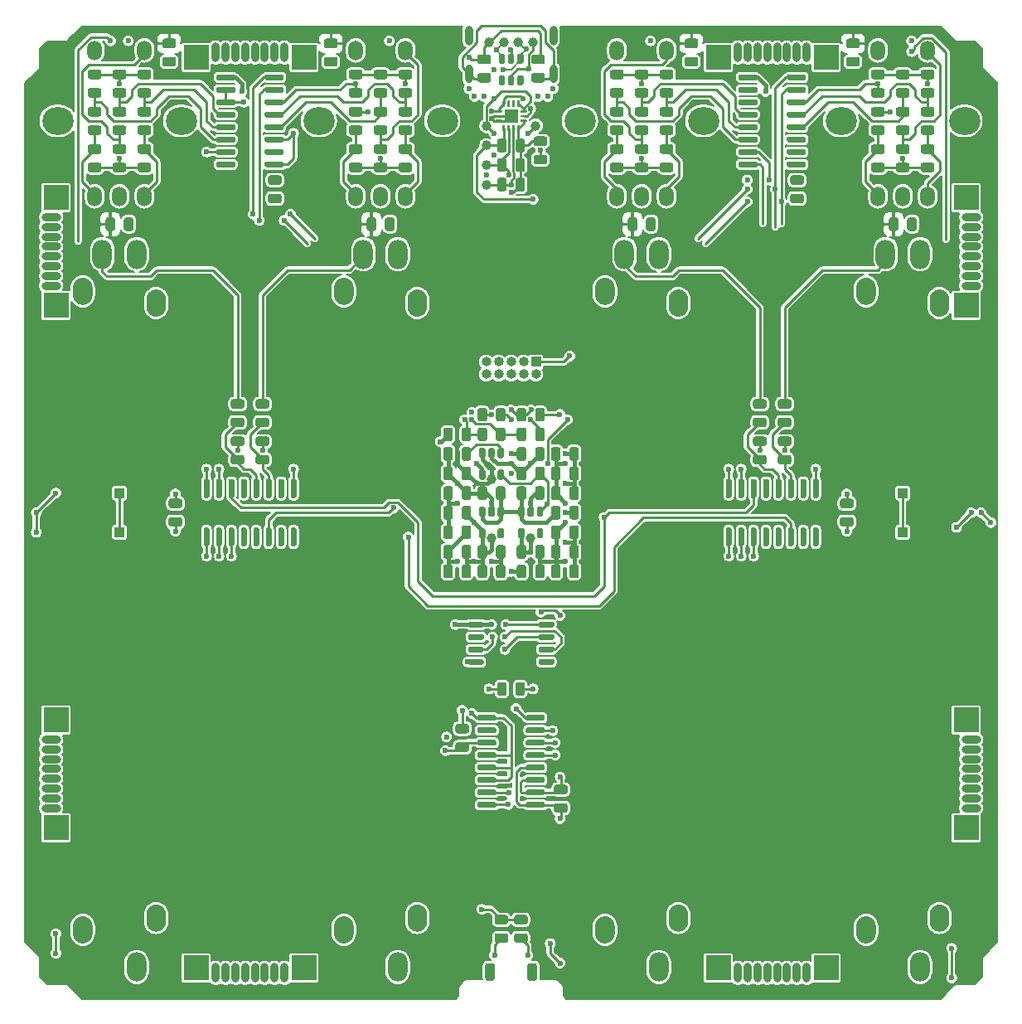
<source format=gbl>
%TF.GenerationSoftware,KiCad,Pcbnew,5.1.9+dfsg1-1*%
%TF.CreationDate,2021-10-27T13:30:13+02:00*%
%TF.ProjectId,EF44,45463434-2e6b-4696-9361-645f70636258,rev?*%
%TF.SameCoordinates,Original*%
%TF.FileFunction,Copper,L4,Bot*%
%TF.FilePolarity,Positive*%
%FSLAX46Y46*%
G04 Gerber Fmt 4.6, Leading zero omitted, Abs format (unit mm)*
G04 Created by KiCad (PCBNEW 5.1.9+dfsg1-1) date 2021-10-27 13:30:13*
%MOMM*%
%LPD*%
G01*
G04 APERTURE LIST*
%TA.AperFunction,ComponentPad*%
%ADD10O,2.000000X3.000000*%
%TD*%
%TA.AperFunction,ComponentPad*%
%ADD11O,1.000000X1.000000*%
%TD*%
%TA.AperFunction,ComponentPad*%
%ADD12R,1.000000X1.000000*%
%TD*%
%TA.AperFunction,SMDPad,CuDef*%
%ADD13C,1.000000*%
%TD*%
%TA.AperFunction,SMDPad,CuDef*%
%ADD14R,1.450000X1.450000*%
%TD*%
%TA.AperFunction,ComponentPad*%
%ADD15O,0.800000X2.000000*%
%TD*%
%TA.AperFunction,ComponentPad*%
%ADD16O,0.800000X1.900000*%
%TD*%
%TA.AperFunction,ComponentPad*%
%ADD17R,2.500000X2.500000*%
%TD*%
%TA.AperFunction,ComponentPad*%
%ADD18O,2.000000X0.800000*%
%TD*%
%TA.AperFunction,ComponentPad*%
%ADD19O,1.500000X2.000000*%
%TD*%
%TA.AperFunction,ComponentPad*%
%ADD20O,3.200000X2.800000*%
%TD*%
%TA.AperFunction,ViaPad*%
%ADD21C,0.600000*%
%TD*%
%TA.AperFunction,Conductor*%
%ADD22C,0.250000*%
%TD*%
%TA.AperFunction,Conductor*%
%ADD23C,0.254000*%
%TD*%
%TA.AperFunction,Conductor*%
%ADD24C,0.381000*%
%TD*%
%TA.AperFunction,Conductor*%
%ADD25C,0.152400*%
%TD*%
%TA.AperFunction,Conductor*%
%ADD26C,0.150000*%
%TD*%
G04 APERTURE END LIST*
%TA.AperFunction,ComponentPad*%
G36*
G01*
X108585000Y-143000000D02*
X108585000Y-142200000D01*
G75*
G02*
X109585000Y-141200000I1000000J0D01*
G01*
X109585000Y-141200000D01*
G75*
G02*
X110585000Y-142200000I0J-1000000D01*
G01*
X110585000Y-143000000D01*
G75*
G02*
X109585000Y-144000000I-1000000J0D01*
G01*
X109585000Y-144000000D01*
G75*
G02*
X108585000Y-143000000I0J1000000D01*
G01*
G37*
%TD.AperFunction*%
%TA.AperFunction,ComponentPad*%
G36*
G01*
X116085000Y-141800000D02*
X116085000Y-141000000D01*
G75*
G02*
X117085000Y-140000000I1000000J0D01*
G01*
X117085000Y-140000000D01*
G75*
G02*
X118085000Y-141000000I0J-1000000D01*
G01*
X118085000Y-141800000D01*
G75*
G02*
X117085000Y-142800000I-1000000J0D01*
G01*
X117085000Y-142800000D01*
G75*
G02*
X116085000Y-141800000I0J1000000D01*
G01*
G37*
%TD.AperFunction*%
%TA.AperFunction,ComponentPad*%
G36*
G01*
X108585000Y-77800000D02*
X108585000Y-77000000D01*
G75*
G02*
X109585000Y-76000000I1000000J0D01*
G01*
X109585000Y-76000000D01*
G75*
G02*
X110585000Y-77000000I0J-1000000D01*
G01*
X110585000Y-77800000D01*
G75*
G02*
X109585000Y-78800000I-1000000J0D01*
G01*
X109585000Y-78800000D01*
G75*
G02*
X108585000Y-77800000I0J1000000D01*
G01*
G37*
%TD.AperFunction*%
%TA.AperFunction,ComponentPad*%
G36*
G01*
X116085000Y-79000000D02*
X116085000Y-78200000D01*
G75*
G02*
X117085000Y-77200000I1000000J0D01*
G01*
X117085000Y-77200000D01*
G75*
G02*
X118085000Y-78200000I0J-1000000D01*
G01*
X118085000Y-79000000D01*
G75*
G02*
X117085000Y-80000000I-1000000J0D01*
G01*
X117085000Y-80000000D01*
G75*
G02*
X116085000Y-79000000I0J1000000D01*
G01*
G37*
%TD.AperFunction*%
D10*
X115085000Y-146400000D03*
X111585000Y-73600000D03*
X115085000Y-73600000D03*
%TA.AperFunction,SMDPad,CuDef*%
G36*
G01*
X137008750Y-60445000D02*
X137921250Y-60445000D01*
G75*
G02*
X138165000Y-60688750I0J-243750D01*
G01*
X138165000Y-61176250D01*
G75*
G02*
X137921250Y-61420000I-243750J0D01*
G01*
X137008750Y-61420000D01*
G75*
G02*
X136765000Y-61176250I0J243750D01*
G01*
X136765000Y-60688750D01*
G75*
G02*
X137008750Y-60445000I243750J0D01*
G01*
G37*
%TD.AperFunction*%
%TA.AperFunction,SMDPad,CuDef*%
G36*
G01*
X137008750Y-58570000D02*
X137921250Y-58570000D01*
G75*
G02*
X138165000Y-58813750I0J-243750D01*
G01*
X138165000Y-59301250D01*
G75*
G02*
X137921250Y-59545000I-243750J0D01*
G01*
X137008750Y-59545000D01*
G75*
G02*
X136765000Y-59301250I0J243750D01*
G01*
X136765000Y-58813750D01*
G75*
G02*
X137008750Y-58570000I243750J0D01*
G01*
G37*
%TD.AperFunction*%
%TA.AperFunction,SMDPad,CuDef*%
G36*
G01*
X72516250Y-93200000D02*
X71603750Y-93200000D01*
G75*
G02*
X71360000Y-92956250I0J243750D01*
G01*
X71360000Y-92468750D01*
G75*
G02*
X71603750Y-92225000I243750J0D01*
G01*
X72516250Y-92225000D01*
G75*
G02*
X72760000Y-92468750I0J-243750D01*
G01*
X72760000Y-92956250D01*
G75*
G02*
X72516250Y-93200000I-243750J0D01*
G01*
G37*
%TD.AperFunction*%
%TA.AperFunction,SMDPad,CuDef*%
G36*
G01*
X72516250Y-95075000D02*
X71603750Y-95075000D01*
G75*
G02*
X71360000Y-94831250I0J243750D01*
G01*
X71360000Y-94343750D01*
G75*
G02*
X71603750Y-94100000I243750J0D01*
G01*
X72516250Y-94100000D01*
G75*
G02*
X72760000Y-94343750I0J-243750D01*
G01*
X72760000Y-94831250D01*
G75*
G02*
X72516250Y-95075000I-243750J0D01*
G01*
G37*
%TD.AperFunction*%
%TA.AperFunction,SMDPad,CuDef*%
G36*
G01*
X131265000Y-103450000D02*
X130965000Y-103450000D01*
G75*
G02*
X130815000Y-103300000I0J150000D01*
G01*
X130815000Y-101650000D01*
G75*
G02*
X130965000Y-101500000I150000J0D01*
G01*
X131265000Y-101500000D01*
G75*
G02*
X131415000Y-101650000I0J-150000D01*
G01*
X131415000Y-103300000D01*
G75*
G02*
X131265000Y-103450000I-150000J0D01*
G01*
G37*
%TD.AperFunction*%
%TA.AperFunction,SMDPad,CuDef*%
G36*
G01*
X129995000Y-103450000D02*
X129695000Y-103450000D01*
G75*
G02*
X129545000Y-103300000I0J150000D01*
G01*
X129545000Y-101650000D01*
G75*
G02*
X129695000Y-101500000I150000J0D01*
G01*
X129995000Y-101500000D01*
G75*
G02*
X130145000Y-101650000I0J-150000D01*
G01*
X130145000Y-103300000D01*
G75*
G02*
X129995000Y-103450000I-150000J0D01*
G01*
G37*
%TD.AperFunction*%
%TA.AperFunction,SMDPad,CuDef*%
G36*
G01*
X128725000Y-103450000D02*
X128425000Y-103450000D01*
G75*
G02*
X128275000Y-103300000I0J150000D01*
G01*
X128275000Y-101650000D01*
G75*
G02*
X128425000Y-101500000I150000J0D01*
G01*
X128725000Y-101500000D01*
G75*
G02*
X128875000Y-101650000I0J-150000D01*
G01*
X128875000Y-103300000D01*
G75*
G02*
X128725000Y-103450000I-150000J0D01*
G01*
G37*
%TD.AperFunction*%
%TA.AperFunction,SMDPad,CuDef*%
G36*
G01*
X127455000Y-103450000D02*
X127155000Y-103450000D01*
G75*
G02*
X127005000Y-103300000I0J150000D01*
G01*
X127005000Y-101650000D01*
G75*
G02*
X127155000Y-101500000I150000J0D01*
G01*
X127455000Y-101500000D01*
G75*
G02*
X127605000Y-101650000I0J-150000D01*
G01*
X127605000Y-103300000D01*
G75*
G02*
X127455000Y-103450000I-150000J0D01*
G01*
G37*
%TD.AperFunction*%
%TA.AperFunction,SMDPad,CuDef*%
G36*
G01*
X126185000Y-103450000D02*
X125885000Y-103450000D01*
G75*
G02*
X125735000Y-103300000I0J150000D01*
G01*
X125735000Y-101650000D01*
G75*
G02*
X125885000Y-101500000I150000J0D01*
G01*
X126185000Y-101500000D01*
G75*
G02*
X126335000Y-101650000I0J-150000D01*
G01*
X126335000Y-103300000D01*
G75*
G02*
X126185000Y-103450000I-150000J0D01*
G01*
G37*
%TD.AperFunction*%
%TA.AperFunction,SMDPad,CuDef*%
G36*
G01*
X124915000Y-103450000D02*
X124615000Y-103450000D01*
G75*
G02*
X124465000Y-103300000I0J150000D01*
G01*
X124465000Y-101650000D01*
G75*
G02*
X124615000Y-101500000I150000J0D01*
G01*
X124915000Y-101500000D01*
G75*
G02*
X125065000Y-101650000I0J-150000D01*
G01*
X125065000Y-103300000D01*
G75*
G02*
X124915000Y-103450000I-150000J0D01*
G01*
G37*
%TD.AperFunction*%
%TA.AperFunction,SMDPad,CuDef*%
G36*
G01*
X123645000Y-103450000D02*
X123345000Y-103450000D01*
G75*
G02*
X123195000Y-103300000I0J150000D01*
G01*
X123195000Y-101650000D01*
G75*
G02*
X123345000Y-101500000I150000J0D01*
G01*
X123645000Y-101500000D01*
G75*
G02*
X123795000Y-101650000I0J-150000D01*
G01*
X123795000Y-103300000D01*
G75*
G02*
X123645000Y-103450000I-150000J0D01*
G01*
G37*
%TD.AperFunction*%
%TA.AperFunction,SMDPad,CuDef*%
G36*
G01*
X122375000Y-103450000D02*
X122075000Y-103450000D01*
G75*
G02*
X121925000Y-103300000I0J150000D01*
G01*
X121925000Y-101650000D01*
G75*
G02*
X122075000Y-101500000I150000J0D01*
G01*
X122375000Y-101500000D01*
G75*
G02*
X122525000Y-101650000I0J-150000D01*
G01*
X122525000Y-103300000D01*
G75*
G02*
X122375000Y-103450000I-150000J0D01*
G01*
G37*
%TD.AperFunction*%
%TA.AperFunction,SMDPad,CuDef*%
G36*
G01*
X122375000Y-98500000D02*
X122075000Y-98500000D01*
G75*
G02*
X121925000Y-98350000I0J150000D01*
G01*
X121925000Y-96700000D01*
G75*
G02*
X122075000Y-96550000I150000J0D01*
G01*
X122375000Y-96550000D01*
G75*
G02*
X122525000Y-96700000I0J-150000D01*
G01*
X122525000Y-98350000D01*
G75*
G02*
X122375000Y-98500000I-150000J0D01*
G01*
G37*
%TD.AperFunction*%
%TA.AperFunction,SMDPad,CuDef*%
G36*
G01*
X123645000Y-98500000D02*
X123345000Y-98500000D01*
G75*
G02*
X123195000Y-98350000I0J150000D01*
G01*
X123195000Y-96700000D01*
G75*
G02*
X123345000Y-96550000I150000J0D01*
G01*
X123645000Y-96550000D01*
G75*
G02*
X123795000Y-96700000I0J-150000D01*
G01*
X123795000Y-98350000D01*
G75*
G02*
X123645000Y-98500000I-150000J0D01*
G01*
G37*
%TD.AperFunction*%
%TA.AperFunction,SMDPad,CuDef*%
G36*
G01*
X124915000Y-98500000D02*
X124615000Y-98500000D01*
G75*
G02*
X124465000Y-98350000I0J150000D01*
G01*
X124465000Y-96700000D01*
G75*
G02*
X124615000Y-96550000I150000J0D01*
G01*
X124915000Y-96550000D01*
G75*
G02*
X125065000Y-96700000I0J-150000D01*
G01*
X125065000Y-98350000D01*
G75*
G02*
X124915000Y-98500000I-150000J0D01*
G01*
G37*
%TD.AperFunction*%
%TA.AperFunction,SMDPad,CuDef*%
G36*
G01*
X126185000Y-98500000D02*
X125885000Y-98500000D01*
G75*
G02*
X125735000Y-98350000I0J150000D01*
G01*
X125735000Y-96700000D01*
G75*
G02*
X125885000Y-96550000I150000J0D01*
G01*
X126185000Y-96550000D01*
G75*
G02*
X126335000Y-96700000I0J-150000D01*
G01*
X126335000Y-98350000D01*
G75*
G02*
X126185000Y-98500000I-150000J0D01*
G01*
G37*
%TD.AperFunction*%
%TA.AperFunction,SMDPad,CuDef*%
G36*
G01*
X127455000Y-98500000D02*
X127155000Y-98500000D01*
G75*
G02*
X127005000Y-98350000I0J150000D01*
G01*
X127005000Y-96700000D01*
G75*
G02*
X127155000Y-96550000I150000J0D01*
G01*
X127455000Y-96550000D01*
G75*
G02*
X127605000Y-96700000I0J-150000D01*
G01*
X127605000Y-98350000D01*
G75*
G02*
X127455000Y-98500000I-150000J0D01*
G01*
G37*
%TD.AperFunction*%
%TA.AperFunction,SMDPad,CuDef*%
G36*
G01*
X128725000Y-98500000D02*
X128425000Y-98500000D01*
G75*
G02*
X128275000Y-98350000I0J150000D01*
G01*
X128275000Y-96700000D01*
G75*
G02*
X128425000Y-96550000I150000J0D01*
G01*
X128725000Y-96550000D01*
G75*
G02*
X128875000Y-96700000I0J-150000D01*
G01*
X128875000Y-98350000D01*
G75*
G02*
X128725000Y-98500000I-150000J0D01*
G01*
G37*
%TD.AperFunction*%
%TA.AperFunction,SMDPad,CuDef*%
G36*
G01*
X129995000Y-98500000D02*
X129695000Y-98500000D01*
G75*
G02*
X129545000Y-98350000I0J150000D01*
G01*
X129545000Y-96700000D01*
G75*
G02*
X129695000Y-96550000I150000J0D01*
G01*
X129995000Y-96550000D01*
G75*
G02*
X130145000Y-96700000I0J-150000D01*
G01*
X130145000Y-98350000D01*
G75*
G02*
X129995000Y-98500000I-150000J0D01*
G01*
G37*
%TD.AperFunction*%
%TA.AperFunction,SMDPad,CuDef*%
G36*
G01*
X131265000Y-98500000D02*
X130965000Y-98500000D01*
G75*
G02*
X130815000Y-98350000I0J150000D01*
G01*
X130815000Y-96700000D01*
G75*
G02*
X130965000Y-96550000I150000J0D01*
G01*
X131265000Y-96550000D01*
G75*
G02*
X131415000Y-96700000I0J-150000D01*
G01*
X131415000Y-98350000D01*
G75*
G02*
X131265000Y-98500000I-150000J0D01*
G01*
G37*
%TD.AperFunction*%
%TA.AperFunction,SMDPad,CuDef*%
G36*
G01*
X77925000Y-103450000D02*
X77625000Y-103450000D01*
G75*
G02*
X77475000Y-103300000I0J150000D01*
G01*
X77475000Y-101650000D01*
G75*
G02*
X77625000Y-101500000I150000J0D01*
G01*
X77925000Y-101500000D01*
G75*
G02*
X78075000Y-101650000I0J-150000D01*
G01*
X78075000Y-103300000D01*
G75*
G02*
X77925000Y-103450000I-150000J0D01*
G01*
G37*
%TD.AperFunction*%
%TA.AperFunction,SMDPad,CuDef*%
G36*
G01*
X76655000Y-103450000D02*
X76355000Y-103450000D01*
G75*
G02*
X76205000Y-103300000I0J150000D01*
G01*
X76205000Y-101650000D01*
G75*
G02*
X76355000Y-101500000I150000J0D01*
G01*
X76655000Y-101500000D01*
G75*
G02*
X76805000Y-101650000I0J-150000D01*
G01*
X76805000Y-103300000D01*
G75*
G02*
X76655000Y-103450000I-150000J0D01*
G01*
G37*
%TD.AperFunction*%
%TA.AperFunction,SMDPad,CuDef*%
G36*
G01*
X75385000Y-103450000D02*
X75085000Y-103450000D01*
G75*
G02*
X74935000Y-103300000I0J150000D01*
G01*
X74935000Y-101650000D01*
G75*
G02*
X75085000Y-101500000I150000J0D01*
G01*
X75385000Y-101500000D01*
G75*
G02*
X75535000Y-101650000I0J-150000D01*
G01*
X75535000Y-103300000D01*
G75*
G02*
X75385000Y-103450000I-150000J0D01*
G01*
G37*
%TD.AperFunction*%
%TA.AperFunction,SMDPad,CuDef*%
G36*
G01*
X74115000Y-103450000D02*
X73815000Y-103450000D01*
G75*
G02*
X73665000Y-103300000I0J150000D01*
G01*
X73665000Y-101650000D01*
G75*
G02*
X73815000Y-101500000I150000J0D01*
G01*
X74115000Y-101500000D01*
G75*
G02*
X74265000Y-101650000I0J-150000D01*
G01*
X74265000Y-103300000D01*
G75*
G02*
X74115000Y-103450000I-150000J0D01*
G01*
G37*
%TD.AperFunction*%
%TA.AperFunction,SMDPad,CuDef*%
G36*
G01*
X72845000Y-103450000D02*
X72545000Y-103450000D01*
G75*
G02*
X72395000Y-103300000I0J150000D01*
G01*
X72395000Y-101650000D01*
G75*
G02*
X72545000Y-101500000I150000J0D01*
G01*
X72845000Y-101500000D01*
G75*
G02*
X72995000Y-101650000I0J-150000D01*
G01*
X72995000Y-103300000D01*
G75*
G02*
X72845000Y-103450000I-150000J0D01*
G01*
G37*
%TD.AperFunction*%
%TA.AperFunction,SMDPad,CuDef*%
G36*
G01*
X71575000Y-103450000D02*
X71275000Y-103450000D01*
G75*
G02*
X71125000Y-103300000I0J150000D01*
G01*
X71125000Y-101650000D01*
G75*
G02*
X71275000Y-101500000I150000J0D01*
G01*
X71575000Y-101500000D01*
G75*
G02*
X71725000Y-101650000I0J-150000D01*
G01*
X71725000Y-103300000D01*
G75*
G02*
X71575000Y-103450000I-150000J0D01*
G01*
G37*
%TD.AperFunction*%
%TA.AperFunction,SMDPad,CuDef*%
G36*
G01*
X70305000Y-103450000D02*
X70005000Y-103450000D01*
G75*
G02*
X69855000Y-103300000I0J150000D01*
G01*
X69855000Y-101650000D01*
G75*
G02*
X70005000Y-101500000I150000J0D01*
G01*
X70305000Y-101500000D01*
G75*
G02*
X70455000Y-101650000I0J-150000D01*
G01*
X70455000Y-103300000D01*
G75*
G02*
X70305000Y-103450000I-150000J0D01*
G01*
G37*
%TD.AperFunction*%
%TA.AperFunction,SMDPad,CuDef*%
G36*
G01*
X69035000Y-103450000D02*
X68735000Y-103450000D01*
G75*
G02*
X68585000Y-103300000I0J150000D01*
G01*
X68585000Y-101650000D01*
G75*
G02*
X68735000Y-101500000I150000J0D01*
G01*
X69035000Y-101500000D01*
G75*
G02*
X69185000Y-101650000I0J-150000D01*
G01*
X69185000Y-103300000D01*
G75*
G02*
X69035000Y-103450000I-150000J0D01*
G01*
G37*
%TD.AperFunction*%
%TA.AperFunction,SMDPad,CuDef*%
G36*
G01*
X69035000Y-98500000D02*
X68735000Y-98500000D01*
G75*
G02*
X68585000Y-98350000I0J150000D01*
G01*
X68585000Y-96700000D01*
G75*
G02*
X68735000Y-96550000I150000J0D01*
G01*
X69035000Y-96550000D01*
G75*
G02*
X69185000Y-96700000I0J-150000D01*
G01*
X69185000Y-98350000D01*
G75*
G02*
X69035000Y-98500000I-150000J0D01*
G01*
G37*
%TD.AperFunction*%
%TA.AperFunction,SMDPad,CuDef*%
G36*
G01*
X70305000Y-98500000D02*
X70005000Y-98500000D01*
G75*
G02*
X69855000Y-98350000I0J150000D01*
G01*
X69855000Y-96700000D01*
G75*
G02*
X70005000Y-96550000I150000J0D01*
G01*
X70305000Y-96550000D01*
G75*
G02*
X70455000Y-96700000I0J-150000D01*
G01*
X70455000Y-98350000D01*
G75*
G02*
X70305000Y-98500000I-150000J0D01*
G01*
G37*
%TD.AperFunction*%
%TA.AperFunction,SMDPad,CuDef*%
G36*
G01*
X71575000Y-98500000D02*
X71275000Y-98500000D01*
G75*
G02*
X71125000Y-98350000I0J150000D01*
G01*
X71125000Y-96700000D01*
G75*
G02*
X71275000Y-96550000I150000J0D01*
G01*
X71575000Y-96550000D01*
G75*
G02*
X71725000Y-96700000I0J-150000D01*
G01*
X71725000Y-98350000D01*
G75*
G02*
X71575000Y-98500000I-150000J0D01*
G01*
G37*
%TD.AperFunction*%
%TA.AperFunction,SMDPad,CuDef*%
G36*
G01*
X72845000Y-98500000D02*
X72545000Y-98500000D01*
G75*
G02*
X72395000Y-98350000I0J150000D01*
G01*
X72395000Y-96700000D01*
G75*
G02*
X72545000Y-96550000I150000J0D01*
G01*
X72845000Y-96550000D01*
G75*
G02*
X72995000Y-96700000I0J-150000D01*
G01*
X72995000Y-98350000D01*
G75*
G02*
X72845000Y-98500000I-150000J0D01*
G01*
G37*
%TD.AperFunction*%
%TA.AperFunction,SMDPad,CuDef*%
G36*
G01*
X74115000Y-98500000D02*
X73815000Y-98500000D01*
G75*
G02*
X73665000Y-98350000I0J150000D01*
G01*
X73665000Y-96700000D01*
G75*
G02*
X73815000Y-96550000I150000J0D01*
G01*
X74115000Y-96550000D01*
G75*
G02*
X74265000Y-96700000I0J-150000D01*
G01*
X74265000Y-98350000D01*
G75*
G02*
X74115000Y-98500000I-150000J0D01*
G01*
G37*
%TD.AperFunction*%
%TA.AperFunction,SMDPad,CuDef*%
G36*
G01*
X75385000Y-98500000D02*
X75085000Y-98500000D01*
G75*
G02*
X74935000Y-98350000I0J150000D01*
G01*
X74935000Y-96700000D01*
G75*
G02*
X75085000Y-96550000I150000J0D01*
G01*
X75385000Y-96550000D01*
G75*
G02*
X75535000Y-96700000I0J-150000D01*
G01*
X75535000Y-98350000D01*
G75*
G02*
X75385000Y-98500000I-150000J0D01*
G01*
G37*
%TD.AperFunction*%
%TA.AperFunction,SMDPad,CuDef*%
G36*
G01*
X76655000Y-98500000D02*
X76355000Y-98500000D01*
G75*
G02*
X76205000Y-98350000I0J150000D01*
G01*
X76205000Y-96700000D01*
G75*
G02*
X76355000Y-96550000I150000J0D01*
G01*
X76655000Y-96550000D01*
G75*
G02*
X76805000Y-96700000I0J-150000D01*
G01*
X76805000Y-98350000D01*
G75*
G02*
X76655000Y-98500000I-150000J0D01*
G01*
G37*
%TD.AperFunction*%
%TA.AperFunction,SMDPad,CuDef*%
G36*
G01*
X77925000Y-98500000D02*
X77625000Y-98500000D01*
G75*
G02*
X77475000Y-98350000I0J150000D01*
G01*
X77475000Y-96700000D01*
G75*
G02*
X77625000Y-96550000I150000J0D01*
G01*
X77925000Y-96550000D01*
G75*
G02*
X78075000Y-96700000I0J-150000D01*
G01*
X78075000Y-98350000D01*
G75*
G02*
X77925000Y-98500000I-150000J0D01*
G01*
G37*
%TD.AperFunction*%
%TA.AperFunction,SMDPad,CuDef*%
G36*
G01*
X128396250Y-89390000D02*
X127483750Y-89390000D01*
G75*
G02*
X127240000Y-89146250I0J243750D01*
G01*
X127240000Y-88658750D01*
G75*
G02*
X127483750Y-88415000I243750J0D01*
G01*
X128396250Y-88415000D01*
G75*
G02*
X128640000Y-88658750I0J-243750D01*
G01*
X128640000Y-89146250D01*
G75*
G02*
X128396250Y-89390000I-243750J0D01*
G01*
G37*
%TD.AperFunction*%
%TA.AperFunction,SMDPad,CuDef*%
G36*
G01*
X128396250Y-91265000D02*
X127483750Y-91265000D01*
G75*
G02*
X127240000Y-91021250I0J243750D01*
G01*
X127240000Y-90533750D01*
G75*
G02*
X127483750Y-90290000I243750J0D01*
G01*
X128396250Y-90290000D01*
G75*
G02*
X128640000Y-90533750I0J-243750D01*
G01*
X128640000Y-91021250D01*
G75*
G02*
X128396250Y-91265000I-243750J0D01*
G01*
G37*
%TD.AperFunction*%
%TA.AperFunction,SMDPad,CuDef*%
G36*
G01*
X75056250Y-89390000D02*
X74143750Y-89390000D01*
G75*
G02*
X73900000Y-89146250I0J243750D01*
G01*
X73900000Y-88658750D01*
G75*
G02*
X74143750Y-88415000I243750J0D01*
G01*
X75056250Y-88415000D01*
G75*
G02*
X75300000Y-88658750I0J-243750D01*
G01*
X75300000Y-89146250D01*
G75*
G02*
X75056250Y-89390000I-243750J0D01*
G01*
G37*
%TD.AperFunction*%
%TA.AperFunction,SMDPad,CuDef*%
G36*
G01*
X75056250Y-91265000D02*
X74143750Y-91265000D01*
G75*
G02*
X73900000Y-91021250I0J243750D01*
G01*
X73900000Y-90533750D01*
G75*
G02*
X74143750Y-90290000I243750J0D01*
G01*
X75056250Y-90290000D01*
G75*
G02*
X75300000Y-90533750I0J-243750D01*
G01*
X75300000Y-91021250D01*
G75*
G02*
X75056250Y-91265000I-243750J0D01*
G01*
G37*
%TD.AperFunction*%
%TA.AperFunction,SMDPad,CuDef*%
G36*
G01*
X125856250Y-89390000D02*
X124943750Y-89390000D01*
G75*
G02*
X124700000Y-89146250I0J243750D01*
G01*
X124700000Y-88658750D01*
G75*
G02*
X124943750Y-88415000I243750J0D01*
G01*
X125856250Y-88415000D01*
G75*
G02*
X126100000Y-88658750I0J-243750D01*
G01*
X126100000Y-89146250D01*
G75*
G02*
X125856250Y-89390000I-243750J0D01*
G01*
G37*
%TD.AperFunction*%
%TA.AperFunction,SMDPad,CuDef*%
G36*
G01*
X125856250Y-91265000D02*
X124943750Y-91265000D01*
G75*
G02*
X124700000Y-91021250I0J243750D01*
G01*
X124700000Y-90533750D01*
G75*
G02*
X124943750Y-90290000I243750J0D01*
G01*
X125856250Y-90290000D01*
G75*
G02*
X126100000Y-90533750I0J-243750D01*
G01*
X126100000Y-91021250D01*
G75*
G02*
X125856250Y-91265000I-243750J0D01*
G01*
G37*
%TD.AperFunction*%
%TA.AperFunction,SMDPad,CuDef*%
G36*
G01*
X72516250Y-89390000D02*
X71603750Y-89390000D01*
G75*
G02*
X71360000Y-89146250I0J243750D01*
G01*
X71360000Y-88658750D01*
G75*
G02*
X71603750Y-88415000I243750J0D01*
G01*
X72516250Y-88415000D01*
G75*
G02*
X72760000Y-88658750I0J-243750D01*
G01*
X72760000Y-89146250D01*
G75*
G02*
X72516250Y-89390000I-243750J0D01*
G01*
G37*
%TD.AperFunction*%
%TA.AperFunction,SMDPad,CuDef*%
G36*
G01*
X72516250Y-91265000D02*
X71603750Y-91265000D01*
G75*
G02*
X71360000Y-91021250I0J243750D01*
G01*
X71360000Y-90533750D01*
G75*
G02*
X71603750Y-90290000I243750J0D01*
G01*
X72516250Y-90290000D01*
G75*
G02*
X72760000Y-90533750I0J-243750D01*
G01*
X72760000Y-91021250D01*
G75*
G02*
X72516250Y-91265000I-243750J0D01*
G01*
G37*
%TD.AperFunction*%
%TA.AperFunction,SMDPad,CuDef*%
G36*
G01*
X133833750Y-100450000D02*
X134746250Y-100450000D01*
G75*
G02*
X134990000Y-100693750I0J-243750D01*
G01*
X134990000Y-101181250D01*
G75*
G02*
X134746250Y-101425000I-243750J0D01*
G01*
X133833750Y-101425000D01*
G75*
G02*
X133590000Y-101181250I0J243750D01*
G01*
X133590000Y-100693750D01*
G75*
G02*
X133833750Y-100450000I243750J0D01*
G01*
G37*
%TD.AperFunction*%
%TA.AperFunction,SMDPad,CuDef*%
G36*
G01*
X133833750Y-98575000D02*
X134746250Y-98575000D01*
G75*
G02*
X134990000Y-98818750I0J-243750D01*
G01*
X134990000Y-99306250D01*
G75*
G02*
X134746250Y-99550000I-243750J0D01*
G01*
X133833750Y-99550000D01*
G75*
G02*
X133590000Y-99306250I0J243750D01*
G01*
X133590000Y-98818750D01*
G75*
G02*
X133833750Y-98575000I243750J0D01*
G01*
G37*
%TD.AperFunction*%
%TA.AperFunction,SMDPad,CuDef*%
G36*
G01*
X65253750Y-100450000D02*
X66166250Y-100450000D01*
G75*
G02*
X66410000Y-100693750I0J-243750D01*
G01*
X66410000Y-101181250D01*
G75*
G02*
X66166250Y-101425000I-243750J0D01*
G01*
X65253750Y-101425000D01*
G75*
G02*
X65010000Y-101181250I0J243750D01*
G01*
X65010000Y-100693750D01*
G75*
G02*
X65253750Y-100450000I243750J0D01*
G01*
G37*
%TD.AperFunction*%
%TA.AperFunction,SMDPad,CuDef*%
G36*
G01*
X65253750Y-98575000D02*
X66166250Y-98575000D01*
G75*
G02*
X66410000Y-98818750I0J-243750D01*
G01*
X66410000Y-99306250D01*
G75*
G02*
X66166250Y-99550000I-243750J0D01*
G01*
X65253750Y-99550000D01*
G75*
G02*
X65010000Y-99306250I0J243750D01*
G01*
X65010000Y-98818750D01*
G75*
G02*
X65253750Y-98575000I243750J0D01*
G01*
G37*
%TD.AperFunction*%
%TA.AperFunction,SMDPad,CuDef*%
G36*
G01*
X128396250Y-93200000D02*
X127483750Y-93200000D01*
G75*
G02*
X127240000Y-92956250I0J243750D01*
G01*
X127240000Y-92468750D01*
G75*
G02*
X127483750Y-92225000I243750J0D01*
G01*
X128396250Y-92225000D01*
G75*
G02*
X128640000Y-92468750I0J-243750D01*
G01*
X128640000Y-92956250D01*
G75*
G02*
X128396250Y-93200000I-243750J0D01*
G01*
G37*
%TD.AperFunction*%
%TA.AperFunction,SMDPad,CuDef*%
G36*
G01*
X128396250Y-95075000D02*
X127483750Y-95075000D01*
G75*
G02*
X127240000Y-94831250I0J243750D01*
G01*
X127240000Y-94343750D01*
G75*
G02*
X127483750Y-94100000I243750J0D01*
G01*
X128396250Y-94100000D01*
G75*
G02*
X128640000Y-94343750I0J-243750D01*
G01*
X128640000Y-94831250D01*
G75*
G02*
X128396250Y-95075000I-243750J0D01*
G01*
G37*
%TD.AperFunction*%
%TA.AperFunction,SMDPad,CuDef*%
G36*
G01*
X75056250Y-93200000D02*
X74143750Y-93200000D01*
G75*
G02*
X73900000Y-92956250I0J243750D01*
G01*
X73900000Y-92468750D01*
G75*
G02*
X74143750Y-92225000I243750J0D01*
G01*
X75056250Y-92225000D01*
G75*
G02*
X75300000Y-92468750I0J-243750D01*
G01*
X75300000Y-92956250D01*
G75*
G02*
X75056250Y-93200000I-243750J0D01*
G01*
G37*
%TD.AperFunction*%
%TA.AperFunction,SMDPad,CuDef*%
G36*
G01*
X75056250Y-95075000D02*
X74143750Y-95075000D01*
G75*
G02*
X73900000Y-94831250I0J243750D01*
G01*
X73900000Y-94343750D01*
G75*
G02*
X74143750Y-94100000I243750J0D01*
G01*
X75056250Y-94100000D01*
G75*
G02*
X75300000Y-94343750I0J-243750D01*
G01*
X75300000Y-94831250D01*
G75*
G02*
X75056250Y-95075000I-243750J0D01*
G01*
G37*
%TD.AperFunction*%
%TA.AperFunction,SMDPad,CuDef*%
G36*
G01*
X125856250Y-93200000D02*
X124943750Y-93200000D01*
G75*
G02*
X124700000Y-92956250I0J243750D01*
G01*
X124700000Y-92468750D01*
G75*
G02*
X124943750Y-92225000I243750J0D01*
G01*
X125856250Y-92225000D01*
G75*
G02*
X126100000Y-92468750I0J-243750D01*
G01*
X126100000Y-92956250D01*
G75*
G02*
X125856250Y-93200000I-243750J0D01*
G01*
G37*
%TD.AperFunction*%
%TA.AperFunction,SMDPad,CuDef*%
G36*
G01*
X125856250Y-95075000D02*
X124943750Y-95075000D01*
G75*
G02*
X124700000Y-94831250I0J243750D01*
G01*
X124700000Y-94343750D01*
G75*
G02*
X124943750Y-94100000I243750J0D01*
G01*
X125856250Y-94100000D01*
G75*
G02*
X126100000Y-94343750I0J-243750D01*
G01*
X126100000Y-94831250D01*
G75*
G02*
X125856250Y-95075000I-243750J0D01*
G01*
G37*
%TD.AperFunction*%
%TA.AperFunction,ComponentPad*%
G36*
G01*
X135255000Y-143000000D02*
X135255000Y-142200000D01*
G75*
G02*
X136255000Y-141200000I1000000J0D01*
G01*
X136255000Y-141200000D01*
G75*
G02*
X137255000Y-142200000I0J-1000000D01*
G01*
X137255000Y-143000000D01*
G75*
G02*
X136255000Y-144000000I-1000000J0D01*
G01*
X136255000Y-144000000D01*
G75*
G02*
X135255000Y-143000000I0J1000000D01*
G01*
G37*
%TD.AperFunction*%
%TA.AperFunction,ComponentPad*%
G36*
G01*
X142755000Y-141800000D02*
X142755000Y-141000000D01*
G75*
G02*
X143755000Y-140000000I1000000J0D01*
G01*
X143755000Y-140000000D01*
G75*
G02*
X144755000Y-141000000I0J-1000000D01*
G01*
X144755000Y-141800000D01*
G75*
G02*
X143755000Y-142800000I-1000000J0D01*
G01*
X143755000Y-142800000D01*
G75*
G02*
X142755000Y-141800000I0J1000000D01*
G01*
G37*
%TD.AperFunction*%
%TA.AperFunction,ComponentPad*%
G36*
G01*
X135255000Y-77800000D02*
X135255000Y-77000000D01*
G75*
G02*
X136255000Y-76000000I1000000J0D01*
G01*
X136255000Y-76000000D01*
G75*
G02*
X137255000Y-77000000I0J-1000000D01*
G01*
X137255000Y-77800000D01*
G75*
G02*
X136255000Y-78800000I-1000000J0D01*
G01*
X136255000Y-78800000D01*
G75*
G02*
X135255000Y-77800000I0J1000000D01*
G01*
G37*
%TD.AperFunction*%
%TA.AperFunction,ComponentPad*%
G36*
G01*
X142755000Y-79000000D02*
X142755000Y-78200000D01*
G75*
G02*
X143755000Y-77200000I1000000J0D01*
G01*
X143755000Y-77200000D01*
G75*
G02*
X144755000Y-78200000I0J-1000000D01*
G01*
X144755000Y-79000000D01*
G75*
G02*
X143755000Y-80000000I-1000000J0D01*
G01*
X143755000Y-80000000D01*
G75*
G02*
X142755000Y-79000000I0J1000000D01*
G01*
G37*
%TD.AperFunction*%
X141755000Y-146400000D03*
X138255000Y-73600000D03*
X141755000Y-73600000D03*
%TA.AperFunction,ComponentPad*%
G36*
G01*
X81915000Y-143000000D02*
X81915000Y-142200000D01*
G75*
G02*
X82915000Y-141200000I1000000J0D01*
G01*
X82915000Y-141200000D01*
G75*
G02*
X83915000Y-142200000I0J-1000000D01*
G01*
X83915000Y-143000000D01*
G75*
G02*
X82915000Y-144000000I-1000000J0D01*
G01*
X82915000Y-144000000D01*
G75*
G02*
X81915000Y-143000000I0J1000000D01*
G01*
G37*
%TD.AperFunction*%
%TA.AperFunction,ComponentPad*%
G36*
G01*
X89415000Y-141800000D02*
X89415000Y-141000000D01*
G75*
G02*
X90415000Y-140000000I1000000J0D01*
G01*
X90415000Y-140000000D01*
G75*
G02*
X91415000Y-141000000I0J-1000000D01*
G01*
X91415000Y-141800000D01*
G75*
G02*
X90415000Y-142800000I-1000000J0D01*
G01*
X90415000Y-142800000D01*
G75*
G02*
X89415000Y-141800000I0J1000000D01*
G01*
G37*
%TD.AperFunction*%
%TA.AperFunction,ComponentPad*%
G36*
G01*
X81915000Y-77800000D02*
X81915000Y-77000000D01*
G75*
G02*
X82915000Y-76000000I1000000J0D01*
G01*
X82915000Y-76000000D01*
G75*
G02*
X83915000Y-77000000I0J-1000000D01*
G01*
X83915000Y-77800000D01*
G75*
G02*
X82915000Y-78800000I-1000000J0D01*
G01*
X82915000Y-78800000D01*
G75*
G02*
X81915000Y-77800000I0J1000000D01*
G01*
G37*
%TD.AperFunction*%
%TA.AperFunction,ComponentPad*%
G36*
G01*
X89415000Y-79000000D02*
X89415000Y-78200000D01*
G75*
G02*
X90415000Y-77200000I1000000J0D01*
G01*
X90415000Y-77200000D01*
G75*
G02*
X91415000Y-78200000I0J-1000000D01*
G01*
X91415000Y-79000000D01*
G75*
G02*
X90415000Y-80000000I-1000000J0D01*
G01*
X90415000Y-80000000D01*
G75*
G02*
X89415000Y-79000000I0J1000000D01*
G01*
G37*
%TD.AperFunction*%
X88415000Y-146400000D03*
X84915000Y-73600000D03*
X88415000Y-73600000D03*
%TA.AperFunction,ComponentPad*%
G36*
G01*
X55245000Y-143000000D02*
X55245000Y-142200000D01*
G75*
G02*
X56245000Y-141200000I1000000J0D01*
G01*
X56245000Y-141200000D01*
G75*
G02*
X57245000Y-142200000I0J-1000000D01*
G01*
X57245000Y-143000000D01*
G75*
G02*
X56245000Y-144000000I-1000000J0D01*
G01*
X56245000Y-144000000D01*
G75*
G02*
X55245000Y-143000000I0J1000000D01*
G01*
G37*
%TD.AperFunction*%
%TA.AperFunction,ComponentPad*%
G36*
G01*
X62745000Y-141800000D02*
X62745000Y-141000000D01*
G75*
G02*
X63745000Y-140000000I1000000J0D01*
G01*
X63745000Y-140000000D01*
G75*
G02*
X64745000Y-141000000I0J-1000000D01*
G01*
X64745000Y-141800000D01*
G75*
G02*
X63745000Y-142800000I-1000000J0D01*
G01*
X63745000Y-142800000D01*
G75*
G02*
X62745000Y-141800000I0J1000000D01*
G01*
G37*
%TD.AperFunction*%
%TA.AperFunction,ComponentPad*%
G36*
G01*
X55245000Y-77800000D02*
X55245000Y-77000000D01*
G75*
G02*
X56245000Y-76000000I1000000J0D01*
G01*
X56245000Y-76000000D01*
G75*
G02*
X57245000Y-77000000I0J-1000000D01*
G01*
X57245000Y-77800000D01*
G75*
G02*
X56245000Y-78800000I-1000000J0D01*
G01*
X56245000Y-78800000D01*
G75*
G02*
X55245000Y-77800000I0J1000000D01*
G01*
G37*
%TD.AperFunction*%
%TA.AperFunction,ComponentPad*%
G36*
G01*
X62745000Y-79000000D02*
X62745000Y-78200000D01*
G75*
G02*
X63745000Y-77200000I1000000J0D01*
G01*
X63745000Y-77200000D01*
G75*
G02*
X64745000Y-78200000I0J-1000000D01*
G01*
X64745000Y-79000000D01*
G75*
G02*
X63745000Y-80000000I-1000000J0D01*
G01*
X63745000Y-80000000D01*
G75*
G02*
X62745000Y-79000000I0J1000000D01*
G01*
G37*
%TD.AperFunction*%
X61745000Y-146400000D03*
X58245000Y-73600000D03*
X61745000Y-73600000D03*
D11*
X97460000Y-85870000D03*
X97460000Y-84600000D03*
X98730000Y-85870000D03*
X98730000Y-84600000D03*
X100000000Y-85870000D03*
X100000000Y-84600000D03*
X101270000Y-85870000D03*
X101270000Y-84600000D03*
X102540000Y-85870000D03*
D12*
X102540000Y-84600000D03*
D13*
X97500000Y-60500000D03*
X102500000Y-60500000D03*
%TA.AperFunction,SMDPad,CuDef*%
G36*
G01*
X105950000Y-96456250D02*
X105950000Y-95543750D01*
G75*
G02*
X106193750Y-95300000I243750J0D01*
G01*
X106681250Y-95300000D01*
G75*
G02*
X106925000Y-95543750I0J-243750D01*
G01*
X106925000Y-96456250D01*
G75*
G02*
X106681250Y-96700000I-243750J0D01*
G01*
X106193750Y-96700000D01*
G75*
G02*
X105950000Y-96456250I0J243750D01*
G01*
G37*
%TD.AperFunction*%
%TA.AperFunction,SMDPad,CuDef*%
G36*
G01*
X104075000Y-96456250D02*
X104075000Y-95543750D01*
G75*
G02*
X104318750Y-95300000I243750J0D01*
G01*
X104806250Y-95300000D01*
G75*
G02*
X105050000Y-95543750I0J-243750D01*
G01*
X105050000Y-96456250D01*
G75*
G02*
X104806250Y-96700000I-243750J0D01*
G01*
X104318750Y-96700000D01*
G75*
G02*
X104075000Y-96456250I0J243750D01*
G01*
G37*
%TD.AperFunction*%
%TA.AperFunction,SMDPad,CuDef*%
G36*
G01*
X105050000Y-101543750D02*
X105050000Y-102456250D01*
G75*
G02*
X104806250Y-102700000I-243750J0D01*
G01*
X104318750Y-102700000D01*
G75*
G02*
X104075000Y-102456250I0J243750D01*
G01*
X104075000Y-101543750D01*
G75*
G02*
X104318750Y-101300000I243750J0D01*
G01*
X104806250Y-101300000D01*
G75*
G02*
X105050000Y-101543750I0J-243750D01*
G01*
G37*
%TD.AperFunction*%
%TA.AperFunction,SMDPad,CuDef*%
G36*
G01*
X106925000Y-101543750D02*
X106925000Y-102456250D01*
G75*
G02*
X106681250Y-102700000I-243750J0D01*
G01*
X106193750Y-102700000D01*
G75*
G02*
X105950000Y-102456250I0J243750D01*
G01*
X105950000Y-101543750D01*
G75*
G02*
X106193750Y-101300000I243750J0D01*
G01*
X106681250Y-101300000D01*
G75*
G02*
X106925000Y-101543750I0J-243750D01*
G01*
G37*
%TD.AperFunction*%
X97500000Y-66500000D03*
X97500000Y-64500000D03*
X97500000Y-62500000D03*
%TA.AperFunction,SMDPad,CuDef*%
G36*
G01*
X96550000Y-129995000D02*
X96550000Y-129695000D01*
G75*
G02*
X96700000Y-129545000I150000J0D01*
G01*
X98350000Y-129545000D01*
G75*
G02*
X98500000Y-129695000I0J-150000D01*
G01*
X98500000Y-129995000D01*
G75*
G02*
X98350000Y-130145000I-150000J0D01*
G01*
X96700000Y-130145000D01*
G75*
G02*
X96550000Y-129995000I0J150000D01*
G01*
G37*
%TD.AperFunction*%
%TA.AperFunction,SMDPad,CuDef*%
G36*
G01*
X96550000Y-128725000D02*
X96550000Y-128425000D01*
G75*
G02*
X96700000Y-128275000I150000J0D01*
G01*
X98350000Y-128275000D01*
G75*
G02*
X98500000Y-128425000I0J-150000D01*
G01*
X98500000Y-128725000D01*
G75*
G02*
X98350000Y-128875000I-150000J0D01*
G01*
X96700000Y-128875000D01*
G75*
G02*
X96550000Y-128725000I0J150000D01*
G01*
G37*
%TD.AperFunction*%
%TA.AperFunction,SMDPad,CuDef*%
G36*
G01*
X96550000Y-127455000D02*
X96550000Y-127155000D01*
G75*
G02*
X96700000Y-127005000I150000J0D01*
G01*
X98350000Y-127005000D01*
G75*
G02*
X98500000Y-127155000I0J-150000D01*
G01*
X98500000Y-127455000D01*
G75*
G02*
X98350000Y-127605000I-150000J0D01*
G01*
X96700000Y-127605000D01*
G75*
G02*
X96550000Y-127455000I0J150000D01*
G01*
G37*
%TD.AperFunction*%
%TA.AperFunction,SMDPad,CuDef*%
G36*
G01*
X96550000Y-126185000D02*
X96550000Y-125885000D01*
G75*
G02*
X96700000Y-125735000I150000J0D01*
G01*
X98350000Y-125735000D01*
G75*
G02*
X98500000Y-125885000I0J-150000D01*
G01*
X98500000Y-126185000D01*
G75*
G02*
X98350000Y-126335000I-150000J0D01*
G01*
X96700000Y-126335000D01*
G75*
G02*
X96550000Y-126185000I0J150000D01*
G01*
G37*
%TD.AperFunction*%
%TA.AperFunction,SMDPad,CuDef*%
G36*
G01*
X96550000Y-124915000D02*
X96550000Y-124615000D01*
G75*
G02*
X96700000Y-124465000I150000J0D01*
G01*
X98350000Y-124465000D01*
G75*
G02*
X98500000Y-124615000I0J-150000D01*
G01*
X98500000Y-124915000D01*
G75*
G02*
X98350000Y-125065000I-150000J0D01*
G01*
X96700000Y-125065000D01*
G75*
G02*
X96550000Y-124915000I0J150000D01*
G01*
G37*
%TD.AperFunction*%
%TA.AperFunction,SMDPad,CuDef*%
G36*
G01*
X96550000Y-123645000D02*
X96550000Y-123345000D01*
G75*
G02*
X96700000Y-123195000I150000J0D01*
G01*
X98350000Y-123195000D01*
G75*
G02*
X98500000Y-123345000I0J-150000D01*
G01*
X98500000Y-123645000D01*
G75*
G02*
X98350000Y-123795000I-150000J0D01*
G01*
X96700000Y-123795000D01*
G75*
G02*
X96550000Y-123645000I0J150000D01*
G01*
G37*
%TD.AperFunction*%
%TA.AperFunction,SMDPad,CuDef*%
G36*
G01*
X96550000Y-122375000D02*
X96550000Y-122075000D01*
G75*
G02*
X96700000Y-121925000I150000J0D01*
G01*
X98350000Y-121925000D01*
G75*
G02*
X98500000Y-122075000I0J-150000D01*
G01*
X98500000Y-122375000D01*
G75*
G02*
X98350000Y-122525000I-150000J0D01*
G01*
X96700000Y-122525000D01*
G75*
G02*
X96550000Y-122375000I0J150000D01*
G01*
G37*
%TD.AperFunction*%
%TA.AperFunction,SMDPad,CuDef*%
G36*
G01*
X96550000Y-121105000D02*
X96550000Y-120805000D01*
G75*
G02*
X96700000Y-120655000I150000J0D01*
G01*
X98350000Y-120655000D01*
G75*
G02*
X98500000Y-120805000I0J-150000D01*
G01*
X98500000Y-121105000D01*
G75*
G02*
X98350000Y-121255000I-150000J0D01*
G01*
X96700000Y-121255000D01*
G75*
G02*
X96550000Y-121105000I0J150000D01*
G01*
G37*
%TD.AperFunction*%
%TA.AperFunction,SMDPad,CuDef*%
G36*
G01*
X101500000Y-121105000D02*
X101500000Y-120805000D01*
G75*
G02*
X101650000Y-120655000I150000J0D01*
G01*
X103300000Y-120655000D01*
G75*
G02*
X103450000Y-120805000I0J-150000D01*
G01*
X103450000Y-121105000D01*
G75*
G02*
X103300000Y-121255000I-150000J0D01*
G01*
X101650000Y-121255000D01*
G75*
G02*
X101500000Y-121105000I0J150000D01*
G01*
G37*
%TD.AperFunction*%
%TA.AperFunction,SMDPad,CuDef*%
G36*
G01*
X101500000Y-122375000D02*
X101500000Y-122075000D01*
G75*
G02*
X101650000Y-121925000I150000J0D01*
G01*
X103300000Y-121925000D01*
G75*
G02*
X103450000Y-122075000I0J-150000D01*
G01*
X103450000Y-122375000D01*
G75*
G02*
X103300000Y-122525000I-150000J0D01*
G01*
X101650000Y-122525000D01*
G75*
G02*
X101500000Y-122375000I0J150000D01*
G01*
G37*
%TD.AperFunction*%
%TA.AperFunction,SMDPad,CuDef*%
G36*
G01*
X101500000Y-123645000D02*
X101500000Y-123345000D01*
G75*
G02*
X101650000Y-123195000I150000J0D01*
G01*
X103300000Y-123195000D01*
G75*
G02*
X103450000Y-123345000I0J-150000D01*
G01*
X103450000Y-123645000D01*
G75*
G02*
X103300000Y-123795000I-150000J0D01*
G01*
X101650000Y-123795000D01*
G75*
G02*
X101500000Y-123645000I0J150000D01*
G01*
G37*
%TD.AperFunction*%
%TA.AperFunction,SMDPad,CuDef*%
G36*
G01*
X101500000Y-124915000D02*
X101500000Y-124615000D01*
G75*
G02*
X101650000Y-124465000I150000J0D01*
G01*
X103300000Y-124465000D01*
G75*
G02*
X103450000Y-124615000I0J-150000D01*
G01*
X103450000Y-124915000D01*
G75*
G02*
X103300000Y-125065000I-150000J0D01*
G01*
X101650000Y-125065000D01*
G75*
G02*
X101500000Y-124915000I0J150000D01*
G01*
G37*
%TD.AperFunction*%
%TA.AperFunction,SMDPad,CuDef*%
G36*
G01*
X101500000Y-126185000D02*
X101500000Y-125885000D01*
G75*
G02*
X101650000Y-125735000I150000J0D01*
G01*
X103300000Y-125735000D01*
G75*
G02*
X103450000Y-125885000I0J-150000D01*
G01*
X103450000Y-126185000D01*
G75*
G02*
X103300000Y-126335000I-150000J0D01*
G01*
X101650000Y-126335000D01*
G75*
G02*
X101500000Y-126185000I0J150000D01*
G01*
G37*
%TD.AperFunction*%
%TA.AperFunction,SMDPad,CuDef*%
G36*
G01*
X101500000Y-127455000D02*
X101500000Y-127155000D01*
G75*
G02*
X101650000Y-127005000I150000J0D01*
G01*
X103300000Y-127005000D01*
G75*
G02*
X103450000Y-127155000I0J-150000D01*
G01*
X103450000Y-127455000D01*
G75*
G02*
X103300000Y-127605000I-150000J0D01*
G01*
X101650000Y-127605000D01*
G75*
G02*
X101500000Y-127455000I0J150000D01*
G01*
G37*
%TD.AperFunction*%
%TA.AperFunction,SMDPad,CuDef*%
G36*
G01*
X101500000Y-128725000D02*
X101500000Y-128425000D01*
G75*
G02*
X101650000Y-128275000I150000J0D01*
G01*
X103300000Y-128275000D01*
G75*
G02*
X103450000Y-128425000I0J-150000D01*
G01*
X103450000Y-128725000D01*
G75*
G02*
X103300000Y-128875000I-150000J0D01*
G01*
X101650000Y-128875000D01*
G75*
G02*
X101500000Y-128725000I0J150000D01*
G01*
G37*
%TD.AperFunction*%
%TA.AperFunction,SMDPad,CuDef*%
G36*
G01*
X101500000Y-129995000D02*
X101500000Y-129695000D01*
G75*
G02*
X101650000Y-129545000I150000J0D01*
G01*
X103300000Y-129545000D01*
G75*
G02*
X103450000Y-129695000I0J-150000D01*
G01*
X103450000Y-129995000D01*
G75*
G02*
X103300000Y-130145000I-150000J0D01*
G01*
X101650000Y-130145000D01*
G75*
G02*
X101500000Y-129995000I0J150000D01*
G01*
G37*
%TD.AperFunction*%
%TA.AperFunction,SMDPad,CuDef*%
G36*
G01*
X94543750Y-123450000D02*
X95456250Y-123450000D01*
G75*
G02*
X95700000Y-123693750I0J-243750D01*
G01*
X95700000Y-124181250D01*
G75*
G02*
X95456250Y-124425000I-243750J0D01*
G01*
X94543750Y-124425000D01*
G75*
G02*
X94300000Y-124181250I0J243750D01*
G01*
X94300000Y-123693750D01*
G75*
G02*
X94543750Y-123450000I243750J0D01*
G01*
G37*
%TD.AperFunction*%
%TA.AperFunction,SMDPad,CuDef*%
G36*
G01*
X94543750Y-121575000D02*
X95456250Y-121575000D01*
G75*
G02*
X95700000Y-121818750I0J-243750D01*
G01*
X95700000Y-122306250D01*
G75*
G02*
X95456250Y-122550000I-243750J0D01*
G01*
X94543750Y-122550000D01*
G75*
G02*
X94300000Y-122306250I0J243750D01*
G01*
X94300000Y-121818750D01*
G75*
G02*
X94543750Y-121575000I243750J0D01*
G01*
G37*
%TD.AperFunction*%
X98000000Y-96600000D03*
X102000000Y-102600000D03*
X98000000Y-102600000D03*
X102250000Y-52000000D03*
X97750000Y-52000000D03*
X100750000Y-52000000D03*
X99250000Y-52000000D03*
%TA.AperFunction,SMDPad,CuDef*%
G36*
G01*
X102543750Y-63450000D02*
X103456250Y-63450000D01*
G75*
G02*
X103700000Y-63693750I0J-243750D01*
G01*
X103700000Y-64181250D01*
G75*
G02*
X103456250Y-64425000I-243750J0D01*
G01*
X102543750Y-64425000D01*
G75*
G02*
X102300000Y-64181250I0J243750D01*
G01*
X102300000Y-63693750D01*
G75*
G02*
X102543750Y-63450000I243750J0D01*
G01*
G37*
%TD.AperFunction*%
%TA.AperFunction,SMDPad,CuDef*%
G36*
G01*
X102543750Y-61575000D02*
X103456250Y-61575000D01*
G75*
G02*
X103700000Y-61818750I0J-243750D01*
G01*
X103700000Y-62306250D01*
G75*
G02*
X103456250Y-62550000I-243750J0D01*
G01*
X102543750Y-62550000D01*
G75*
G02*
X102300000Y-62306250I0J243750D01*
G01*
X102300000Y-61818750D01*
G75*
G02*
X102543750Y-61575000I243750J0D01*
G01*
G37*
%TD.AperFunction*%
%TA.AperFunction,SMDPad,CuDef*%
G36*
G01*
X99550000Y-64043750D02*
X99550000Y-64956250D01*
G75*
G02*
X99306250Y-65200000I-243750J0D01*
G01*
X98818750Y-65200000D01*
G75*
G02*
X98575000Y-64956250I0J243750D01*
G01*
X98575000Y-64043750D01*
G75*
G02*
X98818750Y-63800000I243750J0D01*
G01*
X99306250Y-63800000D01*
G75*
G02*
X99550000Y-64043750I0J-243750D01*
G01*
G37*
%TD.AperFunction*%
%TA.AperFunction,SMDPad,CuDef*%
G36*
G01*
X101425000Y-64043750D02*
X101425000Y-64956250D01*
G75*
G02*
X101181250Y-65200000I-243750J0D01*
G01*
X100693750Y-65200000D01*
G75*
G02*
X100450000Y-64956250I0J243750D01*
G01*
X100450000Y-64043750D01*
G75*
G02*
X100693750Y-63800000I243750J0D01*
G01*
X101181250Y-63800000D01*
G75*
G02*
X101425000Y-64043750I0J-243750D01*
G01*
G37*
%TD.AperFunction*%
%TA.AperFunction,SMDPad,CuDef*%
G36*
G01*
X96887500Y-95570000D02*
X97212500Y-95570000D01*
G75*
G02*
X97375000Y-95732500I0J-162500D01*
G01*
X97375000Y-96467500D01*
G75*
G02*
X97212500Y-96630000I-162500J0D01*
G01*
X96887500Y-96630000D01*
G75*
G02*
X96725000Y-96467500I0J162500D01*
G01*
X96725000Y-95732500D01*
G75*
G02*
X96887500Y-95570000I162500J0D01*
G01*
G37*
%TD.AperFunction*%
%TA.AperFunction,SMDPad,CuDef*%
G36*
G01*
X98787500Y-95570000D02*
X99112500Y-95570000D01*
G75*
G02*
X99275000Y-95732500I0J-162500D01*
G01*
X99275000Y-96467500D01*
G75*
G02*
X99112500Y-96630000I-162500J0D01*
G01*
X98787500Y-96630000D01*
G75*
G02*
X98625000Y-96467500I0J162500D01*
G01*
X98625000Y-95732500D01*
G75*
G02*
X98787500Y-95570000I162500J0D01*
G01*
G37*
%TD.AperFunction*%
%TA.AperFunction,SMDPad,CuDef*%
G36*
G01*
X98787500Y-93370000D02*
X99112500Y-93370000D01*
G75*
G02*
X99275000Y-93532500I0J-162500D01*
G01*
X99275000Y-94267500D01*
G75*
G02*
X99112500Y-94430000I-162500J0D01*
G01*
X98787500Y-94430000D01*
G75*
G02*
X98625000Y-94267500I0J162500D01*
G01*
X98625000Y-93532500D01*
G75*
G02*
X98787500Y-93370000I162500J0D01*
G01*
G37*
%TD.AperFunction*%
%TA.AperFunction,SMDPad,CuDef*%
G36*
G01*
X97837500Y-93370000D02*
X98162500Y-93370000D01*
G75*
G02*
X98325000Y-93532500I0J-162500D01*
G01*
X98325000Y-94267500D01*
G75*
G02*
X98162500Y-94430000I-162500J0D01*
G01*
X97837500Y-94430000D01*
G75*
G02*
X97675000Y-94267500I0J162500D01*
G01*
X97675000Y-93532500D01*
G75*
G02*
X97837500Y-93370000I162500J0D01*
G01*
G37*
%TD.AperFunction*%
%TA.AperFunction,SMDPad,CuDef*%
G36*
G01*
X96887500Y-93370000D02*
X97212500Y-93370000D01*
G75*
G02*
X97375000Y-93532500I0J-162500D01*
G01*
X97375000Y-94267500D01*
G75*
G02*
X97212500Y-94430000I-162500J0D01*
G01*
X96887500Y-94430000D01*
G75*
G02*
X96725000Y-94267500I0J162500D01*
G01*
X96725000Y-93532500D01*
G75*
G02*
X96887500Y-93370000I162500J0D01*
G01*
G37*
%TD.AperFunction*%
D14*
X100000000Y-59500000D03*
%TA.AperFunction,SMDPad,CuDef*%
G36*
G01*
X100875000Y-57962500D02*
X100875000Y-58512500D01*
G75*
G02*
X100812500Y-58575000I-62500J0D01*
G01*
X100687500Y-58575000D01*
G75*
G02*
X100625000Y-58512500I0J62500D01*
G01*
X100625000Y-57962500D01*
G75*
G02*
X100687500Y-57900000I62500J0D01*
G01*
X100812500Y-57900000D01*
G75*
G02*
X100875000Y-57962500I0J-62500D01*
G01*
G37*
%TD.AperFunction*%
%TA.AperFunction,SMDPad,CuDef*%
G36*
G01*
X100375000Y-57962500D02*
X100375000Y-58512500D01*
G75*
G02*
X100312500Y-58575000I-62500J0D01*
G01*
X100187500Y-58575000D01*
G75*
G02*
X100125000Y-58512500I0J62500D01*
G01*
X100125000Y-57962500D01*
G75*
G02*
X100187500Y-57900000I62500J0D01*
G01*
X100312500Y-57900000D01*
G75*
G02*
X100375000Y-57962500I0J-62500D01*
G01*
G37*
%TD.AperFunction*%
%TA.AperFunction,SMDPad,CuDef*%
G36*
G01*
X99875000Y-57962500D02*
X99875000Y-58512500D01*
G75*
G02*
X99812500Y-58575000I-62500J0D01*
G01*
X99687500Y-58575000D01*
G75*
G02*
X99625000Y-58512500I0J62500D01*
G01*
X99625000Y-57962500D01*
G75*
G02*
X99687500Y-57900000I62500J0D01*
G01*
X99812500Y-57900000D01*
G75*
G02*
X99875000Y-57962500I0J-62500D01*
G01*
G37*
%TD.AperFunction*%
%TA.AperFunction,SMDPad,CuDef*%
G36*
G01*
X99375000Y-57962500D02*
X99375000Y-58512500D01*
G75*
G02*
X99312500Y-58575000I-62500J0D01*
G01*
X99187500Y-58575000D01*
G75*
G02*
X99125000Y-58512500I0J62500D01*
G01*
X99125000Y-57962500D01*
G75*
G02*
X99187500Y-57900000I62500J0D01*
G01*
X99312500Y-57900000D01*
G75*
G02*
X99375000Y-57962500I0J-62500D01*
G01*
G37*
%TD.AperFunction*%
%TA.AperFunction,SMDPad,CuDef*%
G36*
G01*
X99075000Y-58937500D02*
X99075000Y-59062500D01*
G75*
G02*
X99012500Y-59125000I-62500J0D01*
G01*
X98462500Y-59125000D01*
G75*
G02*
X98400000Y-59062500I0J62500D01*
G01*
X98400000Y-58937500D01*
G75*
G02*
X98462500Y-58875000I62500J0D01*
G01*
X99012500Y-58875000D01*
G75*
G02*
X99075000Y-58937500I0J-62500D01*
G01*
G37*
%TD.AperFunction*%
%TA.AperFunction,SMDPad,CuDef*%
G36*
G01*
X99075000Y-59437500D02*
X99075000Y-59562500D01*
G75*
G02*
X99012500Y-59625000I-62500J0D01*
G01*
X98462500Y-59625000D01*
G75*
G02*
X98400000Y-59562500I0J62500D01*
G01*
X98400000Y-59437500D01*
G75*
G02*
X98462500Y-59375000I62500J0D01*
G01*
X99012500Y-59375000D01*
G75*
G02*
X99075000Y-59437500I0J-62500D01*
G01*
G37*
%TD.AperFunction*%
%TA.AperFunction,SMDPad,CuDef*%
G36*
G01*
X99075000Y-59937500D02*
X99075000Y-60062500D01*
G75*
G02*
X99012500Y-60125000I-62500J0D01*
G01*
X98462500Y-60125000D01*
G75*
G02*
X98400000Y-60062500I0J62500D01*
G01*
X98400000Y-59937500D01*
G75*
G02*
X98462500Y-59875000I62500J0D01*
G01*
X99012500Y-59875000D01*
G75*
G02*
X99075000Y-59937500I0J-62500D01*
G01*
G37*
%TD.AperFunction*%
%TA.AperFunction,SMDPad,CuDef*%
G36*
G01*
X99375000Y-60487500D02*
X99375000Y-61037500D01*
G75*
G02*
X99312500Y-61100000I-62500J0D01*
G01*
X99187500Y-61100000D01*
G75*
G02*
X99125000Y-61037500I0J62500D01*
G01*
X99125000Y-60487500D01*
G75*
G02*
X99187500Y-60425000I62500J0D01*
G01*
X99312500Y-60425000D01*
G75*
G02*
X99375000Y-60487500I0J-62500D01*
G01*
G37*
%TD.AperFunction*%
%TA.AperFunction,SMDPad,CuDef*%
G36*
G01*
X99875000Y-60487500D02*
X99875000Y-61037500D01*
G75*
G02*
X99812500Y-61100000I-62500J0D01*
G01*
X99687500Y-61100000D01*
G75*
G02*
X99625000Y-61037500I0J62500D01*
G01*
X99625000Y-60487500D01*
G75*
G02*
X99687500Y-60425000I62500J0D01*
G01*
X99812500Y-60425000D01*
G75*
G02*
X99875000Y-60487500I0J-62500D01*
G01*
G37*
%TD.AperFunction*%
%TA.AperFunction,SMDPad,CuDef*%
G36*
G01*
X100375000Y-60487500D02*
X100375000Y-61037500D01*
G75*
G02*
X100312500Y-61100000I-62500J0D01*
G01*
X100187500Y-61100000D01*
G75*
G02*
X100125000Y-61037500I0J62500D01*
G01*
X100125000Y-60487500D01*
G75*
G02*
X100187500Y-60425000I62500J0D01*
G01*
X100312500Y-60425000D01*
G75*
G02*
X100375000Y-60487500I0J-62500D01*
G01*
G37*
%TD.AperFunction*%
%TA.AperFunction,SMDPad,CuDef*%
G36*
G01*
X100875000Y-60487500D02*
X100875000Y-61037500D01*
G75*
G02*
X100812500Y-61100000I-62500J0D01*
G01*
X100687500Y-61100000D01*
G75*
G02*
X100625000Y-61037500I0J62500D01*
G01*
X100625000Y-60487500D01*
G75*
G02*
X100687500Y-60425000I62500J0D01*
G01*
X100812500Y-60425000D01*
G75*
G02*
X100875000Y-60487500I0J-62500D01*
G01*
G37*
%TD.AperFunction*%
%TA.AperFunction,SMDPad,CuDef*%
G36*
G01*
X101600000Y-59937500D02*
X101600000Y-60062500D01*
G75*
G02*
X101537500Y-60125000I-62500J0D01*
G01*
X100987500Y-60125000D01*
G75*
G02*
X100925000Y-60062500I0J62500D01*
G01*
X100925000Y-59937500D01*
G75*
G02*
X100987500Y-59875000I62500J0D01*
G01*
X101537500Y-59875000D01*
G75*
G02*
X101600000Y-59937500I0J-62500D01*
G01*
G37*
%TD.AperFunction*%
%TA.AperFunction,SMDPad,CuDef*%
G36*
G01*
X101600000Y-59437500D02*
X101600000Y-59562500D01*
G75*
G02*
X101537500Y-59625000I-62500J0D01*
G01*
X100987500Y-59625000D01*
G75*
G02*
X100925000Y-59562500I0J62500D01*
G01*
X100925000Y-59437500D01*
G75*
G02*
X100987500Y-59375000I62500J0D01*
G01*
X101537500Y-59375000D01*
G75*
G02*
X101600000Y-59437500I0J-62500D01*
G01*
G37*
%TD.AperFunction*%
%TA.AperFunction,SMDPad,CuDef*%
G36*
G01*
X101600000Y-58937500D02*
X101600000Y-59062500D01*
G75*
G02*
X101537500Y-59125000I-62500J0D01*
G01*
X100987500Y-59125000D01*
G75*
G02*
X100925000Y-59062500I0J62500D01*
G01*
X100925000Y-58937500D01*
G75*
G02*
X100987500Y-58875000I62500J0D01*
G01*
X101537500Y-58875000D01*
G75*
G02*
X101600000Y-58937500I0J-62500D01*
G01*
G37*
%TD.AperFunction*%
%TA.AperFunction,SMDPad,CuDef*%
G36*
G01*
X100887500Y-101570000D02*
X101212500Y-101570000D01*
G75*
G02*
X101375000Y-101732500I0J-162500D01*
G01*
X101375000Y-102467500D01*
G75*
G02*
X101212500Y-102630000I-162500J0D01*
G01*
X100887500Y-102630000D01*
G75*
G02*
X100725000Y-102467500I0J162500D01*
G01*
X100725000Y-101732500D01*
G75*
G02*
X100887500Y-101570000I162500J0D01*
G01*
G37*
%TD.AperFunction*%
%TA.AperFunction,SMDPad,CuDef*%
G36*
G01*
X102787500Y-101570000D02*
X103112500Y-101570000D01*
G75*
G02*
X103275000Y-101732500I0J-162500D01*
G01*
X103275000Y-102467500D01*
G75*
G02*
X103112500Y-102630000I-162500J0D01*
G01*
X102787500Y-102630000D01*
G75*
G02*
X102625000Y-102467500I0J162500D01*
G01*
X102625000Y-101732500D01*
G75*
G02*
X102787500Y-101570000I162500J0D01*
G01*
G37*
%TD.AperFunction*%
%TA.AperFunction,SMDPad,CuDef*%
G36*
G01*
X102787500Y-99370000D02*
X103112500Y-99370000D01*
G75*
G02*
X103275000Y-99532500I0J-162500D01*
G01*
X103275000Y-100267500D01*
G75*
G02*
X103112500Y-100430000I-162500J0D01*
G01*
X102787500Y-100430000D01*
G75*
G02*
X102625000Y-100267500I0J162500D01*
G01*
X102625000Y-99532500D01*
G75*
G02*
X102787500Y-99370000I162500J0D01*
G01*
G37*
%TD.AperFunction*%
%TA.AperFunction,SMDPad,CuDef*%
G36*
G01*
X101837500Y-99370000D02*
X102162500Y-99370000D01*
G75*
G02*
X102325000Y-99532500I0J-162500D01*
G01*
X102325000Y-100267500D01*
G75*
G02*
X102162500Y-100430000I-162500J0D01*
G01*
X101837500Y-100430000D01*
G75*
G02*
X101675000Y-100267500I0J162500D01*
G01*
X101675000Y-99532500D01*
G75*
G02*
X101837500Y-99370000I162500J0D01*
G01*
G37*
%TD.AperFunction*%
%TA.AperFunction,SMDPad,CuDef*%
G36*
G01*
X100887500Y-99370000D02*
X101212500Y-99370000D01*
G75*
G02*
X101375000Y-99532500I0J-162500D01*
G01*
X101375000Y-100267500D01*
G75*
G02*
X101212500Y-100430000I-162500J0D01*
G01*
X100887500Y-100430000D01*
G75*
G02*
X100725000Y-100267500I0J162500D01*
G01*
X100725000Y-99532500D01*
G75*
G02*
X100887500Y-99370000I162500J0D01*
G01*
G37*
%TD.AperFunction*%
%TA.AperFunction,SMDPad,CuDef*%
G36*
G01*
X96887500Y-101570000D02*
X97212500Y-101570000D01*
G75*
G02*
X97375000Y-101732500I0J-162500D01*
G01*
X97375000Y-102467500D01*
G75*
G02*
X97212500Y-102630000I-162500J0D01*
G01*
X96887500Y-102630000D01*
G75*
G02*
X96725000Y-102467500I0J162500D01*
G01*
X96725000Y-101732500D01*
G75*
G02*
X96887500Y-101570000I162500J0D01*
G01*
G37*
%TD.AperFunction*%
%TA.AperFunction,SMDPad,CuDef*%
G36*
G01*
X98787500Y-101570000D02*
X99112500Y-101570000D01*
G75*
G02*
X99275000Y-101732500I0J-162500D01*
G01*
X99275000Y-102467500D01*
G75*
G02*
X99112500Y-102630000I-162500J0D01*
G01*
X98787500Y-102630000D01*
G75*
G02*
X98625000Y-102467500I0J162500D01*
G01*
X98625000Y-101732500D01*
G75*
G02*
X98787500Y-101570000I162500J0D01*
G01*
G37*
%TD.AperFunction*%
%TA.AperFunction,SMDPad,CuDef*%
G36*
G01*
X98787500Y-99370000D02*
X99112500Y-99370000D01*
G75*
G02*
X99275000Y-99532500I0J-162500D01*
G01*
X99275000Y-100267500D01*
G75*
G02*
X99112500Y-100430000I-162500J0D01*
G01*
X98787500Y-100430000D01*
G75*
G02*
X98625000Y-100267500I0J162500D01*
G01*
X98625000Y-99532500D01*
G75*
G02*
X98787500Y-99370000I162500J0D01*
G01*
G37*
%TD.AperFunction*%
%TA.AperFunction,SMDPad,CuDef*%
G36*
G01*
X97837500Y-99370000D02*
X98162500Y-99370000D01*
G75*
G02*
X98325000Y-99532500I0J-162500D01*
G01*
X98325000Y-100267500D01*
G75*
G02*
X98162500Y-100430000I-162500J0D01*
G01*
X97837500Y-100430000D01*
G75*
G02*
X97675000Y-100267500I0J162500D01*
G01*
X97675000Y-99532500D01*
G75*
G02*
X97837500Y-99370000I162500J0D01*
G01*
G37*
%TD.AperFunction*%
%TA.AperFunction,SMDPad,CuDef*%
G36*
G01*
X96887500Y-99370000D02*
X97212500Y-99370000D01*
G75*
G02*
X97375000Y-99532500I0J-162500D01*
G01*
X97375000Y-100267500D01*
G75*
G02*
X97212500Y-100430000I-162500J0D01*
G01*
X96887500Y-100430000D01*
G75*
G02*
X96725000Y-100267500I0J162500D01*
G01*
X96725000Y-99532500D01*
G75*
G02*
X96887500Y-99370000I162500J0D01*
G01*
G37*
%TD.AperFunction*%
%TA.AperFunction,SMDPad,CuDef*%
G36*
G01*
X99837500Y-55320000D02*
X100162500Y-55320000D01*
G75*
G02*
X100325000Y-55482500I0J-162500D01*
G01*
X100325000Y-56217500D01*
G75*
G02*
X100162500Y-56380000I-162500J0D01*
G01*
X99837500Y-56380000D01*
G75*
G02*
X99675000Y-56217500I0J162500D01*
G01*
X99675000Y-55482500D01*
G75*
G02*
X99837500Y-55320000I162500J0D01*
G01*
G37*
%TD.AperFunction*%
%TA.AperFunction,SMDPad,CuDef*%
G36*
G01*
X98887500Y-55320000D02*
X99212500Y-55320000D01*
G75*
G02*
X99375000Y-55482500I0J-162500D01*
G01*
X99375000Y-56217500D01*
G75*
G02*
X99212500Y-56380000I-162500J0D01*
G01*
X98887500Y-56380000D01*
G75*
G02*
X98725000Y-56217500I0J162500D01*
G01*
X98725000Y-55482500D01*
G75*
G02*
X98887500Y-55320000I162500J0D01*
G01*
G37*
%TD.AperFunction*%
%TA.AperFunction,SMDPad,CuDef*%
G36*
G01*
X100787500Y-55320000D02*
X101112500Y-55320000D01*
G75*
G02*
X101275000Y-55482500I0J-162500D01*
G01*
X101275000Y-56217500D01*
G75*
G02*
X101112500Y-56380000I-162500J0D01*
G01*
X100787500Y-56380000D01*
G75*
G02*
X100625000Y-56217500I0J162500D01*
G01*
X100625000Y-55482500D01*
G75*
G02*
X100787500Y-55320000I162500J0D01*
G01*
G37*
%TD.AperFunction*%
%TA.AperFunction,SMDPad,CuDef*%
G36*
G01*
X100787500Y-53120000D02*
X101112500Y-53120000D01*
G75*
G02*
X101275000Y-53282500I0J-162500D01*
G01*
X101275000Y-54017500D01*
G75*
G02*
X101112500Y-54180000I-162500J0D01*
G01*
X100787500Y-54180000D01*
G75*
G02*
X100625000Y-54017500I0J162500D01*
G01*
X100625000Y-53282500D01*
G75*
G02*
X100787500Y-53120000I162500J0D01*
G01*
G37*
%TD.AperFunction*%
%TA.AperFunction,SMDPad,CuDef*%
G36*
G01*
X99837500Y-53120000D02*
X100162500Y-53120000D01*
G75*
G02*
X100325000Y-53282500I0J-162500D01*
G01*
X100325000Y-54017500D01*
G75*
G02*
X100162500Y-54180000I-162500J0D01*
G01*
X99837500Y-54180000D01*
G75*
G02*
X99675000Y-54017500I0J162500D01*
G01*
X99675000Y-53282500D01*
G75*
G02*
X99837500Y-53120000I162500J0D01*
G01*
G37*
%TD.AperFunction*%
%TA.AperFunction,SMDPad,CuDef*%
G36*
G01*
X98887500Y-53120000D02*
X99212500Y-53120000D01*
G75*
G02*
X99375000Y-53282500I0J-162500D01*
G01*
X99375000Y-54017500D01*
G75*
G02*
X99212500Y-54180000I-162500J0D01*
G01*
X98887500Y-54180000D01*
G75*
G02*
X98725000Y-54017500I0J162500D01*
G01*
X98725000Y-53282500D01*
G75*
G02*
X98887500Y-53120000I162500J0D01*
G01*
G37*
%TD.AperFunction*%
%TA.AperFunction,SMDPad,CuDef*%
G36*
G01*
X94050000Y-93543750D02*
X94050000Y-94456250D01*
G75*
G02*
X93806250Y-94700000I-243750J0D01*
G01*
X93318750Y-94700000D01*
G75*
G02*
X93075000Y-94456250I0J243750D01*
G01*
X93075000Y-93543750D01*
G75*
G02*
X93318750Y-93300000I243750J0D01*
G01*
X93806250Y-93300000D01*
G75*
G02*
X94050000Y-93543750I0J-243750D01*
G01*
G37*
%TD.AperFunction*%
%TA.AperFunction,SMDPad,CuDef*%
G36*
G01*
X95925000Y-93543750D02*
X95925000Y-94456250D01*
G75*
G02*
X95681250Y-94700000I-243750J0D01*
G01*
X95193750Y-94700000D01*
G75*
G02*
X94950000Y-94456250I0J243750D01*
G01*
X94950000Y-93543750D01*
G75*
G02*
X95193750Y-93300000I243750J0D01*
G01*
X95681250Y-93300000D01*
G75*
G02*
X95925000Y-93543750I0J-243750D01*
G01*
G37*
%TD.AperFunction*%
%TA.AperFunction,SMDPad,CuDef*%
G36*
G01*
X99550000Y-66043750D02*
X99550000Y-66956250D01*
G75*
G02*
X99306250Y-67200000I-243750J0D01*
G01*
X98818750Y-67200000D01*
G75*
G02*
X98575000Y-66956250I0J243750D01*
G01*
X98575000Y-66043750D01*
G75*
G02*
X98818750Y-65800000I243750J0D01*
G01*
X99306250Y-65800000D01*
G75*
G02*
X99550000Y-66043750I0J-243750D01*
G01*
G37*
%TD.AperFunction*%
%TA.AperFunction,SMDPad,CuDef*%
G36*
G01*
X101425000Y-66043750D02*
X101425000Y-66956250D01*
G75*
G02*
X101181250Y-67200000I-243750J0D01*
G01*
X100693750Y-67200000D01*
G75*
G02*
X100450000Y-66956250I0J243750D01*
G01*
X100450000Y-66043750D01*
G75*
G02*
X100693750Y-65800000I243750J0D01*
G01*
X101181250Y-65800000D01*
G75*
G02*
X101425000Y-66043750I0J-243750D01*
G01*
G37*
%TD.AperFunction*%
%TA.AperFunction,SMDPad,CuDef*%
G36*
G01*
X99550000Y-62043750D02*
X99550000Y-62956250D01*
G75*
G02*
X99306250Y-63200000I-243750J0D01*
G01*
X98818750Y-63200000D01*
G75*
G02*
X98575000Y-62956250I0J243750D01*
G01*
X98575000Y-62043750D01*
G75*
G02*
X98818750Y-61800000I243750J0D01*
G01*
X99306250Y-61800000D01*
G75*
G02*
X99550000Y-62043750I0J-243750D01*
G01*
G37*
%TD.AperFunction*%
%TA.AperFunction,SMDPad,CuDef*%
G36*
G01*
X101425000Y-62043750D02*
X101425000Y-62956250D01*
G75*
G02*
X101181250Y-63200000I-243750J0D01*
G01*
X100693750Y-63200000D01*
G75*
G02*
X100450000Y-62956250I0J243750D01*
G01*
X100450000Y-62043750D01*
G75*
G02*
X100693750Y-61800000I243750J0D01*
G01*
X101181250Y-61800000D01*
G75*
G02*
X101425000Y-62043750I0J-243750D01*
G01*
G37*
%TD.AperFunction*%
%TA.AperFunction,SMDPad,CuDef*%
G36*
G01*
X101550000Y-95543750D02*
X101550000Y-96456250D01*
G75*
G02*
X101306250Y-96700000I-243750J0D01*
G01*
X100818750Y-96700000D01*
G75*
G02*
X100575000Y-96456250I0J243750D01*
G01*
X100575000Y-95543750D01*
G75*
G02*
X100818750Y-95300000I243750J0D01*
G01*
X101306250Y-95300000D01*
G75*
G02*
X101550000Y-95543750I0J-243750D01*
G01*
G37*
%TD.AperFunction*%
%TA.AperFunction,SMDPad,CuDef*%
G36*
G01*
X103425000Y-95543750D02*
X103425000Y-96456250D01*
G75*
G02*
X103181250Y-96700000I-243750J0D01*
G01*
X102693750Y-96700000D01*
G75*
G02*
X102450000Y-96456250I0J243750D01*
G01*
X102450000Y-95543750D01*
G75*
G02*
X102693750Y-95300000I243750J0D01*
G01*
X103181250Y-95300000D01*
G75*
G02*
X103425000Y-95543750I0J-243750D01*
G01*
G37*
%TD.AperFunction*%
%TA.AperFunction,SMDPad,CuDef*%
G36*
G01*
X103206250Y-54200000D02*
X102293750Y-54200000D01*
G75*
G02*
X102050000Y-53956250I0J243750D01*
G01*
X102050000Y-53468750D01*
G75*
G02*
X102293750Y-53225000I243750J0D01*
G01*
X103206250Y-53225000D01*
G75*
G02*
X103450000Y-53468750I0J-243750D01*
G01*
X103450000Y-53956250D01*
G75*
G02*
X103206250Y-54200000I-243750J0D01*
G01*
G37*
%TD.AperFunction*%
%TA.AperFunction,SMDPad,CuDef*%
G36*
G01*
X103206250Y-56075000D02*
X102293750Y-56075000D01*
G75*
G02*
X102050000Y-55831250I0J243750D01*
G01*
X102050000Y-55343750D01*
G75*
G02*
X102293750Y-55100000I243750J0D01*
G01*
X103206250Y-55100000D01*
G75*
G02*
X103450000Y-55343750I0J-243750D01*
G01*
X103450000Y-55831250D01*
G75*
G02*
X103206250Y-56075000I-243750J0D01*
G01*
G37*
%TD.AperFunction*%
%TA.AperFunction,SMDPad,CuDef*%
G36*
G01*
X94950000Y-92456250D02*
X94950000Y-91543750D01*
G75*
G02*
X95193750Y-91300000I243750J0D01*
G01*
X95681250Y-91300000D01*
G75*
G02*
X95925000Y-91543750I0J-243750D01*
G01*
X95925000Y-92456250D01*
G75*
G02*
X95681250Y-92700000I-243750J0D01*
G01*
X95193750Y-92700000D01*
G75*
G02*
X94950000Y-92456250I0J243750D01*
G01*
G37*
%TD.AperFunction*%
%TA.AperFunction,SMDPad,CuDef*%
G36*
G01*
X93075000Y-92456250D02*
X93075000Y-91543750D01*
G75*
G02*
X93318750Y-91300000I243750J0D01*
G01*
X93806250Y-91300000D01*
G75*
G02*
X94050000Y-91543750I0J-243750D01*
G01*
X94050000Y-92456250D01*
G75*
G02*
X93806250Y-92700000I-243750J0D01*
G01*
X93318750Y-92700000D01*
G75*
G02*
X93075000Y-92456250I0J243750D01*
G01*
G37*
%TD.AperFunction*%
D15*
X104320000Y-51250000D03*
X95680000Y-51250000D03*
D16*
X95680000Y-55180000D03*
X104320000Y-55180000D03*
%TA.AperFunction,SMDPad,CuDef*%
G36*
G01*
X105950000Y-100456250D02*
X105950000Y-99543750D01*
G75*
G02*
X106193750Y-99300000I243750J0D01*
G01*
X106681250Y-99300000D01*
G75*
G02*
X106925000Y-99543750I0J-243750D01*
G01*
X106925000Y-100456250D01*
G75*
G02*
X106681250Y-100700000I-243750J0D01*
G01*
X106193750Y-100700000D01*
G75*
G02*
X105950000Y-100456250I0J243750D01*
G01*
G37*
%TD.AperFunction*%
%TA.AperFunction,SMDPad,CuDef*%
G36*
G01*
X104075000Y-100456250D02*
X104075000Y-99543750D01*
G75*
G02*
X104318750Y-99300000I243750J0D01*
G01*
X104806250Y-99300000D01*
G75*
G02*
X105050000Y-99543750I0J-243750D01*
G01*
X105050000Y-100456250D01*
G75*
G02*
X104806250Y-100700000I-243750J0D01*
G01*
X104318750Y-100700000D01*
G75*
G02*
X104075000Y-100456250I0J243750D01*
G01*
G37*
%TD.AperFunction*%
%TA.AperFunction,SMDPad,CuDef*%
G36*
G01*
X102450000Y-98456250D02*
X102450000Y-97543750D01*
G75*
G02*
X102693750Y-97300000I243750J0D01*
G01*
X103181250Y-97300000D01*
G75*
G02*
X103425000Y-97543750I0J-243750D01*
G01*
X103425000Y-98456250D01*
G75*
G02*
X103181250Y-98700000I-243750J0D01*
G01*
X102693750Y-98700000D01*
G75*
G02*
X102450000Y-98456250I0J243750D01*
G01*
G37*
%TD.AperFunction*%
%TA.AperFunction,SMDPad,CuDef*%
G36*
G01*
X100575000Y-98456250D02*
X100575000Y-97543750D01*
G75*
G02*
X100818750Y-97300000I243750J0D01*
G01*
X101306250Y-97300000D01*
G75*
G02*
X101550000Y-97543750I0J-243750D01*
G01*
X101550000Y-98456250D01*
G75*
G02*
X101306250Y-98700000I-243750J0D01*
G01*
X100818750Y-98700000D01*
G75*
G02*
X100575000Y-98456250I0J243750D01*
G01*
G37*
%TD.AperFunction*%
%TA.AperFunction,SMDPad,CuDef*%
G36*
G01*
X94050000Y-95543750D02*
X94050000Y-96456250D01*
G75*
G02*
X93806250Y-96700000I-243750J0D01*
G01*
X93318750Y-96700000D01*
G75*
G02*
X93075000Y-96456250I0J243750D01*
G01*
X93075000Y-95543750D01*
G75*
G02*
X93318750Y-95300000I243750J0D01*
G01*
X93806250Y-95300000D01*
G75*
G02*
X94050000Y-95543750I0J-243750D01*
G01*
G37*
%TD.AperFunction*%
%TA.AperFunction,SMDPad,CuDef*%
G36*
G01*
X95925000Y-95543750D02*
X95925000Y-96456250D01*
G75*
G02*
X95681250Y-96700000I-243750J0D01*
G01*
X95193750Y-96700000D01*
G75*
G02*
X94950000Y-96456250I0J243750D01*
G01*
X94950000Y-95543750D01*
G75*
G02*
X95193750Y-95300000I243750J0D01*
G01*
X95681250Y-95300000D01*
G75*
G02*
X95925000Y-95543750I0J-243750D01*
G01*
G37*
%TD.AperFunction*%
%TA.AperFunction,SMDPad,CuDef*%
G36*
G01*
X97706250Y-54200000D02*
X96793750Y-54200000D01*
G75*
G02*
X96550000Y-53956250I0J243750D01*
G01*
X96550000Y-53468750D01*
G75*
G02*
X96793750Y-53225000I243750J0D01*
G01*
X97706250Y-53225000D01*
G75*
G02*
X97950000Y-53468750I0J-243750D01*
G01*
X97950000Y-53956250D01*
G75*
G02*
X97706250Y-54200000I-243750J0D01*
G01*
G37*
%TD.AperFunction*%
%TA.AperFunction,SMDPad,CuDef*%
G36*
G01*
X97706250Y-56075000D02*
X96793750Y-56075000D01*
G75*
G02*
X96550000Y-55831250I0J243750D01*
G01*
X96550000Y-55343750D01*
G75*
G02*
X96793750Y-55100000I243750J0D01*
G01*
X97706250Y-55100000D01*
G75*
G02*
X97950000Y-55343750I0J-243750D01*
G01*
X97950000Y-55831250D01*
G75*
G02*
X97706250Y-56075000I-243750J0D01*
G01*
G37*
%TD.AperFunction*%
%TA.AperFunction,SMDPad,CuDef*%
G36*
G01*
X102450000Y-104456250D02*
X102450000Y-103543750D01*
G75*
G02*
X102693750Y-103300000I243750J0D01*
G01*
X103181250Y-103300000D01*
G75*
G02*
X103425000Y-103543750I0J-243750D01*
G01*
X103425000Y-104456250D01*
G75*
G02*
X103181250Y-104700000I-243750J0D01*
G01*
X102693750Y-104700000D01*
G75*
G02*
X102450000Y-104456250I0J243750D01*
G01*
G37*
%TD.AperFunction*%
%TA.AperFunction,SMDPad,CuDef*%
G36*
G01*
X100575000Y-104456250D02*
X100575000Y-103543750D01*
G75*
G02*
X100818750Y-103300000I243750J0D01*
G01*
X101306250Y-103300000D01*
G75*
G02*
X101550000Y-103543750I0J-243750D01*
G01*
X101550000Y-104456250D01*
G75*
G02*
X101306250Y-104700000I-243750J0D01*
G01*
X100818750Y-104700000D01*
G75*
G02*
X100575000Y-104456250I0J243750D01*
G01*
G37*
%TD.AperFunction*%
%TA.AperFunction,SMDPad,CuDef*%
G36*
G01*
X97550000Y-97543750D02*
X97550000Y-98456250D01*
G75*
G02*
X97306250Y-98700000I-243750J0D01*
G01*
X96818750Y-98700000D01*
G75*
G02*
X96575000Y-98456250I0J243750D01*
G01*
X96575000Y-97543750D01*
G75*
G02*
X96818750Y-97300000I243750J0D01*
G01*
X97306250Y-97300000D01*
G75*
G02*
X97550000Y-97543750I0J-243750D01*
G01*
G37*
%TD.AperFunction*%
%TA.AperFunction,SMDPad,CuDef*%
G36*
G01*
X99425000Y-97543750D02*
X99425000Y-98456250D01*
G75*
G02*
X99181250Y-98700000I-243750J0D01*
G01*
X98693750Y-98700000D01*
G75*
G02*
X98450000Y-98456250I0J243750D01*
G01*
X98450000Y-97543750D01*
G75*
G02*
X98693750Y-97300000I243750J0D01*
G01*
X99181250Y-97300000D01*
G75*
G02*
X99425000Y-97543750I0J-243750D01*
G01*
G37*
%TD.AperFunction*%
%TA.AperFunction,SMDPad,CuDef*%
G36*
G01*
X97200000Y-111280000D02*
X97200000Y-111580000D01*
G75*
G02*
X97050000Y-111730000I-150000J0D01*
G01*
X95750000Y-111730000D01*
G75*
G02*
X95600000Y-111580000I0J150000D01*
G01*
X95600000Y-111280000D01*
G75*
G02*
X95750000Y-111130000I150000J0D01*
G01*
X97050000Y-111130000D01*
G75*
G02*
X97200000Y-111280000I0J-150000D01*
G01*
G37*
%TD.AperFunction*%
%TA.AperFunction,SMDPad,CuDef*%
G36*
G01*
X97200000Y-112550000D02*
X97200000Y-112850000D01*
G75*
G02*
X97050000Y-113000000I-150000J0D01*
G01*
X95750000Y-113000000D01*
G75*
G02*
X95600000Y-112850000I0J150000D01*
G01*
X95600000Y-112550000D01*
G75*
G02*
X95750000Y-112400000I150000J0D01*
G01*
X97050000Y-112400000D01*
G75*
G02*
X97200000Y-112550000I0J-150000D01*
G01*
G37*
%TD.AperFunction*%
%TA.AperFunction,SMDPad,CuDef*%
G36*
G01*
X97200000Y-113820000D02*
X97200000Y-114120000D01*
G75*
G02*
X97050000Y-114270000I-150000J0D01*
G01*
X95750000Y-114270000D01*
G75*
G02*
X95600000Y-114120000I0J150000D01*
G01*
X95600000Y-113820000D01*
G75*
G02*
X95750000Y-113670000I150000J0D01*
G01*
X97050000Y-113670000D01*
G75*
G02*
X97200000Y-113820000I0J-150000D01*
G01*
G37*
%TD.AperFunction*%
%TA.AperFunction,SMDPad,CuDef*%
G36*
G01*
X97200000Y-115090000D02*
X97200000Y-115390000D01*
G75*
G02*
X97050000Y-115540000I-150000J0D01*
G01*
X95750000Y-115540000D01*
G75*
G02*
X95600000Y-115390000I0J150000D01*
G01*
X95600000Y-115090000D01*
G75*
G02*
X95750000Y-114940000I150000J0D01*
G01*
X97050000Y-114940000D01*
G75*
G02*
X97200000Y-115090000I0J-150000D01*
G01*
G37*
%TD.AperFunction*%
%TA.AperFunction,SMDPad,CuDef*%
G36*
G01*
X104400000Y-115090000D02*
X104400000Y-115390000D01*
G75*
G02*
X104250000Y-115540000I-150000J0D01*
G01*
X102950000Y-115540000D01*
G75*
G02*
X102800000Y-115390000I0J150000D01*
G01*
X102800000Y-115090000D01*
G75*
G02*
X102950000Y-114940000I150000J0D01*
G01*
X104250000Y-114940000D01*
G75*
G02*
X104400000Y-115090000I0J-150000D01*
G01*
G37*
%TD.AperFunction*%
%TA.AperFunction,SMDPad,CuDef*%
G36*
G01*
X104400000Y-113820000D02*
X104400000Y-114120000D01*
G75*
G02*
X104250000Y-114270000I-150000J0D01*
G01*
X102950000Y-114270000D01*
G75*
G02*
X102800000Y-114120000I0J150000D01*
G01*
X102800000Y-113820000D01*
G75*
G02*
X102950000Y-113670000I150000J0D01*
G01*
X104250000Y-113670000D01*
G75*
G02*
X104400000Y-113820000I0J-150000D01*
G01*
G37*
%TD.AperFunction*%
%TA.AperFunction,SMDPad,CuDef*%
G36*
G01*
X104400000Y-112550000D02*
X104400000Y-112850000D01*
G75*
G02*
X104250000Y-113000000I-150000J0D01*
G01*
X102950000Y-113000000D01*
G75*
G02*
X102800000Y-112850000I0J150000D01*
G01*
X102800000Y-112550000D01*
G75*
G02*
X102950000Y-112400000I150000J0D01*
G01*
X104250000Y-112400000D01*
G75*
G02*
X104400000Y-112550000I0J-150000D01*
G01*
G37*
%TD.AperFunction*%
%TA.AperFunction,SMDPad,CuDef*%
G36*
G01*
X104400000Y-111280000D02*
X104400000Y-111580000D01*
G75*
G02*
X104250000Y-111730000I-150000J0D01*
G01*
X102950000Y-111730000D01*
G75*
G02*
X102800000Y-111580000I0J150000D01*
G01*
X102800000Y-111280000D01*
G75*
G02*
X102950000Y-111130000I150000J0D01*
G01*
X104250000Y-111130000D01*
G75*
G02*
X104400000Y-111280000I0J-150000D01*
G01*
G37*
%TD.AperFunction*%
%TA.AperFunction,SMDPad,CuDef*%
G36*
G01*
X130120000Y-55400000D02*
X130120000Y-55700000D01*
G75*
G02*
X129970000Y-55850000I-150000J0D01*
G01*
X128320000Y-55850000D01*
G75*
G02*
X128170000Y-55700000I0J150000D01*
G01*
X128170000Y-55400000D01*
G75*
G02*
X128320000Y-55250000I150000J0D01*
G01*
X129970000Y-55250000D01*
G75*
G02*
X130120000Y-55400000I0J-150000D01*
G01*
G37*
%TD.AperFunction*%
%TA.AperFunction,SMDPad,CuDef*%
G36*
G01*
X130120000Y-56670000D02*
X130120000Y-56970000D01*
G75*
G02*
X129970000Y-57120000I-150000J0D01*
G01*
X128320000Y-57120000D01*
G75*
G02*
X128170000Y-56970000I0J150000D01*
G01*
X128170000Y-56670000D01*
G75*
G02*
X128320000Y-56520000I150000J0D01*
G01*
X129970000Y-56520000D01*
G75*
G02*
X130120000Y-56670000I0J-150000D01*
G01*
G37*
%TD.AperFunction*%
%TA.AperFunction,SMDPad,CuDef*%
G36*
G01*
X130120000Y-57940000D02*
X130120000Y-58240000D01*
G75*
G02*
X129970000Y-58390000I-150000J0D01*
G01*
X128320000Y-58390000D01*
G75*
G02*
X128170000Y-58240000I0J150000D01*
G01*
X128170000Y-57940000D01*
G75*
G02*
X128320000Y-57790000I150000J0D01*
G01*
X129970000Y-57790000D01*
G75*
G02*
X130120000Y-57940000I0J-150000D01*
G01*
G37*
%TD.AperFunction*%
%TA.AperFunction,SMDPad,CuDef*%
G36*
G01*
X130120000Y-59210000D02*
X130120000Y-59510000D01*
G75*
G02*
X129970000Y-59660000I-150000J0D01*
G01*
X128320000Y-59660000D01*
G75*
G02*
X128170000Y-59510000I0J150000D01*
G01*
X128170000Y-59210000D01*
G75*
G02*
X128320000Y-59060000I150000J0D01*
G01*
X129970000Y-59060000D01*
G75*
G02*
X130120000Y-59210000I0J-150000D01*
G01*
G37*
%TD.AperFunction*%
%TA.AperFunction,SMDPad,CuDef*%
G36*
G01*
X130120000Y-60480000D02*
X130120000Y-60780000D01*
G75*
G02*
X129970000Y-60930000I-150000J0D01*
G01*
X128320000Y-60930000D01*
G75*
G02*
X128170000Y-60780000I0J150000D01*
G01*
X128170000Y-60480000D01*
G75*
G02*
X128320000Y-60330000I150000J0D01*
G01*
X129970000Y-60330000D01*
G75*
G02*
X130120000Y-60480000I0J-150000D01*
G01*
G37*
%TD.AperFunction*%
%TA.AperFunction,SMDPad,CuDef*%
G36*
G01*
X130120000Y-61750000D02*
X130120000Y-62050000D01*
G75*
G02*
X129970000Y-62200000I-150000J0D01*
G01*
X128320000Y-62200000D01*
G75*
G02*
X128170000Y-62050000I0J150000D01*
G01*
X128170000Y-61750000D01*
G75*
G02*
X128320000Y-61600000I150000J0D01*
G01*
X129970000Y-61600000D01*
G75*
G02*
X130120000Y-61750000I0J-150000D01*
G01*
G37*
%TD.AperFunction*%
%TA.AperFunction,SMDPad,CuDef*%
G36*
G01*
X130120000Y-63020000D02*
X130120000Y-63320000D01*
G75*
G02*
X129970000Y-63470000I-150000J0D01*
G01*
X128320000Y-63470000D01*
G75*
G02*
X128170000Y-63320000I0J150000D01*
G01*
X128170000Y-63020000D01*
G75*
G02*
X128320000Y-62870000I150000J0D01*
G01*
X129970000Y-62870000D01*
G75*
G02*
X130120000Y-63020000I0J-150000D01*
G01*
G37*
%TD.AperFunction*%
%TA.AperFunction,SMDPad,CuDef*%
G36*
G01*
X130120000Y-64290000D02*
X130120000Y-64590000D01*
G75*
G02*
X129970000Y-64740000I-150000J0D01*
G01*
X128320000Y-64740000D01*
G75*
G02*
X128170000Y-64590000I0J150000D01*
G01*
X128170000Y-64290000D01*
G75*
G02*
X128320000Y-64140000I150000J0D01*
G01*
X129970000Y-64140000D01*
G75*
G02*
X130120000Y-64290000I0J-150000D01*
G01*
G37*
%TD.AperFunction*%
%TA.AperFunction,SMDPad,CuDef*%
G36*
G01*
X125170000Y-64290000D02*
X125170000Y-64590000D01*
G75*
G02*
X125020000Y-64740000I-150000J0D01*
G01*
X123370000Y-64740000D01*
G75*
G02*
X123220000Y-64590000I0J150000D01*
G01*
X123220000Y-64290000D01*
G75*
G02*
X123370000Y-64140000I150000J0D01*
G01*
X125020000Y-64140000D01*
G75*
G02*
X125170000Y-64290000I0J-150000D01*
G01*
G37*
%TD.AperFunction*%
%TA.AperFunction,SMDPad,CuDef*%
G36*
G01*
X125170000Y-63020000D02*
X125170000Y-63320000D01*
G75*
G02*
X125020000Y-63470000I-150000J0D01*
G01*
X123370000Y-63470000D01*
G75*
G02*
X123220000Y-63320000I0J150000D01*
G01*
X123220000Y-63020000D01*
G75*
G02*
X123370000Y-62870000I150000J0D01*
G01*
X125020000Y-62870000D01*
G75*
G02*
X125170000Y-63020000I0J-150000D01*
G01*
G37*
%TD.AperFunction*%
%TA.AperFunction,SMDPad,CuDef*%
G36*
G01*
X125170000Y-61750000D02*
X125170000Y-62050000D01*
G75*
G02*
X125020000Y-62200000I-150000J0D01*
G01*
X123370000Y-62200000D01*
G75*
G02*
X123220000Y-62050000I0J150000D01*
G01*
X123220000Y-61750000D01*
G75*
G02*
X123370000Y-61600000I150000J0D01*
G01*
X125020000Y-61600000D01*
G75*
G02*
X125170000Y-61750000I0J-150000D01*
G01*
G37*
%TD.AperFunction*%
%TA.AperFunction,SMDPad,CuDef*%
G36*
G01*
X125170000Y-60480000D02*
X125170000Y-60780000D01*
G75*
G02*
X125020000Y-60930000I-150000J0D01*
G01*
X123370000Y-60930000D01*
G75*
G02*
X123220000Y-60780000I0J150000D01*
G01*
X123220000Y-60480000D01*
G75*
G02*
X123370000Y-60330000I150000J0D01*
G01*
X125020000Y-60330000D01*
G75*
G02*
X125170000Y-60480000I0J-150000D01*
G01*
G37*
%TD.AperFunction*%
%TA.AperFunction,SMDPad,CuDef*%
G36*
G01*
X125170000Y-59210000D02*
X125170000Y-59510000D01*
G75*
G02*
X125020000Y-59660000I-150000J0D01*
G01*
X123370000Y-59660000D01*
G75*
G02*
X123220000Y-59510000I0J150000D01*
G01*
X123220000Y-59210000D01*
G75*
G02*
X123370000Y-59060000I150000J0D01*
G01*
X125020000Y-59060000D01*
G75*
G02*
X125170000Y-59210000I0J-150000D01*
G01*
G37*
%TD.AperFunction*%
%TA.AperFunction,SMDPad,CuDef*%
G36*
G01*
X125170000Y-57940000D02*
X125170000Y-58240000D01*
G75*
G02*
X125020000Y-58390000I-150000J0D01*
G01*
X123370000Y-58390000D01*
G75*
G02*
X123220000Y-58240000I0J150000D01*
G01*
X123220000Y-57940000D01*
G75*
G02*
X123370000Y-57790000I150000J0D01*
G01*
X125020000Y-57790000D01*
G75*
G02*
X125170000Y-57940000I0J-150000D01*
G01*
G37*
%TD.AperFunction*%
%TA.AperFunction,SMDPad,CuDef*%
G36*
G01*
X125170000Y-56670000D02*
X125170000Y-56970000D01*
G75*
G02*
X125020000Y-57120000I-150000J0D01*
G01*
X123370000Y-57120000D01*
G75*
G02*
X123220000Y-56970000I0J150000D01*
G01*
X123220000Y-56670000D01*
G75*
G02*
X123370000Y-56520000I150000J0D01*
G01*
X125020000Y-56520000D01*
G75*
G02*
X125170000Y-56670000I0J-150000D01*
G01*
G37*
%TD.AperFunction*%
%TA.AperFunction,SMDPad,CuDef*%
G36*
G01*
X125170000Y-55400000D02*
X125170000Y-55700000D01*
G75*
G02*
X125020000Y-55850000I-150000J0D01*
G01*
X123370000Y-55850000D01*
G75*
G02*
X123220000Y-55700000I0J150000D01*
G01*
X123220000Y-55400000D01*
G75*
G02*
X123370000Y-55250000I150000J0D01*
G01*
X125020000Y-55250000D01*
G75*
G02*
X125170000Y-55400000I0J-150000D01*
G01*
G37*
%TD.AperFunction*%
%TA.AperFunction,SMDPad,CuDef*%
G36*
G01*
X76780000Y-55400000D02*
X76780000Y-55700000D01*
G75*
G02*
X76630000Y-55850000I-150000J0D01*
G01*
X74980000Y-55850000D01*
G75*
G02*
X74830000Y-55700000I0J150000D01*
G01*
X74830000Y-55400000D01*
G75*
G02*
X74980000Y-55250000I150000J0D01*
G01*
X76630000Y-55250000D01*
G75*
G02*
X76780000Y-55400000I0J-150000D01*
G01*
G37*
%TD.AperFunction*%
%TA.AperFunction,SMDPad,CuDef*%
G36*
G01*
X76780000Y-56670000D02*
X76780000Y-56970000D01*
G75*
G02*
X76630000Y-57120000I-150000J0D01*
G01*
X74980000Y-57120000D01*
G75*
G02*
X74830000Y-56970000I0J150000D01*
G01*
X74830000Y-56670000D01*
G75*
G02*
X74980000Y-56520000I150000J0D01*
G01*
X76630000Y-56520000D01*
G75*
G02*
X76780000Y-56670000I0J-150000D01*
G01*
G37*
%TD.AperFunction*%
%TA.AperFunction,SMDPad,CuDef*%
G36*
G01*
X76780000Y-57940000D02*
X76780000Y-58240000D01*
G75*
G02*
X76630000Y-58390000I-150000J0D01*
G01*
X74980000Y-58390000D01*
G75*
G02*
X74830000Y-58240000I0J150000D01*
G01*
X74830000Y-57940000D01*
G75*
G02*
X74980000Y-57790000I150000J0D01*
G01*
X76630000Y-57790000D01*
G75*
G02*
X76780000Y-57940000I0J-150000D01*
G01*
G37*
%TD.AperFunction*%
%TA.AperFunction,SMDPad,CuDef*%
G36*
G01*
X76780000Y-59210000D02*
X76780000Y-59510000D01*
G75*
G02*
X76630000Y-59660000I-150000J0D01*
G01*
X74980000Y-59660000D01*
G75*
G02*
X74830000Y-59510000I0J150000D01*
G01*
X74830000Y-59210000D01*
G75*
G02*
X74980000Y-59060000I150000J0D01*
G01*
X76630000Y-59060000D01*
G75*
G02*
X76780000Y-59210000I0J-150000D01*
G01*
G37*
%TD.AperFunction*%
%TA.AperFunction,SMDPad,CuDef*%
G36*
G01*
X76780000Y-60480000D02*
X76780000Y-60780000D01*
G75*
G02*
X76630000Y-60930000I-150000J0D01*
G01*
X74980000Y-60930000D01*
G75*
G02*
X74830000Y-60780000I0J150000D01*
G01*
X74830000Y-60480000D01*
G75*
G02*
X74980000Y-60330000I150000J0D01*
G01*
X76630000Y-60330000D01*
G75*
G02*
X76780000Y-60480000I0J-150000D01*
G01*
G37*
%TD.AperFunction*%
%TA.AperFunction,SMDPad,CuDef*%
G36*
G01*
X76780000Y-61750000D02*
X76780000Y-62050000D01*
G75*
G02*
X76630000Y-62200000I-150000J0D01*
G01*
X74980000Y-62200000D01*
G75*
G02*
X74830000Y-62050000I0J150000D01*
G01*
X74830000Y-61750000D01*
G75*
G02*
X74980000Y-61600000I150000J0D01*
G01*
X76630000Y-61600000D01*
G75*
G02*
X76780000Y-61750000I0J-150000D01*
G01*
G37*
%TD.AperFunction*%
%TA.AperFunction,SMDPad,CuDef*%
G36*
G01*
X76780000Y-63020000D02*
X76780000Y-63320000D01*
G75*
G02*
X76630000Y-63470000I-150000J0D01*
G01*
X74980000Y-63470000D01*
G75*
G02*
X74830000Y-63320000I0J150000D01*
G01*
X74830000Y-63020000D01*
G75*
G02*
X74980000Y-62870000I150000J0D01*
G01*
X76630000Y-62870000D01*
G75*
G02*
X76780000Y-63020000I0J-150000D01*
G01*
G37*
%TD.AperFunction*%
%TA.AperFunction,SMDPad,CuDef*%
G36*
G01*
X76780000Y-64290000D02*
X76780000Y-64590000D01*
G75*
G02*
X76630000Y-64740000I-150000J0D01*
G01*
X74980000Y-64740000D01*
G75*
G02*
X74830000Y-64590000I0J150000D01*
G01*
X74830000Y-64290000D01*
G75*
G02*
X74980000Y-64140000I150000J0D01*
G01*
X76630000Y-64140000D01*
G75*
G02*
X76780000Y-64290000I0J-150000D01*
G01*
G37*
%TD.AperFunction*%
%TA.AperFunction,SMDPad,CuDef*%
G36*
G01*
X71830000Y-64290000D02*
X71830000Y-64590000D01*
G75*
G02*
X71680000Y-64740000I-150000J0D01*
G01*
X70030000Y-64740000D01*
G75*
G02*
X69880000Y-64590000I0J150000D01*
G01*
X69880000Y-64290000D01*
G75*
G02*
X70030000Y-64140000I150000J0D01*
G01*
X71680000Y-64140000D01*
G75*
G02*
X71830000Y-64290000I0J-150000D01*
G01*
G37*
%TD.AperFunction*%
%TA.AperFunction,SMDPad,CuDef*%
G36*
G01*
X71830000Y-63020000D02*
X71830000Y-63320000D01*
G75*
G02*
X71680000Y-63470000I-150000J0D01*
G01*
X70030000Y-63470000D01*
G75*
G02*
X69880000Y-63320000I0J150000D01*
G01*
X69880000Y-63020000D01*
G75*
G02*
X70030000Y-62870000I150000J0D01*
G01*
X71680000Y-62870000D01*
G75*
G02*
X71830000Y-63020000I0J-150000D01*
G01*
G37*
%TD.AperFunction*%
%TA.AperFunction,SMDPad,CuDef*%
G36*
G01*
X71830000Y-61750000D02*
X71830000Y-62050000D01*
G75*
G02*
X71680000Y-62200000I-150000J0D01*
G01*
X70030000Y-62200000D01*
G75*
G02*
X69880000Y-62050000I0J150000D01*
G01*
X69880000Y-61750000D01*
G75*
G02*
X70030000Y-61600000I150000J0D01*
G01*
X71680000Y-61600000D01*
G75*
G02*
X71830000Y-61750000I0J-150000D01*
G01*
G37*
%TD.AperFunction*%
%TA.AperFunction,SMDPad,CuDef*%
G36*
G01*
X71830000Y-60480000D02*
X71830000Y-60780000D01*
G75*
G02*
X71680000Y-60930000I-150000J0D01*
G01*
X70030000Y-60930000D01*
G75*
G02*
X69880000Y-60780000I0J150000D01*
G01*
X69880000Y-60480000D01*
G75*
G02*
X70030000Y-60330000I150000J0D01*
G01*
X71680000Y-60330000D01*
G75*
G02*
X71830000Y-60480000I0J-150000D01*
G01*
G37*
%TD.AperFunction*%
%TA.AperFunction,SMDPad,CuDef*%
G36*
G01*
X71830000Y-59210000D02*
X71830000Y-59510000D01*
G75*
G02*
X71680000Y-59660000I-150000J0D01*
G01*
X70030000Y-59660000D01*
G75*
G02*
X69880000Y-59510000I0J150000D01*
G01*
X69880000Y-59210000D01*
G75*
G02*
X70030000Y-59060000I150000J0D01*
G01*
X71680000Y-59060000D01*
G75*
G02*
X71830000Y-59210000I0J-150000D01*
G01*
G37*
%TD.AperFunction*%
%TA.AperFunction,SMDPad,CuDef*%
G36*
G01*
X71830000Y-57940000D02*
X71830000Y-58240000D01*
G75*
G02*
X71680000Y-58390000I-150000J0D01*
G01*
X70030000Y-58390000D01*
G75*
G02*
X69880000Y-58240000I0J150000D01*
G01*
X69880000Y-57940000D01*
G75*
G02*
X70030000Y-57790000I150000J0D01*
G01*
X71680000Y-57790000D01*
G75*
G02*
X71830000Y-57940000I0J-150000D01*
G01*
G37*
%TD.AperFunction*%
%TA.AperFunction,SMDPad,CuDef*%
G36*
G01*
X71830000Y-56670000D02*
X71830000Y-56970000D01*
G75*
G02*
X71680000Y-57120000I-150000J0D01*
G01*
X70030000Y-57120000D01*
G75*
G02*
X69880000Y-56970000I0J150000D01*
G01*
X69880000Y-56670000D01*
G75*
G02*
X70030000Y-56520000I150000J0D01*
G01*
X71680000Y-56520000D01*
G75*
G02*
X71830000Y-56670000I0J-150000D01*
G01*
G37*
%TD.AperFunction*%
%TA.AperFunction,SMDPad,CuDef*%
G36*
G01*
X71830000Y-55400000D02*
X71830000Y-55700000D01*
G75*
G02*
X71680000Y-55850000I-150000J0D01*
G01*
X70030000Y-55850000D01*
G75*
G02*
X69880000Y-55700000I0J150000D01*
G01*
X69880000Y-55400000D01*
G75*
G02*
X70030000Y-55250000I150000J0D01*
G01*
X71680000Y-55250000D01*
G75*
G02*
X71830000Y-55400000I0J-150000D01*
G01*
G37*
%TD.AperFunction*%
D17*
X67830000Y-53510000D03*
X78830000Y-53510000D03*
D15*
X76830000Y-53010000D03*
X75830000Y-53010000D03*
X74830000Y-53010000D03*
X73830000Y-53010000D03*
X72830000Y-53010000D03*
X71830000Y-53010000D03*
X70830000Y-53010000D03*
X69830000Y-53010000D03*
%TA.AperFunction,SMDPad,CuDef*%
G36*
G01*
X129666250Y-66530000D02*
X128753750Y-66530000D01*
G75*
G02*
X128510000Y-66286250I0J243750D01*
G01*
X128510000Y-65798750D01*
G75*
G02*
X128753750Y-65555000I243750J0D01*
G01*
X129666250Y-65555000D01*
G75*
G02*
X129910000Y-65798750I0J-243750D01*
G01*
X129910000Y-66286250D01*
G75*
G02*
X129666250Y-66530000I-243750J0D01*
G01*
G37*
%TD.AperFunction*%
%TA.AperFunction,SMDPad,CuDef*%
G36*
G01*
X129666250Y-68405000D02*
X128753750Y-68405000D01*
G75*
G02*
X128510000Y-68161250I0J243750D01*
G01*
X128510000Y-67673750D01*
G75*
G02*
X128753750Y-67430000I243750J0D01*
G01*
X129666250Y-67430000D01*
G75*
G02*
X129910000Y-67673750I0J-243750D01*
G01*
X129910000Y-68161250D01*
G75*
G02*
X129666250Y-68405000I-243750J0D01*
G01*
G37*
%TD.AperFunction*%
%TA.AperFunction,SMDPad,CuDef*%
G36*
G01*
X76326250Y-66530000D02*
X75413750Y-66530000D01*
G75*
G02*
X75170000Y-66286250I0J243750D01*
G01*
X75170000Y-65798750D01*
G75*
G02*
X75413750Y-65555000I243750J0D01*
G01*
X76326250Y-65555000D01*
G75*
G02*
X76570000Y-65798750I0J-243750D01*
G01*
X76570000Y-66286250D01*
G75*
G02*
X76326250Y-66530000I-243750J0D01*
G01*
G37*
%TD.AperFunction*%
%TA.AperFunction,SMDPad,CuDef*%
G36*
G01*
X76326250Y-68405000D02*
X75413750Y-68405000D01*
G75*
G02*
X75170000Y-68161250I0J243750D01*
G01*
X75170000Y-67673750D01*
G75*
G02*
X75413750Y-67430000I243750J0D01*
G01*
X76326250Y-67430000D01*
G75*
G02*
X76570000Y-67673750I0J-243750D01*
G01*
X76570000Y-68161250D01*
G75*
G02*
X76326250Y-68405000I-243750J0D01*
G01*
G37*
%TD.AperFunction*%
%TA.AperFunction,SMDPad,CuDef*%
G36*
G01*
X142088750Y-60445000D02*
X143001250Y-60445000D01*
G75*
G02*
X143245000Y-60688750I0J-243750D01*
G01*
X143245000Y-61176250D01*
G75*
G02*
X143001250Y-61420000I-243750J0D01*
G01*
X142088750Y-61420000D01*
G75*
G02*
X141845000Y-61176250I0J243750D01*
G01*
X141845000Y-60688750D01*
G75*
G02*
X142088750Y-60445000I243750J0D01*
G01*
G37*
%TD.AperFunction*%
%TA.AperFunction,SMDPad,CuDef*%
G36*
G01*
X142088750Y-58570000D02*
X143001250Y-58570000D01*
G75*
G02*
X143245000Y-58813750I0J-243750D01*
G01*
X143245000Y-59301250D01*
G75*
G02*
X143001250Y-59545000I-243750J0D01*
G01*
X142088750Y-59545000D01*
G75*
G02*
X141845000Y-59301250I0J243750D01*
G01*
X141845000Y-58813750D01*
G75*
G02*
X142088750Y-58570000I243750J0D01*
G01*
G37*
%TD.AperFunction*%
%TA.AperFunction,SMDPad,CuDef*%
G36*
G01*
X140461250Y-59545000D02*
X139548750Y-59545000D01*
G75*
G02*
X139305000Y-59301250I0J243750D01*
G01*
X139305000Y-58813750D01*
G75*
G02*
X139548750Y-58570000I243750J0D01*
G01*
X140461250Y-58570000D01*
G75*
G02*
X140705000Y-58813750I0J-243750D01*
G01*
X140705000Y-59301250D01*
G75*
G02*
X140461250Y-59545000I-243750J0D01*
G01*
G37*
%TD.AperFunction*%
%TA.AperFunction,SMDPad,CuDef*%
G36*
G01*
X140461250Y-61420000D02*
X139548750Y-61420000D01*
G75*
G02*
X139305000Y-61176250I0J243750D01*
G01*
X139305000Y-60688750D01*
G75*
G02*
X139548750Y-60445000I243750J0D01*
G01*
X140461250Y-60445000D01*
G75*
G02*
X140705000Y-60688750I0J-243750D01*
G01*
X140705000Y-61176250D01*
G75*
G02*
X140461250Y-61420000I-243750J0D01*
G01*
G37*
%TD.AperFunction*%
%TA.AperFunction,SMDPad,CuDef*%
G36*
G01*
X137921250Y-63355000D02*
X137008750Y-63355000D01*
G75*
G02*
X136765000Y-63111250I0J243750D01*
G01*
X136765000Y-62623750D01*
G75*
G02*
X137008750Y-62380000I243750J0D01*
G01*
X137921250Y-62380000D01*
G75*
G02*
X138165000Y-62623750I0J-243750D01*
G01*
X138165000Y-63111250D01*
G75*
G02*
X137921250Y-63355000I-243750J0D01*
G01*
G37*
%TD.AperFunction*%
%TA.AperFunction,SMDPad,CuDef*%
G36*
G01*
X137921250Y-65230000D02*
X137008750Y-65230000D01*
G75*
G02*
X136765000Y-64986250I0J243750D01*
G01*
X136765000Y-64498750D01*
G75*
G02*
X137008750Y-64255000I243750J0D01*
G01*
X137921250Y-64255000D01*
G75*
G02*
X138165000Y-64498750I0J-243750D01*
G01*
X138165000Y-64986250D01*
G75*
G02*
X137921250Y-65230000I-243750J0D01*
G01*
G37*
%TD.AperFunction*%
%TA.AperFunction,SMDPad,CuDef*%
G36*
G01*
X143001250Y-63355000D02*
X142088750Y-63355000D01*
G75*
G02*
X141845000Y-63111250I0J243750D01*
G01*
X141845000Y-62623750D01*
G75*
G02*
X142088750Y-62380000I243750J0D01*
G01*
X143001250Y-62380000D01*
G75*
G02*
X143245000Y-62623750I0J-243750D01*
G01*
X143245000Y-63111250D01*
G75*
G02*
X143001250Y-63355000I-243750J0D01*
G01*
G37*
%TD.AperFunction*%
%TA.AperFunction,SMDPad,CuDef*%
G36*
G01*
X143001250Y-65230000D02*
X142088750Y-65230000D01*
G75*
G02*
X141845000Y-64986250I0J243750D01*
G01*
X141845000Y-64498750D01*
G75*
G02*
X142088750Y-64255000I243750J0D01*
G01*
X143001250Y-64255000D01*
G75*
G02*
X143245000Y-64498750I0J-243750D01*
G01*
X143245000Y-64986250D01*
G75*
G02*
X143001250Y-65230000I-243750J0D01*
G01*
G37*
%TD.AperFunction*%
%TA.AperFunction,SMDPad,CuDef*%
G36*
G01*
X140461250Y-63355000D02*
X139548750Y-63355000D01*
G75*
G02*
X139305000Y-63111250I0J243750D01*
G01*
X139305000Y-62623750D01*
G75*
G02*
X139548750Y-62380000I243750J0D01*
G01*
X140461250Y-62380000D01*
G75*
G02*
X140705000Y-62623750I0J-243750D01*
G01*
X140705000Y-63111250D01*
G75*
G02*
X140461250Y-63355000I-243750J0D01*
G01*
G37*
%TD.AperFunction*%
%TA.AperFunction,SMDPad,CuDef*%
G36*
G01*
X140461250Y-65230000D02*
X139548750Y-65230000D01*
G75*
G02*
X139305000Y-64986250I0J243750D01*
G01*
X139305000Y-64498750D01*
G75*
G02*
X139548750Y-64255000I243750J0D01*
G01*
X140461250Y-64255000D01*
G75*
G02*
X140705000Y-64498750I0J-243750D01*
G01*
X140705000Y-64986250D01*
G75*
G02*
X140461250Y-65230000I-243750J0D01*
G01*
G37*
%TD.AperFunction*%
%TA.AperFunction,SMDPad,CuDef*%
G36*
G01*
X110338750Y-60445000D02*
X111251250Y-60445000D01*
G75*
G02*
X111495000Y-60688750I0J-243750D01*
G01*
X111495000Y-61176250D01*
G75*
G02*
X111251250Y-61420000I-243750J0D01*
G01*
X110338750Y-61420000D01*
G75*
G02*
X110095000Y-61176250I0J243750D01*
G01*
X110095000Y-60688750D01*
G75*
G02*
X110338750Y-60445000I243750J0D01*
G01*
G37*
%TD.AperFunction*%
%TA.AperFunction,SMDPad,CuDef*%
G36*
G01*
X110338750Y-58570000D02*
X111251250Y-58570000D01*
G75*
G02*
X111495000Y-58813750I0J-243750D01*
G01*
X111495000Y-59301250D01*
G75*
G02*
X111251250Y-59545000I-243750J0D01*
G01*
X110338750Y-59545000D01*
G75*
G02*
X110095000Y-59301250I0J243750D01*
G01*
X110095000Y-58813750D01*
G75*
G02*
X110338750Y-58570000I243750J0D01*
G01*
G37*
%TD.AperFunction*%
%TA.AperFunction,SMDPad,CuDef*%
G36*
G01*
X115418750Y-60445000D02*
X116331250Y-60445000D01*
G75*
G02*
X116575000Y-60688750I0J-243750D01*
G01*
X116575000Y-61176250D01*
G75*
G02*
X116331250Y-61420000I-243750J0D01*
G01*
X115418750Y-61420000D01*
G75*
G02*
X115175000Y-61176250I0J243750D01*
G01*
X115175000Y-60688750D01*
G75*
G02*
X115418750Y-60445000I243750J0D01*
G01*
G37*
%TD.AperFunction*%
%TA.AperFunction,SMDPad,CuDef*%
G36*
G01*
X115418750Y-58570000D02*
X116331250Y-58570000D01*
G75*
G02*
X116575000Y-58813750I0J-243750D01*
G01*
X116575000Y-59301250D01*
G75*
G02*
X116331250Y-59545000I-243750J0D01*
G01*
X115418750Y-59545000D01*
G75*
G02*
X115175000Y-59301250I0J243750D01*
G01*
X115175000Y-58813750D01*
G75*
G02*
X115418750Y-58570000I243750J0D01*
G01*
G37*
%TD.AperFunction*%
%TA.AperFunction,SMDPad,CuDef*%
G36*
G01*
X113791250Y-59545000D02*
X112878750Y-59545000D01*
G75*
G02*
X112635000Y-59301250I0J243750D01*
G01*
X112635000Y-58813750D01*
G75*
G02*
X112878750Y-58570000I243750J0D01*
G01*
X113791250Y-58570000D01*
G75*
G02*
X114035000Y-58813750I0J-243750D01*
G01*
X114035000Y-59301250D01*
G75*
G02*
X113791250Y-59545000I-243750J0D01*
G01*
G37*
%TD.AperFunction*%
%TA.AperFunction,SMDPad,CuDef*%
G36*
G01*
X113791250Y-61420000D02*
X112878750Y-61420000D01*
G75*
G02*
X112635000Y-61176250I0J243750D01*
G01*
X112635000Y-60688750D01*
G75*
G02*
X112878750Y-60445000I243750J0D01*
G01*
X113791250Y-60445000D01*
G75*
G02*
X114035000Y-60688750I0J-243750D01*
G01*
X114035000Y-61176250D01*
G75*
G02*
X113791250Y-61420000I-243750J0D01*
G01*
G37*
%TD.AperFunction*%
%TA.AperFunction,SMDPad,CuDef*%
G36*
G01*
X111251250Y-63355000D02*
X110338750Y-63355000D01*
G75*
G02*
X110095000Y-63111250I0J243750D01*
G01*
X110095000Y-62623750D01*
G75*
G02*
X110338750Y-62380000I243750J0D01*
G01*
X111251250Y-62380000D01*
G75*
G02*
X111495000Y-62623750I0J-243750D01*
G01*
X111495000Y-63111250D01*
G75*
G02*
X111251250Y-63355000I-243750J0D01*
G01*
G37*
%TD.AperFunction*%
%TA.AperFunction,SMDPad,CuDef*%
G36*
G01*
X111251250Y-65230000D02*
X110338750Y-65230000D01*
G75*
G02*
X110095000Y-64986250I0J243750D01*
G01*
X110095000Y-64498750D01*
G75*
G02*
X110338750Y-64255000I243750J0D01*
G01*
X111251250Y-64255000D01*
G75*
G02*
X111495000Y-64498750I0J-243750D01*
G01*
X111495000Y-64986250D01*
G75*
G02*
X111251250Y-65230000I-243750J0D01*
G01*
G37*
%TD.AperFunction*%
%TA.AperFunction,SMDPad,CuDef*%
G36*
G01*
X116331250Y-63355000D02*
X115418750Y-63355000D01*
G75*
G02*
X115175000Y-63111250I0J243750D01*
G01*
X115175000Y-62623750D01*
G75*
G02*
X115418750Y-62380000I243750J0D01*
G01*
X116331250Y-62380000D01*
G75*
G02*
X116575000Y-62623750I0J-243750D01*
G01*
X116575000Y-63111250D01*
G75*
G02*
X116331250Y-63355000I-243750J0D01*
G01*
G37*
%TD.AperFunction*%
%TA.AperFunction,SMDPad,CuDef*%
G36*
G01*
X116331250Y-65230000D02*
X115418750Y-65230000D01*
G75*
G02*
X115175000Y-64986250I0J243750D01*
G01*
X115175000Y-64498750D01*
G75*
G02*
X115418750Y-64255000I243750J0D01*
G01*
X116331250Y-64255000D01*
G75*
G02*
X116575000Y-64498750I0J-243750D01*
G01*
X116575000Y-64986250D01*
G75*
G02*
X116331250Y-65230000I-243750J0D01*
G01*
G37*
%TD.AperFunction*%
%TA.AperFunction,SMDPad,CuDef*%
G36*
G01*
X113791250Y-63355000D02*
X112878750Y-63355000D01*
G75*
G02*
X112635000Y-63111250I0J243750D01*
G01*
X112635000Y-62623750D01*
G75*
G02*
X112878750Y-62380000I243750J0D01*
G01*
X113791250Y-62380000D01*
G75*
G02*
X114035000Y-62623750I0J-243750D01*
G01*
X114035000Y-63111250D01*
G75*
G02*
X113791250Y-63355000I-243750J0D01*
G01*
G37*
%TD.AperFunction*%
%TA.AperFunction,SMDPad,CuDef*%
G36*
G01*
X113791250Y-65230000D02*
X112878750Y-65230000D01*
G75*
G02*
X112635000Y-64986250I0J243750D01*
G01*
X112635000Y-64498750D01*
G75*
G02*
X112878750Y-64255000I243750J0D01*
G01*
X113791250Y-64255000D01*
G75*
G02*
X114035000Y-64498750I0J-243750D01*
G01*
X114035000Y-64986250D01*
G75*
G02*
X113791250Y-65230000I-243750J0D01*
G01*
G37*
%TD.AperFunction*%
%TA.AperFunction,SMDPad,CuDef*%
G36*
G01*
X83668750Y-60445000D02*
X84581250Y-60445000D01*
G75*
G02*
X84825000Y-60688750I0J-243750D01*
G01*
X84825000Y-61176250D01*
G75*
G02*
X84581250Y-61420000I-243750J0D01*
G01*
X83668750Y-61420000D01*
G75*
G02*
X83425000Y-61176250I0J243750D01*
G01*
X83425000Y-60688750D01*
G75*
G02*
X83668750Y-60445000I243750J0D01*
G01*
G37*
%TD.AperFunction*%
%TA.AperFunction,SMDPad,CuDef*%
G36*
G01*
X83668750Y-58570000D02*
X84581250Y-58570000D01*
G75*
G02*
X84825000Y-58813750I0J-243750D01*
G01*
X84825000Y-59301250D01*
G75*
G02*
X84581250Y-59545000I-243750J0D01*
G01*
X83668750Y-59545000D01*
G75*
G02*
X83425000Y-59301250I0J243750D01*
G01*
X83425000Y-58813750D01*
G75*
G02*
X83668750Y-58570000I243750J0D01*
G01*
G37*
%TD.AperFunction*%
%TA.AperFunction,SMDPad,CuDef*%
G36*
G01*
X88748750Y-60445000D02*
X89661250Y-60445000D01*
G75*
G02*
X89905000Y-60688750I0J-243750D01*
G01*
X89905000Y-61176250D01*
G75*
G02*
X89661250Y-61420000I-243750J0D01*
G01*
X88748750Y-61420000D01*
G75*
G02*
X88505000Y-61176250I0J243750D01*
G01*
X88505000Y-60688750D01*
G75*
G02*
X88748750Y-60445000I243750J0D01*
G01*
G37*
%TD.AperFunction*%
%TA.AperFunction,SMDPad,CuDef*%
G36*
G01*
X88748750Y-58570000D02*
X89661250Y-58570000D01*
G75*
G02*
X89905000Y-58813750I0J-243750D01*
G01*
X89905000Y-59301250D01*
G75*
G02*
X89661250Y-59545000I-243750J0D01*
G01*
X88748750Y-59545000D01*
G75*
G02*
X88505000Y-59301250I0J243750D01*
G01*
X88505000Y-58813750D01*
G75*
G02*
X88748750Y-58570000I243750J0D01*
G01*
G37*
%TD.AperFunction*%
%TA.AperFunction,SMDPad,CuDef*%
G36*
G01*
X87121250Y-59545000D02*
X86208750Y-59545000D01*
G75*
G02*
X85965000Y-59301250I0J243750D01*
G01*
X85965000Y-58813750D01*
G75*
G02*
X86208750Y-58570000I243750J0D01*
G01*
X87121250Y-58570000D01*
G75*
G02*
X87365000Y-58813750I0J-243750D01*
G01*
X87365000Y-59301250D01*
G75*
G02*
X87121250Y-59545000I-243750J0D01*
G01*
G37*
%TD.AperFunction*%
%TA.AperFunction,SMDPad,CuDef*%
G36*
G01*
X87121250Y-61420000D02*
X86208750Y-61420000D01*
G75*
G02*
X85965000Y-61176250I0J243750D01*
G01*
X85965000Y-60688750D01*
G75*
G02*
X86208750Y-60445000I243750J0D01*
G01*
X87121250Y-60445000D01*
G75*
G02*
X87365000Y-60688750I0J-243750D01*
G01*
X87365000Y-61176250D01*
G75*
G02*
X87121250Y-61420000I-243750J0D01*
G01*
G37*
%TD.AperFunction*%
%TA.AperFunction,SMDPad,CuDef*%
G36*
G01*
X84581250Y-63355000D02*
X83668750Y-63355000D01*
G75*
G02*
X83425000Y-63111250I0J243750D01*
G01*
X83425000Y-62623750D01*
G75*
G02*
X83668750Y-62380000I243750J0D01*
G01*
X84581250Y-62380000D01*
G75*
G02*
X84825000Y-62623750I0J-243750D01*
G01*
X84825000Y-63111250D01*
G75*
G02*
X84581250Y-63355000I-243750J0D01*
G01*
G37*
%TD.AperFunction*%
%TA.AperFunction,SMDPad,CuDef*%
G36*
G01*
X84581250Y-65230000D02*
X83668750Y-65230000D01*
G75*
G02*
X83425000Y-64986250I0J243750D01*
G01*
X83425000Y-64498750D01*
G75*
G02*
X83668750Y-64255000I243750J0D01*
G01*
X84581250Y-64255000D01*
G75*
G02*
X84825000Y-64498750I0J-243750D01*
G01*
X84825000Y-64986250D01*
G75*
G02*
X84581250Y-65230000I-243750J0D01*
G01*
G37*
%TD.AperFunction*%
%TA.AperFunction,SMDPad,CuDef*%
G36*
G01*
X89661250Y-63355000D02*
X88748750Y-63355000D01*
G75*
G02*
X88505000Y-63111250I0J243750D01*
G01*
X88505000Y-62623750D01*
G75*
G02*
X88748750Y-62380000I243750J0D01*
G01*
X89661250Y-62380000D01*
G75*
G02*
X89905000Y-62623750I0J-243750D01*
G01*
X89905000Y-63111250D01*
G75*
G02*
X89661250Y-63355000I-243750J0D01*
G01*
G37*
%TD.AperFunction*%
%TA.AperFunction,SMDPad,CuDef*%
G36*
G01*
X89661250Y-65230000D02*
X88748750Y-65230000D01*
G75*
G02*
X88505000Y-64986250I0J243750D01*
G01*
X88505000Y-64498750D01*
G75*
G02*
X88748750Y-64255000I243750J0D01*
G01*
X89661250Y-64255000D01*
G75*
G02*
X89905000Y-64498750I0J-243750D01*
G01*
X89905000Y-64986250D01*
G75*
G02*
X89661250Y-65230000I-243750J0D01*
G01*
G37*
%TD.AperFunction*%
%TA.AperFunction,SMDPad,CuDef*%
G36*
G01*
X87121250Y-63355000D02*
X86208750Y-63355000D01*
G75*
G02*
X85965000Y-63111250I0J243750D01*
G01*
X85965000Y-62623750D01*
G75*
G02*
X86208750Y-62380000I243750J0D01*
G01*
X87121250Y-62380000D01*
G75*
G02*
X87365000Y-62623750I0J-243750D01*
G01*
X87365000Y-63111250D01*
G75*
G02*
X87121250Y-63355000I-243750J0D01*
G01*
G37*
%TD.AperFunction*%
%TA.AperFunction,SMDPad,CuDef*%
G36*
G01*
X87121250Y-65230000D02*
X86208750Y-65230000D01*
G75*
G02*
X85965000Y-64986250I0J243750D01*
G01*
X85965000Y-64498750D01*
G75*
G02*
X86208750Y-64255000I243750J0D01*
G01*
X87121250Y-64255000D01*
G75*
G02*
X87365000Y-64498750I0J-243750D01*
G01*
X87365000Y-64986250D01*
G75*
G02*
X87121250Y-65230000I-243750J0D01*
G01*
G37*
%TD.AperFunction*%
%TA.AperFunction,SMDPad,CuDef*%
G36*
G01*
X56998750Y-60445000D02*
X57911250Y-60445000D01*
G75*
G02*
X58155000Y-60688750I0J-243750D01*
G01*
X58155000Y-61176250D01*
G75*
G02*
X57911250Y-61420000I-243750J0D01*
G01*
X56998750Y-61420000D01*
G75*
G02*
X56755000Y-61176250I0J243750D01*
G01*
X56755000Y-60688750D01*
G75*
G02*
X56998750Y-60445000I243750J0D01*
G01*
G37*
%TD.AperFunction*%
%TA.AperFunction,SMDPad,CuDef*%
G36*
G01*
X56998750Y-58570000D02*
X57911250Y-58570000D01*
G75*
G02*
X58155000Y-58813750I0J-243750D01*
G01*
X58155000Y-59301250D01*
G75*
G02*
X57911250Y-59545000I-243750J0D01*
G01*
X56998750Y-59545000D01*
G75*
G02*
X56755000Y-59301250I0J243750D01*
G01*
X56755000Y-58813750D01*
G75*
G02*
X56998750Y-58570000I243750J0D01*
G01*
G37*
%TD.AperFunction*%
%TA.AperFunction,SMDPad,CuDef*%
G36*
G01*
X62078750Y-60445000D02*
X62991250Y-60445000D01*
G75*
G02*
X63235000Y-60688750I0J-243750D01*
G01*
X63235000Y-61176250D01*
G75*
G02*
X62991250Y-61420000I-243750J0D01*
G01*
X62078750Y-61420000D01*
G75*
G02*
X61835000Y-61176250I0J243750D01*
G01*
X61835000Y-60688750D01*
G75*
G02*
X62078750Y-60445000I243750J0D01*
G01*
G37*
%TD.AperFunction*%
%TA.AperFunction,SMDPad,CuDef*%
G36*
G01*
X62078750Y-58570000D02*
X62991250Y-58570000D01*
G75*
G02*
X63235000Y-58813750I0J-243750D01*
G01*
X63235000Y-59301250D01*
G75*
G02*
X62991250Y-59545000I-243750J0D01*
G01*
X62078750Y-59545000D01*
G75*
G02*
X61835000Y-59301250I0J243750D01*
G01*
X61835000Y-58813750D01*
G75*
G02*
X62078750Y-58570000I243750J0D01*
G01*
G37*
%TD.AperFunction*%
%TA.AperFunction,SMDPad,CuDef*%
G36*
G01*
X60451250Y-59545000D02*
X59538750Y-59545000D01*
G75*
G02*
X59295000Y-59301250I0J243750D01*
G01*
X59295000Y-58813750D01*
G75*
G02*
X59538750Y-58570000I243750J0D01*
G01*
X60451250Y-58570000D01*
G75*
G02*
X60695000Y-58813750I0J-243750D01*
G01*
X60695000Y-59301250D01*
G75*
G02*
X60451250Y-59545000I-243750J0D01*
G01*
G37*
%TD.AperFunction*%
%TA.AperFunction,SMDPad,CuDef*%
G36*
G01*
X60451250Y-61420000D02*
X59538750Y-61420000D01*
G75*
G02*
X59295000Y-61176250I0J243750D01*
G01*
X59295000Y-60688750D01*
G75*
G02*
X59538750Y-60445000I243750J0D01*
G01*
X60451250Y-60445000D01*
G75*
G02*
X60695000Y-60688750I0J-243750D01*
G01*
X60695000Y-61176250D01*
G75*
G02*
X60451250Y-61420000I-243750J0D01*
G01*
G37*
%TD.AperFunction*%
%TA.AperFunction,SMDPad,CuDef*%
G36*
G01*
X57911250Y-63355000D02*
X56998750Y-63355000D01*
G75*
G02*
X56755000Y-63111250I0J243750D01*
G01*
X56755000Y-62623750D01*
G75*
G02*
X56998750Y-62380000I243750J0D01*
G01*
X57911250Y-62380000D01*
G75*
G02*
X58155000Y-62623750I0J-243750D01*
G01*
X58155000Y-63111250D01*
G75*
G02*
X57911250Y-63355000I-243750J0D01*
G01*
G37*
%TD.AperFunction*%
%TA.AperFunction,SMDPad,CuDef*%
G36*
G01*
X57911250Y-65230000D02*
X56998750Y-65230000D01*
G75*
G02*
X56755000Y-64986250I0J243750D01*
G01*
X56755000Y-64498750D01*
G75*
G02*
X56998750Y-64255000I243750J0D01*
G01*
X57911250Y-64255000D01*
G75*
G02*
X58155000Y-64498750I0J-243750D01*
G01*
X58155000Y-64986250D01*
G75*
G02*
X57911250Y-65230000I-243750J0D01*
G01*
G37*
%TD.AperFunction*%
%TA.AperFunction,SMDPad,CuDef*%
G36*
G01*
X62991250Y-63355000D02*
X62078750Y-63355000D01*
G75*
G02*
X61835000Y-63111250I0J243750D01*
G01*
X61835000Y-62623750D01*
G75*
G02*
X62078750Y-62380000I243750J0D01*
G01*
X62991250Y-62380000D01*
G75*
G02*
X63235000Y-62623750I0J-243750D01*
G01*
X63235000Y-63111250D01*
G75*
G02*
X62991250Y-63355000I-243750J0D01*
G01*
G37*
%TD.AperFunction*%
%TA.AperFunction,SMDPad,CuDef*%
G36*
G01*
X62991250Y-65230000D02*
X62078750Y-65230000D01*
G75*
G02*
X61835000Y-64986250I0J243750D01*
G01*
X61835000Y-64498750D01*
G75*
G02*
X62078750Y-64255000I243750J0D01*
G01*
X62991250Y-64255000D01*
G75*
G02*
X63235000Y-64498750I0J-243750D01*
G01*
X63235000Y-64986250D01*
G75*
G02*
X62991250Y-65230000I-243750J0D01*
G01*
G37*
%TD.AperFunction*%
%TA.AperFunction,SMDPad,CuDef*%
G36*
G01*
X60451250Y-63355000D02*
X59538750Y-63355000D01*
G75*
G02*
X59295000Y-63111250I0J243750D01*
G01*
X59295000Y-62623750D01*
G75*
G02*
X59538750Y-62380000I243750J0D01*
G01*
X60451250Y-62380000D01*
G75*
G02*
X60695000Y-62623750I0J-243750D01*
G01*
X60695000Y-63111250D01*
G75*
G02*
X60451250Y-63355000I-243750J0D01*
G01*
G37*
%TD.AperFunction*%
%TA.AperFunction,SMDPad,CuDef*%
G36*
G01*
X60451250Y-65230000D02*
X59538750Y-65230000D01*
G75*
G02*
X59295000Y-64986250I0J243750D01*
G01*
X59295000Y-64498750D01*
G75*
G02*
X59538750Y-64255000I243750J0D01*
G01*
X60451250Y-64255000D01*
G75*
G02*
X60695000Y-64498750I0J-243750D01*
G01*
X60695000Y-64986250D01*
G75*
G02*
X60451250Y-65230000I-243750J0D01*
G01*
G37*
%TD.AperFunction*%
%TA.AperFunction,SMDPad,CuDef*%
G36*
G01*
X137921250Y-55735000D02*
X137008750Y-55735000D01*
G75*
G02*
X136765000Y-55491250I0J243750D01*
G01*
X136765000Y-55003750D01*
G75*
G02*
X137008750Y-54760000I243750J0D01*
G01*
X137921250Y-54760000D01*
G75*
G02*
X138165000Y-55003750I0J-243750D01*
G01*
X138165000Y-55491250D01*
G75*
G02*
X137921250Y-55735000I-243750J0D01*
G01*
G37*
%TD.AperFunction*%
%TA.AperFunction,SMDPad,CuDef*%
G36*
G01*
X137921250Y-57610000D02*
X137008750Y-57610000D01*
G75*
G02*
X136765000Y-57366250I0J243750D01*
G01*
X136765000Y-56878750D01*
G75*
G02*
X137008750Y-56635000I243750J0D01*
G01*
X137921250Y-56635000D01*
G75*
G02*
X138165000Y-56878750I0J-243750D01*
G01*
X138165000Y-57366250D01*
G75*
G02*
X137921250Y-57610000I-243750J0D01*
G01*
G37*
%TD.AperFunction*%
%TA.AperFunction,SMDPad,CuDef*%
G36*
G01*
X143001250Y-55735000D02*
X142088750Y-55735000D01*
G75*
G02*
X141845000Y-55491250I0J243750D01*
G01*
X141845000Y-55003750D01*
G75*
G02*
X142088750Y-54760000I243750J0D01*
G01*
X143001250Y-54760000D01*
G75*
G02*
X143245000Y-55003750I0J-243750D01*
G01*
X143245000Y-55491250D01*
G75*
G02*
X143001250Y-55735000I-243750J0D01*
G01*
G37*
%TD.AperFunction*%
%TA.AperFunction,SMDPad,CuDef*%
G36*
G01*
X143001250Y-57610000D02*
X142088750Y-57610000D01*
G75*
G02*
X141845000Y-57366250I0J243750D01*
G01*
X141845000Y-56878750D01*
G75*
G02*
X142088750Y-56635000I243750J0D01*
G01*
X143001250Y-56635000D01*
G75*
G02*
X143245000Y-56878750I0J-243750D01*
G01*
X143245000Y-57366250D01*
G75*
G02*
X143001250Y-57610000I-243750J0D01*
G01*
G37*
%TD.AperFunction*%
%TA.AperFunction,SMDPad,CuDef*%
G36*
G01*
X140461250Y-55735000D02*
X139548750Y-55735000D01*
G75*
G02*
X139305000Y-55491250I0J243750D01*
G01*
X139305000Y-55003750D01*
G75*
G02*
X139548750Y-54760000I243750J0D01*
G01*
X140461250Y-54760000D01*
G75*
G02*
X140705000Y-55003750I0J-243750D01*
G01*
X140705000Y-55491250D01*
G75*
G02*
X140461250Y-55735000I-243750J0D01*
G01*
G37*
%TD.AperFunction*%
%TA.AperFunction,SMDPad,CuDef*%
G36*
G01*
X140461250Y-57610000D02*
X139548750Y-57610000D01*
G75*
G02*
X139305000Y-57366250I0J243750D01*
G01*
X139305000Y-56878750D01*
G75*
G02*
X139548750Y-56635000I243750J0D01*
G01*
X140461250Y-56635000D01*
G75*
G02*
X140705000Y-56878750I0J-243750D01*
G01*
X140705000Y-57366250D01*
G75*
G02*
X140461250Y-57610000I-243750J0D01*
G01*
G37*
%TD.AperFunction*%
%TA.AperFunction,SMDPad,CuDef*%
G36*
G01*
X111251250Y-55735000D02*
X110338750Y-55735000D01*
G75*
G02*
X110095000Y-55491250I0J243750D01*
G01*
X110095000Y-55003750D01*
G75*
G02*
X110338750Y-54760000I243750J0D01*
G01*
X111251250Y-54760000D01*
G75*
G02*
X111495000Y-55003750I0J-243750D01*
G01*
X111495000Y-55491250D01*
G75*
G02*
X111251250Y-55735000I-243750J0D01*
G01*
G37*
%TD.AperFunction*%
%TA.AperFunction,SMDPad,CuDef*%
G36*
G01*
X111251250Y-57610000D02*
X110338750Y-57610000D01*
G75*
G02*
X110095000Y-57366250I0J243750D01*
G01*
X110095000Y-56878750D01*
G75*
G02*
X110338750Y-56635000I243750J0D01*
G01*
X111251250Y-56635000D01*
G75*
G02*
X111495000Y-56878750I0J-243750D01*
G01*
X111495000Y-57366250D01*
G75*
G02*
X111251250Y-57610000I-243750J0D01*
G01*
G37*
%TD.AperFunction*%
%TA.AperFunction,SMDPad,CuDef*%
G36*
G01*
X116331250Y-55735000D02*
X115418750Y-55735000D01*
G75*
G02*
X115175000Y-55491250I0J243750D01*
G01*
X115175000Y-55003750D01*
G75*
G02*
X115418750Y-54760000I243750J0D01*
G01*
X116331250Y-54760000D01*
G75*
G02*
X116575000Y-55003750I0J-243750D01*
G01*
X116575000Y-55491250D01*
G75*
G02*
X116331250Y-55735000I-243750J0D01*
G01*
G37*
%TD.AperFunction*%
%TA.AperFunction,SMDPad,CuDef*%
G36*
G01*
X116331250Y-57610000D02*
X115418750Y-57610000D01*
G75*
G02*
X115175000Y-57366250I0J243750D01*
G01*
X115175000Y-56878750D01*
G75*
G02*
X115418750Y-56635000I243750J0D01*
G01*
X116331250Y-56635000D01*
G75*
G02*
X116575000Y-56878750I0J-243750D01*
G01*
X116575000Y-57366250D01*
G75*
G02*
X116331250Y-57610000I-243750J0D01*
G01*
G37*
%TD.AperFunction*%
%TA.AperFunction,SMDPad,CuDef*%
G36*
G01*
X113791250Y-55735000D02*
X112878750Y-55735000D01*
G75*
G02*
X112635000Y-55491250I0J243750D01*
G01*
X112635000Y-55003750D01*
G75*
G02*
X112878750Y-54760000I243750J0D01*
G01*
X113791250Y-54760000D01*
G75*
G02*
X114035000Y-55003750I0J-243750D01*
G01*
X114035000Y-55491250D01*
G75*
G02*
X113791250Y-55735000I-243750J0D01*
G01*
G37*
%TD.AperFunction*%
%TA.AperFunction,SMDPad,CuDef*%
G36*
G01*
X113791250Y-57610000D02*
X112878750Y-57610000D01*
G75*
G02*
X112635000Y-57366250I0J243750D01*
G01*
X112635000Y-56878750D01*
G75*
G02*
X112878750Y-56635000I243750J0D01*
G01*
X113791250Y-56635000D01*
G75*
G02*
X114035000Y-56878750I0J-243750D01*
G01*
X114035000Y-57366250D01*
G75*
G02*
X113791250Y-57610000I-243750J0D01*
G01*
G37*
%TD.AperFunction*%
%TA.AperFunction,SMDPad,CuDef*%
G36*
G01*
X84581250Y-55735000D02*
X83668750Y-55735000D01*
G75*
G02*
X83425000Y-55491250I0J243750D01*
G01*
X83425000Y-55003750D01*
G75*
G02*
X83668750Y-54760000I243750J0D01*
G01*
X84581250Y-54760000D01*
G75*
G02*
X84825000Y-55003750I0J-243750D01*
G01*
X84825000Y-55491250D01*
G75*
G02*
X84581250Y-55735000I-243750J0D01*
G01*
G37*
%TD.AperFunction*%
%TA.AperFunction,SMDPad,CuDef*%
G36*
G01*
X84581250Y-57610000D02*
X83668750Y-57610000D01*
G75*
G02*
X83425000Y-57366250I0J243750D01*
G01*
X83425000Y-56878750D01*
G75*
G02*
X83668750Y-56635000I243750J0D01*
G01*
X84581250Y-56635000D01*
G75*
G02*
X84825000Y-56878750I0J-243750D01*
G01*
X84825000Y-57366250D01*
G75*
G02*
X84581250Y-57610000I-243750J0D01*
G01*
G37*
%TD.AperFunction*%
%TA.AperFunction,SMDPad,CuDef*%
G36*
G01*
X89661250Y-55735000D02*
X88748750Y-55735000D01*
G75*
G02*
X88505000Y-55491250I0J243750D01*
G01*
X88505000Y-55003750D01*
G75*
G02*
X88748750Y-54760000I243750J0D01*
G01*
X89661250Y-54760000D01*
G75*
G02*
X89905000Y-55003750I0J-243750D01*
G01*
X89905000Y-55491250D01*
G75*
G02*
X89661250Y-55735000I-243750J0D01*
G01*
G37*
%TD.AperFunction*%
%TA.AperFunction,SMDPad,CuDef*%
G36*
G01*
X89661250Y-57610000D02*
X88748750Y-57610000D01*
G75*
G02*
X88505000Y-57366250I0J243750D01*
G01*
X88505000Y-56878750D01*
G75*
G02*
X88748750Y-56635000I243750J0D01*
G01*
X89661250Y-56635000D01*
G75*
G02*
X89905000Y-56878750I0J-243750D01*
G01*
X89905000Y-57366250D01*
G75*
G02*
X89661250Y-57610000I-243750J0D01*
G01*
G37*
%TD.AperFunction*%
%TA.AperFunction,SMDPad,CuDef*%
G36*
G01*
X87121250Y-55735000D02*
X86208750Y-55735000D01*
G75*
G02*
X85965000Y-55491250I0J243750D01*
G01*
X85965000Y-55003750D01*
G75*
G02*
X86208750Y-54760000I243750J0D01*
G01*
X87121250Y-54760000D01*
G75*
G02*
X87365000Y-55003750I0J-243750D01*
G01*
X87365000Y-55491250D01*
G75*
G02*
X87121250Y-55735000I-243750J0D01*
G01*
G37*
%TD.AperFunction*%
%TA.AperFunction,SMDPad,CuDef*%
G36*
G01*
X87121250Y-57610000D02*
X86208750Y-57610000D01*
G75*
G02*
X85965000Y-57366250I0J243750D01*
G01*
X85965000Y-56878750D01*
G75*
G02*
X86208750Y-56635000I243750J0D01*
G01*
X87121250Y-56635000D01*
G75*
G02*
X87365000Y-56878750I0J-243750D01*
G01*
X87365000Y-57366250D01*
G75*
G02*
X87121250Y-57610000I-243750J0D01*
G01*
G37*
%TD.AperFunction*%
%TA.AperFunction,SMDPad,CuDef*%
G36*
G01*
X57911250Y-55735000D02*
X56998750Y-55735000D01*
G75*
G02*
X56755000Y-55491250I0J243750D01*
G01*
X56755000Y-55003750D01*
G75*
G02*
X56998750Y-54760000I243750J0D01*
G01*
X57911250Y-54760000D01*
G75*
G02*
X58155000Y-55003750I0J-243750D01*
G01*
X58155000Y-55491250D01*
G75*
G02*
X57911250Y-55735000I-243750J0D01*
G01*
G37*
%TD.AperFunction*%
%TA.AperFunction,SMDPad,CuDef*%
G36*
G01*
X57911250Y-57610000D02*
X56998750Y-57610000D01*
G75*
G02*
X56755000Y-57366250I0J243750D01*
G01*
X56755000Y-56878750D01*
G75*
G02*
X56998750Y-56635000I243750J0D01*
G01*
X57911250Y-56635000D01*
G75*
G02*
X58155000Y-56878750I0J-243750D01*
G01*
X58155000Y-57366250D01*
G75*
G02*
X57911250Y-57610000I-243750J0D01*
G01*
G37*
%TD.AperFunction*%
%TA.AperFunction,SMDPad,CuDef*%
G36*
G01*
X62991250Y-55735000D02*
X62078750Y-55735000D01*
G75*
G02*
X61835000Y-55491250I0J243750D01*
G01*
X61835000Y-55003750D01*
G75*
G02*
X62078750Y-54760000I243750J0D01*
G01*
X62991250Y-54760000D01*
G75*
G02*
X63235000Y-55003750I0J-243750D01*
G01*
X63235000Y-55491250D01*
G75*
G02*
X62991250Y-55735000I-243750J0D01*
G01*
G37*
%TD.AperFunction*%
%TA.AperFunction,SMDPad,CuDef*%
G36*
G01*
X62991250Y-57610000D02*
X62078750Y-57610000D01*
G75*
G02*
X61835000Y-57366250I0J243750D01*
G01*
X61835000Y-56878750D01*
G75*
G02*
X62078750Y-56635000I243750J0D01*
G01*
X62991250Y-56635000D01*
G75*
G02*
X63235000Y-56878750I0J-243750D01*
G01*
X63235000Y-57366250D01*
G75*
G02*
X62991250Y-57610000I-243750J0D01*
G01*
G37*
%TD.AperFunction*%
%TA.AperFunction,SMDPad,CuDef*%
G36*
G01*
X60451250Y-55735000D02*
X59538750Y-55735000D01*
G75*
G02*
X59295000Y-55491250I0J243750D01*
G01*
X59295000Y-55003750D01*
G75*
G02*
X59538750Y-54760000I243750J0D01*
G01*
X60451250Y-54760000D01*
G75*
G02*
X60695000Y-55003750I0J-243750D01*
G01*
X60695000Y-55491250D01*
G75*
G02*
X60451250Y-55735000I-243750J0D01*
G01*
G37*
%TD.AperFunction*%
%TA.AperFunction,SMDPad,CuDef*%
G36*
G01*
X60451250Y-57610000D02*
X59538750Y-57610000D01*
G75*
G02*
X59295000Y-57366250I0J243750D01*
G01*
X59295000Y-56878750D01*
G75*
G02*
X59538750Y-56635000I243750J0D01*
G01*
X60451250Y-56635000D01*
G75*
G02*
X60695000Y-56878750I0J-243750D01*
G01*
X60695000Y-57366250D01*
G75*
G02*
X60451250Y-57610000I-243750J0D01*
G01*
G37*
%TD.AperFunction*%
%TA.AperFunction,ComponentPad*%
G36*
G01*
X98100000Y-147800000D02*
X97600000Y-147800000D01*
G75*
G02*
X97350000Y-147550000I0J250000D01*
G01*
X97350000Y-146250000D01*
G75*
G02*
X97600000Y-146000000I250000J0D01*
G01*
X98100000Y-146000000D01*
G75*
G02*
X98350000Y-146250000I0J-250000D01*
G01*
X98350000Y-147550000D01*
G75*
G02*
X98100000Y-147800000I-250000J0D01*
G01*
G37*
%TD.AperFunction*%
%TA.AperFunction,ComponentPad*%
G36*
G01*
X102400000Y-147800000D02*
X101900000Y-147800000D01*
G75*
G02*
X101650000Y-147550000I0J250000D01*
G01*
X101650000Y-146250000D01*
G75*
G02*
X101900000Y-146000000I250000J0D01*
G01*
X102400000Y-146000000D01*
G75*
G02*
X102650000Y-146250000I0J-250000D01*
G01*
X102650000Y-147550000D01*
G75*
G02*
X102400000Y-147800000I-250000J0D01*
G01*
G37*
%TD.AperFunction*%
D12*
X140000000Y-102000000D03*
X60000000Y-102000000D03*
X140000000Y-98000000D03*
X60000000Y-98000000D03*
%TA.AperFunction,SMDPad,CuDef*%
G36*
G01*
X105950000Y-94456250D02*
X105950000Y-93543750D01*
G75*
G02*
X106193750Y-93300000I243750J0D01*
G01*
X106681250Y-93300000D01*
G75*
G02*
X106925000Y-93543750I0J-243750D01*
G01*
X106925000Y-94456250D01*
G75*
G02*
X106681250Y-94700000I-243750J0D01*
G01*
X106193750Y-94700000D01*
G75*
G02*
X105950000Y-94456250I0J243750D01*
G01*
G37*
%TD.AperFunction*%
%TA.AperFunction,SMDPad,CuDef*%
G36*
G01*
X104075000Y-94456250D02*
X104075000Y-93543750D01*
G75*
G02*
X104318750Y-93300000I243750J0D01*
G01*
X104806250Y-93300000D01*
G75*
G02*
X105050000Y-93543750I0J-243750D01*
G01*
X105050000Y-94456250D01*
G75*
G02*
X104806250Y-94700000I-243750J0D01*
G01*
X104318750Y-94700000D01*
G75*
G02*
X104075000Y-94456250I0J243750D01*
G01*
G37*
%TD.AperFunction*%
%TA.AperFunction,SMDPad,CuDef*%
G36*
G01*
X105950000Y-98456250D02*
X105950000Y-97543750D01*
G75*
G02*
X106193750Y-97300000I243750J0D01*
G01*
X106681250Y-97300000D01*
G75*
G02*
X106925000Y-97543750I0J-243750D01*
G01*
X106925000Y-98456250D01*
G75*
G02*
X106681250Y-98700000I-243750J0D01*
G01*
X106193750Y-98700000D01*
G75*
G02*
X105950000Y-98456250I0J243750D01*
G01*
G37*
%TD.AperFunction*%
%TA.AperFunction,SMDPad,CuDef*%
G36*
G01*
X104075000Y-98456250D02*
X104075000Y-97543750D01*
G75*
G02*
X104318750Y-97300000I243750J0D01*
G01*
X104806250Y-97300000D01*
G75*
G02*
X105050000Y-97543750I0J-243750D01*
G01*
X105050000Y-98456250D01*
G75*
G02*
X104806250Y-98700000I-243750J0D01*
G01*
X104318750Y-98700000D01*
G75*
G02*
X104075000Y-98456250I0J243750D01*
G01*
G37*
%TD.AperFunction*%
%TA.AperFunction,SMDPad,CuDef*%
G36*
G01*
X102450000Y-106456250D02*
X102450000Y-105543750D01*
G75*
G02*
X102693750Y-105300000I243750J0D01*
G01*
X103181250Y-105300000D01*
G75*
G02*
X103425000Y-105543750I0J-243750D01*
G01*
X103425000Y-106456250D01*
G75*
G02*
X103181250Y-106700000I-243750J0D01*
G01*
X102693750Y-106700000D01*
G75*
G02*
X102450000Y-106456250I0J243750D01*
G01*
G37*
%TD.AperFunction*%
%TA.AperFunction,SMDPad,CuDef*%
G36*
G01*
X100575000Y-106456250D02*
X100575000Y-105543750D01*
G75*
G02*
X100818750Y-105300000I243750J0D01*
G01*
X101306250Y-105300000D01*
G75*
G02*
X101550000Y-105543750I0J-243750D01*
G01*
X101550000Y-106456250D01*
G75*
G02*
X101306250Y-106700000I-243750J0D01*
G01*
X100818750Y-106700000D01*
G75*
G02*
X100575000Y-106456250I0J243750D01*
G01*
G37*
%TD.AperFunction*%
%TA.AperFunction,SMDPad,CuDef*%
G36*
G01*
X94950000Y-100456250D02*
X94950000Y-99543750D01*
G75*
G02*
X95193750Y-99300000I243750J0D01*
G01*
X95681250Y-99300000D01*
G75*
G02*
X95925000Y-99543750I0J-243750D01*
G01*
X95925000Y-100456250D01*
G75*
G02*
X95681250Y-100700000I-243750J0D01*
G01*
X95193750Y-100700000D01*
G75*
G02*
X94950000Y-100456250I0J243750D01*
G01*
G37*
%TD.AperFunction*%
%TA.AperFunction,SMDPad,CuDef*%
G36*
G01*
X93075000Y-100456250D02*
X93075000Y-99543750D01*
G75*
G02*
X93318750Y-99300000I243750J0D01*
G01*
X93806250Y-99300000D01*
G75*
G02*
X94050000Y-99543750I0J-243750D01*
G01*
X94050000Y-100456250D01*
G75*
G02*
X93806250Y-100700000I-243750J0D01*
G01*
X93318750Y-100700000D01*
G75*
G02*
X93075000Y-100456250I0J243750D01*
G01*
G37*
%TD.AperFunction*%
%TA.AperFunction,SMDPad,CuDef*%
G36*
G01*
X102450000Y-94456250D02*
X102450000Y-93543750D01*
G75*
G02*
X102693750Y-93300000I243750J0D01*
G01*
X103181250Y-93300000D01*
G75*
G02*
X103425000Y-93543750I0J-243750D01*
G01*
X103425000Y-94456250D01*
G75*
G02*
X103181250Y-94700000I-243750J0D01*
G01*
X102693750Y-94700000D01*
G75*
G02*
X102450000Y-94456250I0J243750D01*
G01*
G37*
%TD.AperFunction*%
%TA.AperFunction,SMDPad,CuDef*%
G36*
G01*
X100575000Y-94456250D02*
X100575000Y-93543750D01*
G75*
G02*
X100818750Y-93300000I243750J0D01*
G01*
X101306250Y-93300000D01*
G75*
G02*
X101550000Y-93543750I0J-243750D01*
G01*
X101550000Y-94456250D01*
G75*
G02*
X101306250Y-94700000I-243750J0D01*
G01*
X100818750Y-94700000D01*
G75*
G02*
X100575000Y-94456250I0J243750D01*
G01*
G37*
%TD.AperFunction*%
%TA.AperFunction,SMDPad,CuDef*%
G36*
G01*
X105050000Y-103543750D02*
X105050000Y-104456250D01*
G75*
G02*
X104806250Y-104700000I-243750J0D01*
G01*
X104318750Y-104700000D01*
G75*
G02*
X104075000Y-104456250I0J243750D01*
G01*
X104075000Y-103543750D01*
G75*
G02*
X104318750Y-103300000I243750J0D01*
G01*
X104806250Y-103300000D01*
G75*
G02*
X105050000Y-103543750I0J-243750D01*
G01*
G37*
%TD.AperFunction*%
%TA.AperFunction,SMDPad,CuDef*%
G36*
G01*
X106925000Y-103543750D02*
X106925000Y-104456250D01*
G75*
G02*
X106681250Y-104700000I-243750J0D01*
G01*
X106193750Y-104700000D01*
G75*
G02*
X105950000Y-104456250I0J243750D01*
G01*
X105950000Y-103543750D01*
G75*
G02*
X106193750Y-103300000I243750J0D01*
G01*
X106681250Y-103300000D01*
G75*
G02*
X106925000Y-103543750I0J-243750D01*
G01*
G37*
%TD.AperFunction*%
%TA.AperFunction,SMDPad,CuDef*%
G36*
G01*
X94050000Y-105543750D02*
X94050000Y-106456250D01*
G75*
G02*
X93806250Y-106700000I-243750J0D01*
G01*
X93318750Y-106700000D01*
G75*
G02*
X93075000Y-106456250I0J243750D01*
G01*
X93075000Y-105543750D01*
G75*
G02*
X93318750Y-105300000I243750J0D01*
G01*
X93806250Y-105300000D01*
G75*
G02*
X94050000Y-105543750I0J-243750D01*
G01*
G37*
%TD.AperFunction*%
%TA.AperFunction,SMDPad,CuDef*%
G36*
G01*
X95925000Y-105543750D02*
X95925000Y-106456250D01*
G75*
G02*
X95681250Y-106700000I-243750J0D01*
G01*
X95193750Y-106700000D01*
G75*
G02*
X94950000Y-106456250I0J243750D01*
G01*
X94950000Y-105543750D01*
G75*
G02*
X95193750Y-105300000I243750J0D01*
G01*
X95681250Y-105300000D01*
G75*
G02*
X95925000Y-105543750I0J-243750D01*
G01*
G37*
%TD.AperFunction*%
%TA.AperFunction,SMDPad,CuDef*%
G36*
G01*
X105050000Y-105543750D02*
X105050000Y-106456250D01*
G75*
G02*
X104806250Y-106700000I-243750J0D01*
G01*
X104318750Y-106700000D01*
G75*
G02*
X104075000Y-106456250I0J243750D01*
G01*
X104075000Y-105543750D01*
G75*
G02*
X104318750Y-105300000I243750J0D01*
G01*
X104806250Y-105300000D01*
G75*
G02*
X105050000Y-105543750I0J-243750D01*
G01*
G37*
%TD.AperFunction*%
%TA.AperFunction,SMDPad,CuDef*%
G36*
G01*
X106925000Y-105543750D02*
X106925000Y-106456250D01*
G75*
G02*
X106681250Y-106700000I-243750J0D01*
G01*
X106193750Y-106700000D01*
G75*
G02*
X105950000Y-106456250I0J243750D01*
G01*
X105950000Y-105543750D01*
G75*
G02*
X106193750Y-105300000I243750J0D01*
G01*
X106681250Y-105300000D01*
G75*
G02*
X106925000Y-105543750I0J-243750D01*
G01*
G37*
%TD.AperFunction*%
%TA.AperFunction,SMDPad,CuDef*%
G36*
G01*
X94050000Y-103543750D02*
X94050000Y-104456250D01*
G75*
G02*
X93806250Y-104700000I-243750J0D01*
G01*
X93318750Y-104700000D01*
G75*
G02*
X93075000Y-104456250I0J243750D01*
G01*
X93075000Y-103543750D01*
G75*
G02*
X93318750Y-103300000I243750J0D01*
G01*
X93806250Y-103300000D01*
G75*
G02*
X94050000Y-103543750I0J-243750D01*
G01*
G37*
%TD.AperFunction*%
%TA.AperFunction,SMDPad,CuDef*%
G36*
G01*
X95925000Y-103543750D02*
X95925000Y-104456250D01*
G75*
G02*
X95681250Y-104700000I-243750J0D01*
G01*
X95193750Y-104700000D01*
G75*
G02*
X94950000Y-104456250I0J243750D01*
G01*
X94950000Y-103543750D01*
G75*
G02*
X95193750Y-103300000I243750J0D01*
G01*
X95681250Y-103300000D01*
G75*
G02*
X95925000Y-103543750I0J-243750D01*
G01*
G37*
%TD.AperFunction*%
%TA.AperFunction,SMDPad,CuDef*%
G36*
G01*
X98450000Y-106456250D02*
X98450000Y-105543750D01*
G75*
G02*
X98693750Y-105300000I243750J0D01*
G01*
X99181250Y-105300000D01*
G75*
G02*
X99425000Y-105543750I0J-243750D01*
G01*
X99425000Y-106456250D01*
G75*
G02*
X99181250Y-106700000I-243750J0D01*
G01*
X98693750Y-106700000D01*
G75*
G02*
X98450000Y-106456250I0J243750D01*
G01*
G37*
%TD.AperFunction*%
%TA.AperFunction,SMDPad,CuDef*%
G36*
G01*
X96575000Y-106456250D02*
X96575000Y-105543750D01*
G75*
G02*
X96818750Y-105300000I243750J0D01*
G01*
X97306250Y-105300000D01*
G75*
G02*
X97550000Y-105543750I0J-243750D01*
G01*
X97550000Y-106456250D01*
G75*
G02*
X97306250Y-106700000I-243750J0D01*
G01*
X96818750Y-106700000D01*
G75*
G02*
X96575000Y-106456250I0J243750D01*
G01*
G37*
%TD.AperFunction*%
%TA.AperFunction,SMDPad,CuDef*%
G36*
G01*
X98450000Y-104456250D02*
X98450000Y-103543750D01*
G75*
G02*
X98693750Y-103300000I243750J0D01*
G01*
X99181250Y-103300000D01*
G75*
G02*
X99425000Y-103543750I0J-243750D01*
G01*
X99425000Y-104456250D01*
G75*
G02*
X99181250Y-104700000I-243750J0D01*
G01*
X98693750Y-104700000D01*
G75*
G02*
X98450000Y-104456250I0J243750D01*
G01*
G37*
%TD.AperFunction*%
%TA.AperFunction,SMDPad,CuDef*%
G36*
G01*
X96575000Y-104456250D02*
X96575000Y-103543750D01*
G75*
G02*
X96818750Y-103300000I243750J0D01*
G01*
X97306250Y-103300000D01*
G75*
G02*
X97550000Y-103543750I0J-243750D01*
G01*
X97550000Y-104456250D01*
G75*
G02*
X97306250Y-104700000I-243750J0D01*
G01*
X96818750Y-104700000D01*
G75*
G02*
X96575000Y-104456250I0J243750D01*
G01*
G37*
%TD.AperFunction*%
%TA.AperFunction,SMDPad,CuDef*%
G36*
G01*
X94950000Y-102456250D02*
X94950000Y-101543750D01*
G75*
G02*
X95193750Y-101300000I243750J0D01*
G01*
X95681250Y-101300000D01*
G75*
G02*
X95925000Y-101543750I0J-243750D01*
G01*
X95925000Y-102456250D01*
G75*
G02*
X95681250Y-102700000I-243750J0D01*
G01*
X95193750Y-102700000D01*
G75*
G02*
X94950000Y-102456250I0J243750D01*
G01*
G37*
%TD.AperFunction*%
%TA.AperFunction,SMDPad,CuDef*%
G36*
G01*
X93075000Y-102456250D02*
X93075000Y-101543750D01*
G75*
G02*
X93318750Y-101300000I243750J0D01*
G01*
X93806250Y-101300000D01*
G75*
G02*
X94050000Y-101543750I0J-243750D01*
G01*
X94050000Y-102456250D01*
G75*
G02*
X93806250Y-102700000I-243750J0D01*
G01*
X93318750Y-102700000D01*
G75*
G02*
X93075000Y-102456250I0J243750D01*
G01*
G37*
%TD.AperFunction*%
%TA.AperFunction,SMDPad,CuDef*%
G36*
G01*
X94950000Y-98456250D02*
X94950000Y-97543750D01*
G75*
G02*
X95193750Y-97300000I243750J0D01*
G01*
X95681250Y-97300000D01*
G75*
G02*
X95925000Y-97543750I0J-243750D01*
G01*
X95925000Y-98456250D01*
G75*
G02*
X95681250Y-98700000I-243750J0D01*
G01*
X95193750Y-98700000D01*
G75*
G02*
X94950000Y-98456250I0J243750D01*
G01*
G37*
%TD.AperFunction*%
%TA.AperFunction,SMDPad,CuDef*%
G36*
G01*
X93075000Y-98456250D02*
X93075000Y-97543750D01*
G75*
G02*
X93318750Y-97300000I243750J0D01*
G01*
X93806250Y-97300000D01*
G75*
G02*
X94050000Y-97543750I0J-243750D01*
G01*
X94050000Y-98456250D01*
G75*
G02*
X93806250Y-98700000I-243750J0D01*
G01*
X93318750Y-98700000D01*
G75*
G02*
X93075000Y-98456250I0J243750D01*
G01*
G37*
%TD.AperFunction*%
D17*
X132170000Y-146490000D03*
X121170000Y-146490000D03*
D15*
X123170000Y-146990000D03*
X124170000Y-146990000D03*
X125170000Y-146990000D03*
X126170000Y-146990000D03*
X127170000Y-146990000D03*
X128170000Y-146990000D03*
X129170000Y-146990000D03*
X130170000Y-146990000D03*
D17*
X78830000Y-146490000D03*
X67830000Y-146490000D03*
D15*
X69830000Y-146990000D03*
X70830000Y-146990000D03*
X71830000Y-146990000D03*
X72830000Y-146990000D03*
X73830000Y-146990000D03*
X74830000Y-146990000D03*
X75830000Y-146990000D03*
X76830000Y-146990000D03*
%TA.AperFunction,SMDPad,CuDef*%
G36*
G01*
X65531250Y-52560000D02*
X64618750Y-52560000D01*
G75*
G02*
X64375000Y-52316250I0J243750D01*
G01*
X64375000Y-51828750D01*
G75*
G02*
X64618750Y-51585000I243750J0D01*
G01*
X65531250Y-51585000D01*
G75*
G02*
X65775000Y-51828750I0J-243750D01*
G01*
X65775000Y-52316250D01*
G75*
G02*
X65531250Y-52560000I-243750J0D01*
G01*
G37*
%TD.AperFunction*%
%TA.AperFunction,SMDPad,CuDef*%
G36*
G01*
X65531250Y-54435000D02*
X64618750Y-54435000D01*
G75*
G02*
X64375000Y-54191250I0J243750D01*
G01*
X64375000Y-53703750D01*
G75*
G02*
X64618750Y-53460000I243750J0D01*
G01*
X65531250Y-53460000D01*
G75*
G02*
X65775000Y-53703750I0J-243750D01*
G01*
X65775000Y-54191250D01*
G75*
G02*
X65531250Y-54435000I-243750J0D01*
G01*
G37*
%TD.AperFunction*%
%TA.AperFunction,SMDPad,CuDef*%
G36*
G01*
X100450000Y-118456250D02*
X100450000Y-117543750D01*
G75*
G02*
X100693750Y-117300000I243750J0D01*
G01*
X101181250Y-117300000D01*
G75*
G02*
X101425000Y-117543750I0J-243750D01*
G01*
X101425000Y-118456250D01*
G75*
G02*
X101181250Y-118700000I-243750J0D01*
G01*
X100693750Y-118700000D01*
G75*
G02*
X100450000Y-118456250I0J243750D01*
G01*
G37*
%TD.AperFunction*%
%TA.AperFunction,SMDPad,CuDef*%
G36*
G01*
X98575000Y-118456250D02*
X98575000Y-117543750D01*
G75*
G02*
X98818750Y-117300000I243750J0D01*
G01*
X99306250Y-117300000D01*
G75*
G02*
X99550000Y-117543750I0J-243750D01*
G01*
X99550000Y-118456250D01*
G75*
G02*
X99306250Y-118700000I-243750J0D01*
G01*
X98818750Y-118700000D01*
G75*
G02*
X98575000Y-118456250I0J243750D01*
G01*
G37*
%TD.AperFunction*%
%TA.AperFunction,SMDPad,CuDef*%
G36*
G01*
X102450000Y-90456250D02*
X102450000Y-89543750D01*
G75*
G02*
X102693750Y-89300000I243750J0D01*
G01*
X103181250Y-89300000D01*
G75*
G02*
X103425000Y-89543750I0J-243750D01*
G01*
X103425000Y-90456250D01*
G75*
G02*
X103181250Y-90700000I-243750J0D01*
G01*
X102693750Y-90700000D01*
G75*
G02*
X102450000Y-90456250I0J243750D01*
G01*
G37*
%TD.AperFunction*%
%TA.AperFunction,SMDPad,CuDef*%
G36*
G01*
X100575000Y-90456250D02*
X100575000Y-89543750D01*
G75*
G02*
X100818750Y-89300000I243750J0D01*
G01*
X101306250Y-89300000D01*
G75*
G02*
X101550000Y-89543750I0J-243750D01*
G01*
X101550000Y-90456250D01*
G75*
G02*
X101306250Y-90700000I-243750J0D01*
G01*
X100818750Y-90700000D01*
G75*
G02*
X100575000Y-90456250I0J243750D01*
G01*
G37*
%TD.AperFunction*%
%TA.AperFunction,SMDPad,CuDef*%
G36*
G01*
X97550000Y-89543750D02*
X97550000Y-90456250D01*
G75*
G02*
X97306250Y-90700000I-243750J0D01*
G01*
X96818750Y-90700000D01*
G75*
G02*
X96575000Y-90456250I0J243750D01*
G01*
X96575000Y-89543750D01*
G75*
G02*
X96818750Y-89300000I243750J0D01*
G01*
X97306250Y-89300000D01*
G75*
G02*
X97550000Y-89543750I0J-243750D01*
G01*
G37*
%TD.AperFunction*%
%TA.AperFunction,SMDPad,CuDef*%
G36*
G01*
X99425000Y-89543750D02*
X99425000Y-90456250D01*
G75*
G02*
X99181250Y-90700000I-243750J0D01*
G01*
X98693750Y-90700000D01*
G75*
G02*
X98450000Y-90456250I0J243750D01*
G01*
X98450000Y-89543750D01*
G75*
G02*
X98693750Y-89300000I243750J0D01*
G01*
X99181250Y-89300000D01*
G75*
G02*
X99425000Y-89543750I0J-243750D01*
G01*
G37*
%TD.AperFunction*%
%TA.AperFunction,SMDPad,CuDef*%
G36*
G01*
X101456250Y-142050000D02*
X100543750Y-142050000D01*
G75*
G02*
X100300000Y-141806250I0J243750D01*
G01*
X100300000Y-141318750D01*
G75*
G02*
X100543750Y-141075000I243750J0D01*
G01*
X101456250Y-141075000D01*
G75*
G02*
X101700000Y-141318750I0J-243750D01*
G01*
X101700000Y-141806250D01*
G75*
G02*
X101456250Y-142050000I-243750J0D01*
G01*
G37*
%TD.AperFunction*%
%TA.AperFunction,SMDPad,CuDef*%
G36*
G01*
X101456250Y-143925000D02*
X100543750Y-143925000D01*
G75*
G02*
X100300000Y-143681250I0J243750D01*
G01*
X100300000Y-143193750D01*
G75*
G02*
X100543750Y-142950000I243750J0D01*
G01*
X101456250Y-142950000D01*
G75*
G02*
X101700000Y-143193750I0J-243750D01*
G01*
X101700000Y-143681250D01*
G75*
G02*
X101456250Y-143925000I-243750J0D01*
G01*
G37*
%TD.AperFunction*%
%TA.AperFunction,SMDPad,CuDef*%
G36*
G01*
X97550000Y-91543750D02*
X97550000Y-92456250D01*
G75*
G02*
X97306250Y-92700000I-243750J0D01*
G01*
X96818750Y-92700000D01*
G75*
G02*
X96575000Y-92456250I0J243750D01*
G01*
X96575000Y-91543750D01*
G75*
G02*
X96818750Y-91300000I243750J0D01*
G01*
X97306250Y-91300000D01*
G75*
G02*
X97550000Y-91543750I0J-243750D01*
G01*
G37*
%TD.AperFunction*%
%TA.AperFunction,SMDPad,CuDef*%
G36*
G01*
X99425000Y-91543750D02*
X99425000Y-92456250D01*
G75*
G02*
X99181250Y-92700000I-243750J0D01*
G01*
X98693750Y-92700000D01*
G75*
G02*
X98450000Y-92456250I0J243750D01*
G01*
X98450000Y-91543750D01*
G75*
G02*
X98693750Y-91300000I243750J0D01*
G01*
X99181250Y-91300000D01*
G75*
G02*
X99425000Y-91543750I0J-243750D01*
G01*
G37*
%TD.AperFunction*%
%TA.AperFunction,SMDPad,CuDef*%
G36*
G01*
X102450000Y-92456250D02*
X102450000Y-91543750D01*
G75*
G02*
X102693750Y-91300000I243750J0D01*
G01*
X103181250Y-91300000D01*
G75*
G02*
X103425000Y-91543750I0J-243750D01*
G01*
X103425000Y-92456250D01*
G75*
G02*
X103181250Y-92700000I-243750J0D01*
G01*
X102693750Y-92700000D01*
G75*
G02*
X102450000Y-92456250I0J243750D01*
G01*
G37*
%TD.AperFunction*%
%TA.AperFunction,SMDPad,CuDef*%
G36*
G01*
X100575000Y-92456250D02*
X100575000Y-91543750D01*
G75*
G02*
X100818750Y-91300000I243750J0D01*
G01*
X101306250Y-91300000D01*
G75*
G02*
X101550000Y-91543750I0J-243750D01*
G01*
X101550000Y-92456250D01*
G75*
G02*
X101306250Y-92700000I-243750J0D01*
G01*
X100818750Y-92700000D01*
G75*
G02*
X100575000Y-92456250I0J243750D01*
G01*
G37*
%TD.AperFunction*%
D17*
X146490000Y-121170000D03*
X146490000Y-132170000D03*
D18*
X146990000Y-130170000D03*
X146990000Y-129170000D03*
X146990000Y-128170000D03*
X146990000Y-127170000D03*
X146990000Y-126170000D03*
X146990000Y-125170000D03*
X146990000Y-124170000D03*
X146990000Y-123170000D03*
D17*
X146490000Y-67830000D03*
X146490000Y-78830000D03*
D18*
X146990000Y-76830000D03*
X146990000Y-75830000D03*
X146990000Y-74830000D03*
X146990000Y-73830000D03*
X146990000Y-72830000D03*
X146990000Y-71830000D03*
X146990000Y-70830000D03*
X146990000Y-69830000D03*
D17*
X121170000Y-53510000D03*
X132170000Y-53510000D03*
D15*
X130170000Y-53010000D03*
X129170000Y-53010000D03*
X128170000Y-53010000D03*
X127170000Y-53010000D03*
X126170000Y-53010000D03*
X125170000Y-53010000D03*
X124170000Y-53010000D03*
X123170000Y-53010000D03*
D17*
X53510000Y-132170000D03*
X53510000Y-121170000D03*
D18*
X53010000Y-123170000D03*
X53010000Y-124170000D03*
X53010000Y-125170000D03*
X53010000Y-126170000D03*
X53010000Y-127170000D03*
X53010000Y-128170000D03*
X53010000Y-129170000D03*
X53010000Y-130170000D03*
D17*
X53510000Y-78830000D03*
X53510000Y-67830000D03*
D18*
X53010000Y-69830000D03*
X53010000Y-70830000D03*
X53010000Y-71830000D03*
X53010000Y-72830000D03*
X53010000Y-73830000D03*
X53010000Y-74830000D03*
X53010000Y-75830000D03*
X53010000Y-76830000D03*
%TA.AperFunction,SMDPad,CuDef*%
G36*
G01*
X105536250Y-128760000D02*
X104623750Y-128760000D01*
G75*
G02*
X104380000Y-128516250I0J243750D01*
G01*
X104380000Y-128028750D01*
G75*
G02*
X104623750Y-127785000I243750J0D01*
G01*
X105536250Y-127785000D01*
G75*
G02*
X105780000Y-128028750I0J-243750D01*
G01*
X105780000Y-128516250D01*
G75*
G02*
X105536250Y-128760000I-243750J0D01*
G01*
G37*
%TD.AperFunction*%
%TA.AperFunction,SMDPad,CuDef*%
G36*
G01*
X105536250Y-130635000D02*
X104623750Y-130635000D01*
G75*
G02*
X104380000Y-130391250I0J243750D01*
G01*
X104380000Y-129903750D01*
G75*
G02*
X104623750Y-129660000I243750J0D01*
G01*
X105536250Y-129660000D01*
G75*
G02*
X105780000Y-129903750I0J-243750D01*
G01*
X105780000Y-130391250D01*
G75*
G02*
X105536250Y-130635000I-243750J0D01*
G01*
G37*
%TD.AperFunction*%
%TA.AperFunction,SMDPad,CuDef*%
G36*
G01*
X139555000Y-70088750D02*
X139555000Y-71001250D01*
G75*
G02*
X139311250Y-71245000I-243750J0D01*
G01*
X138823750Y-71245000D01*
G75*
G02*
X138580000Y-71001250I0J243750D01*
G01*
X138580000Y-70088750D01*
G75*
G02*
X138823750Y-69845000I243750J0D01*
G01*
X139311250Y-69845000D01*
G75*
G02*
X139555000Y-70088750I0J-243750D01*
G01*
G37*
%TD.AperFunction*%
%TA.AperFunction,SMDPad,CuDef*%
G36*
G01*
X141430000Y-70088750D02*
X141430000Y-71001250D01*
G75*
G02*
X141186250Y-71245000I-243750J0D01*
G01*
X140698750Y-71245000D01*
G75*
G02*
X140455000Y-71001250I0J243750D01*
G01*
X140455000Y-70088750D01*
G75*
G02*
X140698750Y-69845000I243750J0D01*
G01*
X141186250Y-69845000D01*
G75*
G02*
X141430000Y-70088750I0J-243750D01*
G01*
G37*
%TD.AperFunction*%
%TA.AperFunction,SMDPad,CuDef*%
G36*
G01*
X135381250Y-52560000D02*
X134468750Y-52560000D01*
G75*
G02*
X134225000Y-52316250I0J243750D01*
G01*
X134225000Y-51828750D01*
G75*
G02*
X134468750Y-51585000I243750J0D01*
G01*
X135381250Y-51585000D01*
G75*
G02*
X135625000Y-51828750I0J-243750D01*
G01*
X135625000Y-52316250D01*
G75*
G02*
X135381250Y-52560000I-243750J0D01*
G01*
G37*
%TD.AperFunction*%
%TA.AperFunction,SMDPad,CuDef*%
G36*
G01*
X135381250Y-54435000D02*
X134468750Y-54435000D01*
G75*
G02*
X134225000Y-54191250I0J243750D01*
G01*
X134225000Y-53703750D01*
G75*
G02*
X134468750Y-53460000I243750J0D01*
G01*
X135381250Y-53460000D01*
G75*
G02*
X135625000Y-53703750I0J-243750D01*
G01*
X135625000Y-54191250D01*
G75*
G02*
X135381250Y-54435000I-243750J0D01*
G01*
G37*
%TD.AperFunction*%
%TA.AperFunction,SMDPad,CuDef*%
G36*
G01*
X112885000Y-70088750D02*
X112885000Y-71001250D01*
G75*
G02*
X112641250Y-71245000I-243750J0D01*
G01*
X112153750Y-71245000D01*
G75*
G02*
X111910000Y-71001250I0J243750D01*
G01*
X111910000Y-70088750D01*
G75*
G02*
X112153750Y-69845000I243750J0D01*
G01*
X112641250Y-69845000D01*
G75*
G02*
X112885000Y-70088750I0J-243750D01*
G01*
G37*
%TD.AperFunction*%
%TA.AperFunction,SMDPad,CuDef*%
G36*
G01*
X114760000Y-70088750D02*
X114760000Y-71001250D01*
G75*
G02*
X114516250Y-71245000I-243750J0D01*
G01*
X114028750Y-71245000D01*
G75*
G02*
X113785000Y-71001250I0J243750D01*
G01*
X113785000Y-70088750D01*
G75*
G02*
X114028750Y-69845000I243750J0D01*
G01*
X114516250Y-69845000D01*
G75*
G02*
X114760000Y-70088750I0J-243750D01*
G01*
G37*
%TD.AperFunction*%
%TA.AperFunction,SMDPad,CuDef*%
G36*
G01*
X118871250Y-52560000D02*
X117958750Y-52560000D01*
G75*
G02*
X117715000Y-52316250I0J243750D01*
G01*
X117715000Y-51828750D01*
G75*
G02*
X117958750Y-51585000I243750J0D01*
G01*
X118871250Y-51585000D01*
G75*
G02*
X119115000Y-51828750I0J-243750D01*
G01*
X119115000Y-52316250D01*
G75*
G02*
X118871250Y-52560000I-243750J0D01*
G01*
G37*
%TD.AperFunction*%
%TA.AperFunction,SMDPad,CuDef*%
G36*
G01*
X118871250Y-54435000D02*
X117958750Y-54435000D01*
G75*
G02*
X117715000Y-54191250I0J243750D01*
G01*
X117715000Y-53703750D01*
G75*
G02*
X117958750Y-53460000I243750J0D01*
G01*
X118871250Y-53460000D01*
G75*
G02*
X119115000Y-53703750I0J-243750D01*
G01*
X119115000Y-54191250D01*
G75*
G02*
X118871250Y-54435000I-243750J0D01*
G01*
G37*
%TD.AperFunction*%
%TA.AperFunction,SMDPad,CuDef*%
G36*
G01*
X86215000Y-70088750D02*
X86215000Y-71001250D01*
G75*
G02*
X85971250Y-71245000I-243750J0D01*
G01*
X85483750Y-71245000D01*
G75*
G02*
X85240000Y-71001250I0J243750D01*
G01*
X85240000Y-70088750D01*
G75*
G02*
X85483750Y-69845000I243750J0D01*
G01*
X85971250Y-69845000D01*
G75*
G02*
X86215000Y-70088750I0J-243750D01*
G01*
G37*
%TD.AperFunction*%
%TA.AperFunction,SMDPad,CuDef*%
G36*
G01*
X88090000Y-70088750D02*
X88090000Y-71001250D01*
G75*
G02*
X87846250Y-71245000I-243750J0D01*
G01*
X87358750Y-71245000D01*
G75*
G02*
X87115000Y-71001250I0J243750D01*
G01*
X87115000Y-70088750D01*
G75*
G02*
X87358750Y-69845000I243750J0D01*
G01*
X87846250Y-69845000D01*
G75*
G02*
X88090000Y-70088750I0J-243750D01*
G01*
G37*
%TD.AperFunction*%
%TA.AperFunction,SMDPad,CuDef*%
G36*
G01*
X82041250Y-52560000D02*
X81128750Y-52560000D01*
G75*
G02*
X80885000Y-52316250I0J243750D01*
G01*
X80885000Y-51828750D01*
G75*
G02*
X81128750Y-51585000I243750J0D01*
G01*
X82041250Y-51585000D01*
G75*
G02*
X82285000Y-51828750I0J-243750D01*
G01*
X82285000Y-52316250D01*
G75*
G02*
X82041250Y-52560000I-243750J0D01*
G01*
G37*
%TD.AperFunction*%
%TA.AperFunction,SMDPad,CuDef*%
G36*
G01*
X82041250Y-54435000D02*
X81128750Y-54435000D01*
G75*
G02*
X80885000Y-54191250I0J243750D01*
G01*
X80885000Y-53703750D01*
G75*
G02*
X81128750Y-53460000I243750J0D01*
G01*
X82041250Y-53460000D01*
G75*
G02*
X82285000Y-53703750I0J-243750D01*
G01*
X82285000Y-54191250D01*
G75*
G02*
X82041250Y-54435000I-243750J0D01*
G01*
G37*
%TD.AperFunction*%
%TA.AperFunction,SMDPad,CuDef*%
G36*
G01*
X59545000Y-70088750D02*
X59545000Y-71001250D01*
G75*
G02*
X59301250Y-71245000I-243750J0D01*
G01*
X58813750Y-71245000D01*
G75*
G02*
X58570000Y-71001250I0J243750D01*
G01*
X58570000Y-70088750D01*
G75*
G02*
X58813750Y-69845000I243750J0D01*
G01*
X59301250Y-69845000D01*
G75*
G02*
X59545000Y-70088750I0J-243750D01*
G01*
G37*
%TD.AperFunction*%
%TA.AperFunction,SMDPad,CuDef*%
G36*
G01*
X61420000Y-70088750D02*
X61420000Y-71001250D01*
G75*
G02*
X61176250Y-71245000I-243750J0D01*
G01*
X60688750Y-71245000D01*
G75*
G02*
X60445000Y-71001250I0J243750D01*
G01*
X60445000Y-70088750D01*
G75*
G02*
X60688750Y-69845000I243750J0D01*
G01*
X61176250Y-69845000D01*
G75*
G02*
X61420000Y-70088750I0J-243750D01*
G01*
G37*
%TD.AperFunction*%
%TA.AperFunction,SMDPad,CuDef*%
G36*
G01*
X98543750Y-142950000D02*
X99456250Y-142950000D01*
G75*
G02*
X99700000Y-143193750I0J-243750D01*
G01*
X99700000Y-143681250D01*
G75*
G02*
X99456250Y-143925000I-243750J0D01*
G01*
X98543750Y-143925000D01*
G75*
G02*
X98300000Y-143681250I0J243750D01*
G01*
X98300000Y-143193750D01*
G75*
G02*
X98543750Y-142950000I243750J0D01*
G01*
G37*
%TD.AperFunction*%
%TA.AperFunction,SMDPad,CuDef*%
G36*
G01*
X98543750Y-141075000D02*
X99456250Y-141075000D01*
G75*
G02*
X99700000Y-141318750I0J-243750D01*
G01*
X99700000Y-141806250D01*
G75*
G02*
X99456250Y-142050000I-243750J0D01*
G01*
X98543750Y-142050000D01*
G75*
G02*
X98300000Y-141806250I0J243750D01*
G01*
X98300000Y-141318750D01*
G75*
G02*
X98543750Y-141075000I243750J0D01*
G01*
G37*
%TD.AperFunction*%
D19*
X142545000Y-52795000D03*
X137465000Y-52795000D03*
D20*
X146305000Y-59995000D03*
X133705000Y-59995000D03*
D19*
X142545000Y-67695000D03*
X140005000Y-67695000D03*
X137465000Y-67695000D03*
X115875000Y-52795000D03*
X110795000Y-52795000D03*
D20*
X119635000Y-59995000D03*
X107035000Y-59995000D03*
D19*
X115875000Y-67695000D03*
X113335000Y-67695000D03*
X110795000Y-67695000D03*
X89205000Y-52795000D03*
X84125000Y-52795000D03*
D20*
X92965000Y-59995000D03*
X80365000Y-59995000D03*
D19*
X89205000Y-67695000D03*
X86665000Y-67695000D03*
X84125000Y-67695000D03*
X62535000Y-52795000D03*
X57455000Y-52795000D03*
D20*
X66295000Y-59995000D03*
X53695000Y-59995000D03*
D19*
X62535000Y-67695000D03*
X59995000Y-67695000D03*
X57455000Y-67695000D03*
D21*
X129145000Y-61900000D03*
X103600000Y-115240000D03*
X98300000Y-145200000D03*
X129210000Y-66042500D03*
X129145000Y-64440000D03*
X65075000Y-53947500D03*
X81585000Y-53947500D03*
X118415000Y-53947500D03*
X134925000Y-53947500D03*
X75870000Y-66042500D03*
X60895000Y-51825000D03*
X87565028Y-51825000D03*
X114234999Y-51824999D03*
X140905000Y-51825000D03*
X95700000Y-56700000D03*
X104300000Y-56700000D03*
X93400000Y-122900000D03*
X96250000Y-57500000D03*
X103750000Y-57500000D03*
X124195000Y-58090000D03*
X124195000Y-56820000D03*
X98000000Y-99000000D03*
X102000000Y-99000000D03*
X102000000Y-95000000D03*
X100000000Y-95000000D03*
X105500000Y-97000000D03*
X105500000Y-105000000D03*
X105500000Y-101000000D03*
X98000000Y-105000000D03*
X94500000Y-105000000D03*
X94500000Y-97000000D03*
X105500000Y-94000000D03*
X102250000Y-118000000D03*
X96000000Y-120500000D03*
X104250000Y-122250000D03*
X103000000Y-63000000D03*
X98027010Y-59750000D03*
X97500000Y-65500000D03*
X95750000Y-53527000D03*
X99947716Y-52697716D03*
X72060000Y-93650000D03*
X74600000Y-93650000D03*
X125400000Y-93650000D03*
X127940000Y-93650000D03*
X70155000Y-95555000D03*
X68885000Y-95555000D03*
X65710000Y-101905000D03*
X68885000Y-104445000D03*
X70155000Y-104445000D03*
X71425000Y-104445000D03*
X122225000Y-95555000D03*
X123495000Y-95555000D03*
X122225000Y-104445000D03*
X123495000Y-104445000D03*
X124765000Y-104445000D03*
X134290000Y-101905000D03*
X59995000Y-56185000D03*
X113335000Y-56185000D03*
X142545000Y-56185000D03*
X89205000Y-56185000D03*
X72695000Y-58090000D03*
X68885000Y-63170000D03*
X77775000Y-61265000D03*
X104500000Y-124750000D03*
X104495000Y-123495000D03*
X105000000Y-127000000D03*
X97000000Y-140500000D03*
X75870000Y-67917500D03*
X129210000Y-67917500D03*
X126000000Y-57000000D03*
X72500000Y-57000000D03*
X102000000Y-104000008D03*
X65710000Y-98095000D03*
X77775000Y-95555000D03*
X131115000Y-95555000D03*
X134290000Y-98095000D03*
X59995000Y-63805000D03*
X113335000Y-63805000D03*
X140005000Y-63805000D03*
X86665000Y-63805000D03*
X98005000Y-111430000D03*
X94285000Y-111430000D03*
X95000000Y-120200000D03*
X105500000Y-95000000D03*
X105500000Y-103000000D03*
X105500000Y-99000000D03*
X100000000Y-106000000D03*
X96250000Y-101000000D03*
X96250000Y-105000000D03*
X100000000Y-96000000D03*
X104972999Y-89972995D03*
X98000000Y-90000000D03*
X97750000Y-118000000D03*
X105000000Y-131250000D03*
X100000000Y-67250000D03*
X106000000Y-84000000D03*
X100000000Y-94000000D03*
X140905000Y-52925034D03*
X98500002Y-52750000D03*
X99221400Y-54750000D03*
X101542430Y-52637521D03*
X100000000Y-90500010D03*
X101999998Y-90500000D03*
X102027010Y-89500000D03*
X100000000Y-89500006D03*
X96000000Y-89750000D03*
X145000000Y-147500000D03*
X145000024Y-144500000D03*
X105000000Y-146000000D03*
X104000000Y-144000000D03*
X53500000Y-145000000D03*
X53500012Y-143000000D03*
X98250000Y-54750000D03*
X101800000Y-54700000D03*
X97250000Y-57500000D03*
X102750000Y-57500000D03*
X96500000Y-95000000D03*
X105500000Y-100000000D03*
X92750000Y-92750000D03*
X102000000Y-58750000D03*
X98250000Y-63500000D03*
X51500018Y-102000018D03*
X51500000Y-100000000D03*
X53500000Y-98000000D03*
X149000000Y-101000000D03*
X148000000Y-100000018D03*
X103049989Y-110160000D03*
X105000000Y-110500000D03*
X147000000Y-100000000D03*
X145500000Y-101500000D03*
X103700000Y-99100000D03*
X99455010Y-111430000D03*
X98095000Y-112700000D03*
X97000000Y-112700000D03*
X99365000Y-112700000D03*
X99365000Y-113970000D03*
X95555016Y-115240000D03*
X94500000Y-99000000D03*
X101700000Y-145200000D03*
X96000000Y-90499990D03*
X99700000Y-129800000D03*
X99800000Y-128600000D03*
X100500000Y-120000000D03*
X59095000Y-51824980D03*
X95250000Y-90500000D03*
X84125000Y-56185000D03*
X85395000Y-59057510D03*
X137465000Y-56185000D03*
X138735000Y-59057484D03*
X126352500Y-66027508D03*
X124130000Y-66027500D03*
X124130000Y-66980004D03*
X73647500Y-69520000D03*
X77457500Y-69520000D03*
X126987500Y-66980006D03*
X124130000Y-68250000D03*
X127622486Y-68249986D03*
X76822500Y-70154996D03*
X74282500Y-70155000D03*
X98250000Y-61250000D03*
X98250000Y-57750000D03*
X101750000Y-61250000D03*
X98027010Y-59000000D03*
X101250000Y-57750000D03*
X102250000Y-68000000D03*
X99745305Y-65500000D03*
X65075000Y-52072500D03*
X81585000Y-52072500D03*
X118415000Y-52072500D03*
X134925000Y-52072500D03*
X59095000Y-52925000D03*
X85765002Y-52925000D03*
X112435002Y-52925000D03*
X139105002Y-52925000D03*
X103750000Y-95000000D03*
X105750000Y-90500000D03*
X100000000Y-66500000D03*
X93300000Y-124300000D03*
X109500000Y-100500000D03*
X89500000Y-102500000D03*
X88000000Y-99500000D03*
D22*
X98300000Y-144137500D02*
X99000000Y-143437500D01*
X98300000Y-145200000D02*
X98300000Y-144137500D01*
X97589999Y-126035000D02*
X97460000Y-126035000D01*
X97589999Y-124765000D02*
X97460000Y-124765000D01*
X102539999Y-122225000D02*
X102540000Y-122225000D01*
D23*
X110795000Y-55247500D02*
X113335000Y-55247500D01*
X115875000Y-55247500D02*
X113335000Y-55247500D01*
X137465000Y-55247500D02*
X140005000Y-55247500D01*
X142545000Y-55247500D02*
X140005000Y-55247500D01*
X57455000Y-55247500D02*
X59995000Y-55247500D01*
X62535000Y-55247500D02*
X59995000Y-55247500D01*
X84125000Y-55247500D02*
X86665000Y-55247500D01*
X89205000Y-55247500D02*
X86665000Y-55247500D01*
X98737500Y-59500000D02*
X100000000Y-59500000D01*
X97250000Y-52500000D02*
X97750000Y-52000000D01*
X97250000Y-53812500D02*
X97250000Y-52500000D01*
D24*
X98000000Y-99900000D02*
X98000000Y-99000000D01*
X98000000Y-98500000D02*
X98000000Y-99000000D01*
X97500000Y-98000000D02*
X98000000Y-98500000D01*
X97062500Y-98000000D02*
X97500000Y-98000000D01*
X102000000Y-99900000D02*
X102000000Y-99000000D01*
X102937500Y-98000000D02*
X102500000Y-98000000D01*
X102500000Y-98000000D02*
X102000000Y-98500000D01*
X102000000Y-98500000D02*
X102000000Y-99000000D01*
X101062500Y-95937500D02*
X102000000Y-95000000D01*
X101062500Y-96000000D02*
X101062500Y-95937500D01*
X102937500Y-94062500D02*
X102000000Y-95000000D01*
X102937500Y-94000000D02*
X102937500Y-94062500D01*
X101000000Y-96000000D02*
X100000000Y-95000000D01*
X101062500Y-96000000D02*
X101000000Y-96000000D01*
X98570000Y-95000000D02*
X100000000Y-95000000D01*
X98000000Y-94430000D02*
X98570000Y-95000000D01*
X98000000Y-93900000D02*
X98000000Y-94430000D01*
X106437500Y-94000000D02*
X106437500Y-97062500D01*
X106437500Y-97062500D02*
X106437500Y-98000000D01*
X106375000Y-97000000D02*
X105500000Y-97000000D01*
X106437500Y-97062500D02*
X106375000Y-97000000D01*
X104562500Y-106000000D02*
X104562500Y-104937500D01*
X104562500Y-104937500D02*
X104562500Y-102000000D01*
X104625000Y-105000000D02*
X105500000Y-105000000D01*
X104562500Y-104937500D02*
X104625000Y-105000000D01*
X102937500Y-106000000D02*
X102937500Y-104937500D01*
X102937500Y-104937500D02*
X102937500Y-104000000D01*
X103000000Y-105000000D02*
X105500000Y-105000000D01*
X102937500Y-104937500D02*
X103000000Y-105000000D01*
X104562500Y-101937500D02*
X105500000Y-101000000D01*
X104562500Y-102000000D02*
X104562500Y-101937500D01*
X98937500Y-105000000D02*
X98937500Y-106000000D01*
X98000000Y-105000000D02*
X98937500Y-105000000D01*
X98937500Y-104000000D02*
X98937500Y-105000000D01*
X93562500Y-106000000D02*
X93562500Y-105062500D01*
X93562500Y-105062500D02*
X93562500Y-104000000D01*
X93625000Y-105000000D02*
X94500000Y-105000000D01*
X93562500Y-105062500D02*
X93625000Y-105000000D01*
X93562500Y-103875000D02*
X95437500Y-102000000D01*
X93562500Y-104000000D02*
X93562500Y-103875000D01*
X93562500Y-94000000D02*
X93562500Y-96000000D01*
X93562500Y-96062500D02*
X94500000Y-97000000D01*
X93562500Y-96000000D02*
X93562500Y-96062500D01*
X95437500Y-97937500D02*
X94500000Y-97000000D01*
X95437500Y-98000000D02*
X95437500Y-97937500D01*
X105500000Y-94000000D02*
X106437500Y-94000000D01*
X95437500Y-98000000D02*
X97062500Y-98000000D01*
D23*
X99500000Y-60000000D02*
X100000000Y-59500000D01*
X98737500Y-60000000D02*
X99500000Y-60000000D01*
X100937500Y-118000000D02*
X102250000Y-118000000D01*
D22*
X97589999Y-120955000D02*
X96455000Y-120955000D01*
X96455000Y-120955000D02*
X96000000Y-120500000D01*
D23*
X97525000Y-120955000D02*
X99205000Y-120955000D01*
X99205000Y-120955000D02*
X100000000Y-121750000D01*
X99985000Y-124765000D02*
X100000000Y-124750000D01*
X97525000Y-124765000D02*
X99985000Y-124765000D01*
X100000000Y-124750000D02*
X100000000Y-125500000D01*
X100000000Y-121750000D02*
X100000000Y-124750000D01*
X104225000Y-122225000D02*
X104250000Y-122250000D01*
X102475000Y-122225000D02*
X104225000Y-122225000D01*
X103000000Y-63937500D02*
X103000000Y-63000000D01*
X98277010Y-59500000D02*
X98027010Y-59750000D01*
X98737500Y-60000000D02*
X98277010Y-60000000D01*
X98277010Y-60000000D02*
X98027010Y-59750000D01*
X98737500Y-59500000D02*
X98277010Y-59500000D01*
X95935500Y-53712500D02*
X95750000Y-53527000D01*
X97250000Y-53712500D02*
X95935500Y-53712500D01*
X99000000Y-50750000D02*
X97750000Y-52000000D01*
X102750000Y-50750000D02*
X99000000Y-50750000D01*
X103000000Y-51000000D02*
X102750000Y-50750000D01*
X103000000Y-53562500D02*
X103000000Y-51000000D01*
X102750000Y-53812500D02*
X103000000Y-53562500D01*
X100000000Y-52750000D02*
X99947716Y-52697716D01*
X100000000Y-53650000D02*
X100000000Y-52750000D01*
X72060000Y-92712500D02*
X72060000Y-93650000D01*
X74600000Y-92712500D02*
X74600000Y-93650000D01*
X125400000Y-92712500D02*
X125400000Y-93650000D01*
X127940000Y-92712500D02*
X127940000Y-93650000D01*
X70155000Y-97525000D02*
X70155000Y-95555000D01*
X68885000Y-97525000D02*
X68885000Y-95555000D01*
X65710000Y-100937500D02*
X65710000Y-101905000D01*
X68885000Y-102475000D02*
X68885000Y-104445000D01*
X70155000Y-102475000D02*
X70155000Y-104445000D01*
X71425000Y-102475000D02*
X71425000Y-104445000D01*
X122225000Y-97525000D02*
X122225000Y-95555000D01*
X123495000Y-97525000D02*
X123495000Y-95555000D01*
X122225000Y-102475000D02*
X122225000Y-104445000D01*
X123495000Y-102475000D02*
X123495000Y-104445000D01*
X124765000Y-102475000D02*
X124765000Y-104445000D01*
X134290000Y-100937500D02*
X134290000Y-101905000D01*
X59995000Y-55247500D02*
X59995000Y-56185000D01*
X113335000Y-55247500D02*
X113335000Y-56185000D01*
X142545000Y-55247500D02*
X142545000Y-56185000D01*
X89205000Y-55247500D02*
X89205000Y-56185000D01*
X70855000Y-56820000D02*
X70855000Y-58090000D01*
X70855000Y-58090000D02*
X72695000Y-58090000D01*
X70855000Y-63170000D02*
X68885000Y-63170000D01*
X75805000Y-64440000D02*
X77140000Y-64440000D01*
X77140000Y-64440000D02*
X77775000Y-63805000D01*
X77775000Y-63805000D02*
X77775000Y-61900000D01*
X77775000Y-61900000D02*
X77775000Y-61265000D01*
X77140000Y-61900000D02*
X77775000Y-61265000D01*
X75805000Y-61900000D02*
X77140000Y-61900000D01*
D22*
X102540000Y-124765001D02*
X102540000Y-124765016D01*
X102539999Y-124765000D02*
X102540000Y-124765001D01*
D23*
X104485000Y-124765000D02*
X104500000Y-124750000D01*
X102475000Y-124765000D02*
X104485000Y-124765000D01*
X102475000Y-123495000D02*
X104495000Y-123495000D01*
X97525000Y-127305000D02*
X99695000Y-127305000D01*
X100000000Y-127000000D02*
X100000000Y-125500000D01*
X99695000Y-127305000D02*
X100000000Y-127000000D01*
X100000000Y-126035000D02*
X97525000Y-126035000D01*
X100000000Y-125500000D02*
X100000000Y-126035000D01*
X104777500Y-128575000D02*
X105080000Y-128272500D01*
X102475000Y-128575000D02*
X104777500Y-128575000D01*
X105080000Y-127080000D02*
X105000000Y-127000000D01*
X105080000Y-128272500D02*
X105080000Y-127080000D01*
X102475000Y-128575000D02*
X101075000Y-128575000D01*
X101075000Y-128575000D02*
X101000000Y-128500000D01*
X101000000Y-128500000D02*
X101000000Y-127500000D01*
X102475000Y-127305000D02*
X101195000Y-127305000D01*
X101195000Y-127305000D02*
X101000000Y-127500000D01*
D22*
X99000000Y-141562500D02*
X101000000Y-141562500D01*
X99000000Y-141562500D02*
X97937500Y-140500000D01*
X97937500Y-140500000D02*
X97000000Y-140500000D01*
D23*
X110795000Y-64742500D02*
X113335000Y-64742500D01*
X115875000Y-64742500D02*
X113335000Y-64742500D01*
X137465000Y-64742500D02*
X140005000Y-64742500D01*
X142545000Y-64742500D02*
X140005000Y-64742500D01*
X57455000Y-64742500D02*
X59995000Y-64742500D01*
X62535000Y-64742500D02*
X59995000Y-64742500D01*
X84125000Y-64742500D02*
X86665000Y-64742500D01*
X89205000Y-64742500D02*
X86665000Y-64742500D01*
D24*
X126000000Y-56380000D02*
X126000000Y-57000000D01*
X124195000Y-55550000D02*
X125170000Y-55550000D01*
X125170000Y-55550000D02*
X126000000Y-56380000D01*
X72500000Y-56220000D02*
X72500000Y-57000000D01*
X70855000Y-55550000D02*
X71830000Y-55550000D01*
X71830000Y-55550000D02*
X72500000Y-56220000D01*
X101062500Y-102112500D02*
X101050000Y-102100000D01*
X101062500Y-104000000D02*
X101062500Y-102112500D01*
X102000000Y-102600000D02*
X102000000Y-104000008D01*
X101062500Y-104000000D02*
X101999992Y-104000000D01*
X101999992Y-104000000D02*
X102000000Y-104000008D01*
D23*
X65710000Y-99062500D02*
X65710000Y-98095000D01*
X77775000Y-97525000D02*
X77775000Y-95555000D01*
X131115000Y-97525000D02*
X131115000Y-95555000D01*
X134290000Y-99062500D02*
X134290000Y-98095000D01*
X59995000Y-64742500D02*
X59995000Y-63805000D01*
X113335000Y-64742500D02*
X113335000Y-63805000D01*
X140005000Y-64742500D02*
X140005000Y-63805000D01*
X86665000Y-64742500D02*
X86665000Y-63805000D01*
D24*
X96824998Y-111430000D02*
X96825000Y-111429998D01*
X96400000Y-111430000D02*
X96824998Y-111430000D01*
X96400000Y-111430000D02*
X98005000Y-111430000D01*
D22*
X60000000Y-102000000D02*
X60000000Y-98000000D01*
X140000000Y-102000000D02*
X140000000Y-98000000D01*
D24*
X96400000Y-111430000D02*
X94285000Y-111430000D01*
D23*
X95000000Y-122062500D02*
X95000000Y-120200000D01*
D24*
X104562500Y-98000000D02*
X104562500Y-94937500D01*
X104562500Y-94937500D02*
X104562500Y-94000000D01*
X104625000Y-95000000D02*
X105500000Y-95000000D01*
X104562500Y-94937500D02*
X104625000Y-95000000D01*
X106437500Y-106000000D02*
X106437500Y-103062500D01*
X106437500Y-103062500D02*
X106437500Y-102000000D01*
X106375000Y-103000000D02*
X105500000Y-103000000D01*
X106437500Y-103062500D02*
X106375000Y-103000000D01*
X104562500Y-98062500D02*
X105500000Y-99000000D01*
X104562500Y-98000000D02*
X104562500Y-98062500D01*
X101062500Y-106000000D02*
X100000000Y-106000000D01*
X97062500Y-102112500D02*
X97050000Y-102100000D01*
X97062500Y-104000000D02*
X97062500Y-102112500D01*
X97050000Y-101800000D02*
X96250000Y-101000000D01*
X97050000Y-102100000D02*
X97050000Y-101800000D01*
X95437500Y-100187500D02*
X96250000Y-101000000D01*
X95437500Y-100000000D02*
X95437500Y-100187500D01*
X98000000Y-103750000D02*
X98000000Y-102600000D01*
X97750000Y-104000000D02*
X98000000Y-103750000D01*
X97062500Y-104000000D02*
X97750000Y-104000000D01*
X95500000Y-105000000D02*
X95437500Y-104937500D01*
X96250000Y-105000000D02*
X95500000Y-105000000D01*
X95437500Y-104937500D02*
X95437500Y-104000000D01*
X95437500Y-106000000D02*
X95437500Y-104937500D01*
X97000000Y-105000000D02*
X97062500Y-105062500D01*
X96250000Y-105000000D02*
X97000000Y-105000000D01*
X97062500Y-105062500D02*
X97062500Y-104000000D01*
X97062500Y-106000000D02*
X97062500Y-105062500D01*
D23*
X102937500Y-90000000D02*
X104945994Y-90000000D01*
X104945994Y-90000000D02*
X104972999Y-89972995D01*
X97062500Y-90000000D02*
X98000000Y-90000000D01*
X99062500Y-118000000D02*
X97750000Y-118000000D01*
X104777500Y-129845000D02*
X105080000Y-130147500D01*
X102475000Y-129845000D02*
X104777500Y-129845000D01*
X105080000Y-131170000D02*
X105000000Y-131250000D01*
X105080000Y-130147500D02*
X105080000Y-131170000D01*
X100937500Y-62500000D02*
X100937500Y-66500000D01*
X100937500Y-62500000D02*
X101750000Y-62500000D01*
X102187500Y-62062500D02*
X103000000Y-62062500D01*
X101750000Y-62500000D02*
X102187500Y-62062500D01*
X100750000Y-62312500D02*
X100937500Y-62500000D01*
X100750000Y-60762500D02*
X100750000Y-62312500D01*
X101262500Y-60250000D02*
X101262500Y-60000000D01*
X100750000Y-60762500D02*
X101262500Y-60250000D01*
X100187500Y-67250000D02*
X100937500Y-66500000D01*
X100000000Y-67250000D02*
X100187500Y-67250000D01*
X105400000Y-84600000D02*
X106000000Y-84000000D01*
X102540000Y-84600000D02*
X105400000Y-84600000D01*
X100965000Y-126035000D02*
X102475000Y-126035000D01*
X100500000Y-126500000D02*
X100965000Y-126035000D01*
X100500000Y-129500000D02*
X100500000Y-126500000D01*
X100845000Y-129845000D02*
X100500000Y-129500000D01*
X102475000Y-129845000D02*
X100845000Y-129845000D01*
D24*
X101062500Y-94000000D02*
X100000000Y-94000000D01*
D23*
X141204999Y-52625035D02*
X141204999Y-52429196D01*
X140905000Y-52925034D02*
X141204999Y-52625035D01*
X141204999Y-52429196D02*
X142118605Y-51515590D01*
X142118605Y-51515590D02*
X142971395Y-51515590D01*
X142971395Y-51515590D02*
X144425590Y-52969785D01*
X144425590Y-52969785D02*
X144425590Y-72084410D01*
D25*
X98750001Y-52500001D02*
X98500002Y-52750000D01*
X99250000Y-52000000D02*
X98750001Y-52500001D01*
X99050000Y-53299998D02*
X98500002Y-52750000D01*
X99050000Y-53650000D02*
X99050000Y-53299998D01*
X100750000Y-52000000D02*
X101387521Y-52637521D01*
X101387521Y-52637521D02*
X101542430Y-52637521D01*
X101542430Y-52707570D02*
X101542430Y-52637521D01*
X101000000Y-53250000D02*
X101542430Y-52707570D01*
X101000000Y-53750000D02*
X101000000Y-53250000D01*
X100000000Y-54750000D02*
X101000000Y-53750000D01*
X99221400Y-54750000D02*
X100000000Y-54750000D01*
D23*
X99499990Y-90000000D02*
X100000000Y-90500010D01*
X98937500Y-90000000D02*
X99499990Y-90000000D01*
X102937500Y-91437502D02*
X101999998Y-90500000D01*
X102937500Y-92000000D02*
X102937500Y-91437502D01*
X100500000Y-90000000D02*
X101062500Y-90000000D01*
X100000006Y-89500006D02*
X100500000Y-90000000D01*
X100000000Y-89500006D02*
X100000006Y-89500006D01*
X101527010Y-90000000D02*
X102027010Y-89500000D01*
X101062500Y-90000000D02*
X101527010Y-90000000D01*
D22*
X145000000Y-144500024D02*
X145000024Y-144500000D01*
X145000000Y-147500000D02*
X145000000Y-144500024D01*
D23*
X104000000Y-145000000D02*
X104000000Y-144000000D01*
X105000000Y-146000000D02*
X104000000Y-145000000D01*
X53500000Y-145000000D02*
X53500000Y-143000012D01*
X53500000Y-143000012D02*
X53500012Y-143000000D01*
X100620000Y-54700000D02*
X101800000Y-54700000D01*
X100000000Y-55320000D02*
X100620000Y-54700000D01*
X100000000Y-55850000D02*
X100000000Y-55320000D01*
X101770590Y-54729410D02*
X101800000Y-54700000D01*
D24*
X97000000Y-95500000D02*
X96500000Y-95000000D01*
X97000000Y-96050000D02*
X97000000Y-95500000D01*
X97050000Y-96100000D02*
X97000000Y-96050000D01*
X106437500Y-100000000D02*
X105500000Y-100000000D01*
X93562500Y-92000000D02*
X92812500Y-92750000D01*
X92812500Y-92750000D02*
X92750000Y-92750000D01*
D23*
X102000000Y-59100000D02*
X102000000Y-58750000D01*
X101600000Y-59500000D02*
X102000000Y-59100000D01*
X101262500Y-59500000D02*
X101600000Y-59500000D01*
X102250000Y-52750000D02*
X102250000Y-52000000D01*
X101800000Y-54700000D02*
X101800000Y-53200000D01*
X101800000Y-53200000D02*
X102250000Y-52750000D01*
D22*
X51500018Y-102000018D02*
X51500018Y-100000018D01*
X51500018Y-100000018D02*
X51500000Y-100000000D01*
X51500000Y-100000000D02*
X53500000Y-98000000D01*
X149000000Y-101000000D02*
X148000018Y-100000018D01*
X148000018Y-100000018D02*
X148000000Y-100000018D01*
X103209989Y-110000000D02*
X103049989Y-110160000D01*
X104500000Y-110000000D02*
X103209989Y-110000000D01*
D23*
X104500000Y-110000000D02*
X105000000Y-110500000D01*
D22*
X147000000Y-100000000D02*
X145500000Y-101500000D01*
D23*
X86665000Y-61900000D02*
X86665000Y-60932500D01*
X86665000Y-62867500D02*
X86665000Y-61900000D01*
X90475000Y-54265000D02*
X89205000Y-52995000D01*
X89840000Y-59995000D02*
X90475000Y-59360000D01*
X90475000Y-59360000D02*
X90475000Y-54265000D01*
X88570000Y-59995000D02*
X89840000Y-59995000D01*
X87935000Y-60630000D02*
X88570000Y-59995000D01*
X87935000Y-61265000D02*
X87935000Y-60630000D01*
X86665000Y-61900000D02*
X87300000Y-61900000D01*
X87300000Y-61900000D02*
X87935000Y-61265000D01*
D22*
X102950000Y-99900000D02*
X103000003Y-99900000D01*
X102950000Y-96012500D02*
X102937500Y-96000000D01*
X103750010Y-96812510D02*
X102937500Y-96000000D01*
D23*
X101958090Y-96979410D02*
X102937500Y-96000000D01*
X99829410Y-96979410D02*
X101958090Y-96979410D01*
X98950000Y-96100000D02*
X99829410Y-96979410D01*
X103700000Y-99150000D02*
X103700000Y-99100000D01*
X102950000Y-99900000D02*
X103700000Y-99150000D01*
X103750010Y-99049990D02*
X103700000Y-99100000D01*
X103750010Y-96812510D02*
X103750010Y-99049990D01*
D22*
X103600000Y-111430000D02*
X99455010Y-111430000D01*
X96400000Y-113970000D02*
X97460000Y-113970000D01*
X98095000Y-113335000D02*
X98095000Y-112700000D01*
X97460000Y-113970000D02*
X98095000Y-113335000D01*
X99365000Y-112700000D02*
X100000000Y-112065000D01*
X100000000Y-112065000D02*
X104445000Y-112065000D01*
X104445000Y-112065000D02*
X105080000Y-112700000D01*
X105080000Y-112700000D02*
X105080000Y-113335000D01*
X105080000Y-113335000D02*
X104445000Y-113970000D01*
X104445000Y-113970000D02*
X103600000Y-113970000D01*
X100635000Y-112700000D02*
X99365000Y-113970000D01*
X103600000Y-112700000D02*
X100635000Y-112700000D01*
X96400000Y-115240000D02*
X95555016Y-115240000D01*
D24*
X98950000Y-98012500D02*
X98937500Y-98000000D01*
X98950000Y-99900000D02*
X98950000Y-98012500D01*
X98950000Y-99900000D02*
X101050000Y-99900000D01*
X98950000Y-100680000D02*
X98950000Y-99900000D01*
X98630000Y-101000000D02*
X98950000Y-100680000D01*
X97370000Y-101000000D02*
X98630000Y-101000000D01*
X97050000Y-100680000D02*
X97370000Y-101000000D01*
X97050000Y-99900000D02*
X97050000Y-100680000D01*
X104562500Y-100000000D02*
X103562500Y-101000000D01*
X101050000Y-100680000D02*
X101050000Y-99900000D01*
X101370000Y-101000000D02*
X101050000Y-100680000D01*
X103562500Y-101000000D02*
X101370000Y-101000000D01*
X101050000Y-98012500D02*
X101062500Y-98000000D01*
X101050000Y-99900000D02*
X101050000Y-98012500D01*
D23*
X96187500Y-55687500D02*
X95680000Y-55180000D01*
X97250000Y-55687500D02*
X96187500Y-55687500D01*
X103812500Y-55687500D02*
X104320000Y-55180000D01*
X102750000Y-55687500D02*
X103812500Y-55687500D01*
X104320000Y-52820000D02*
X104320000Y-55180000D01*
X103500000Y-52000000D02*
X104320000Y-52820000D01*
X103500000Y-50750000D02*
X103500000Y-52000000D01*
X103002010Y-50252010D02*
X103500000Y-50750000D01*
X96997990Y-50252010D02*
X103002010Y-50252010D01*
X96500000Y-52000000D02*
X96500000Y-50750000D01*
X96500000Y-50750000D02*
X96997990Y-50252010D01*
X95000000Y-54500000D02*
X95000000Y-53500000D01*
X95000000Y-53500000D02*
X96500000Y-52000000D01*
X95680000Y-55180000D02*
X95000000Y-54500000D01*
D24*
X93562500Y-102000000D02*
X93562500Y-98000000D01*
X93562500Y-99000000D02*
X94500000Y-99000000D01*
X93562500Y-100000000D02*
X93562500Y-99000000D01*
D22*
X101700000Y-144137500D02*
X101000000Y-143437500D01*
X101700000Y-145200000D02*
X101700000Y-144137500D01*
D23*
X98937500Y-92000000D02*
X101062500Y-92000000D01*
X98937500Y-92000000D02*
X97864510Y-90927010D01*
X97864510Y-90927010D02*
X96427020Y-90927010D01*
X96427020Y-90927010D02*
X96000000Y-90499990D01*
X97525000Y-129845000D02*
X97655000Y-129845000D01*
X97700000Y-129800000D02*
X99700000Y-129800000D01*
X97655000Y-129845000D02*
X97700000Y-129800000D01*
X99775000Y-128575000D02*
X99800000Y-128600000D01*
X97525000Y-128575000D02*
X99775000Y-128575000D01*
D22*
X102475000Y-120955000D02*
X102540000Y-120890000D01*
D23*
X101455000Y-120955000D02*
X100500000Y-120000000D01*
X102475000Y-120955000D02*
X101455000Y-120955000D01*
X58692520Y-51422500D02*
X59095000Y-51824980D01*
X57121695Y-51422500D02*
X58692520Y-51422500D01*
X55778590Y-52765605D02*
X57121695Y-51422500D01*
X55778590Y-72288578D02*
X55778590Y-52765605D01*
X95437500Y-92000000D02*
X97062500Y-92000000D01*
X95437500Y-90687500D02*
X95250000Y-90500000D01*
X95437500Y-92000000D02*
X95437500Y-90687500D01*
X61265000Y-56820000D02*
X61265000Y-57455000D01*
X61265000Y-57455000D02*
X60630000Y-58090000D01*
X60630000Y-58090000D02*
X59995000Y-58090000D01*
X61900000Y-56185000D02*
X61265000Y-56820000D01*
X59995000Y-59057500D02*
X59995000Y-58090000D01*
X59995000Y-58090000D02*
X59995000Y-57122500D01*
X69520000Y-57455000D02*
X68250000Y-56185000D01*
X68250000Y-56185000D02*
X61900000Y-56185000D01*
X69520000Y-58725000D02*
X69520000Y-57455000D01*
X70855000Y-59360000D02*
X70155000Y-59360000D01*
X70155000Y-59360000D02*
X69520000Y-58725000D01*
X62535000Y-59057500D02*
X62535000Y-58090000D01*
X62535000Y-58090000D02*
X62535000Y-57122500D01*
X68885000Y-59995000D02*
X68885000Y-58090000D01*
X67615000Y-56820000D02*
X64440000Y-56820000D01*
X69520000Y-60630000D02*
X68885000Y-59995000D01*
X63170000Y-58090000D02*
X62535000Y-58090000D01*
X70855000Y-60630000D02*
X69520000Y-60630000D01*
X68885000Y-58090000D02*
X67615000Y-56820000D01*
X64440000Y-56820000D02*
X63170000Y-58090000D01*
X57455000Y-59057500D02*
X57455000Y-58090000D01*
X57455000Y-58090000D02*
X57455000Y-57122500D01*
X63805000Y-59360000D02*
X63170000Y-59995000D01*
X63805000Y-58725000D02*
X63805000Y-59360000D01*
X58090000Y-58090000D02*
X57455000Y-58090000D01*
X58725000Y-58725000D02*
X58090000Y-58090000D01*
X65075000Y-57455000D02*
X63805000Y-58725000D01*
X66980000Y-57455000D02*
X65075000Y-57455000D01*
X63170000Y-59995000D02*
X59360000Y-59995000D01*
X68250000Y-58725000D02*
X66980000Y-57455000D01*
X58725000Y-59360000D02*
X58725000Y-58725000D01*
X59360000Y-59995000D02*
X58725000Y-59360000D01*
X70855000Y-61900000D02*
X69520000Y-61900000D01*
X68250000Y-60630000D02*
X68250000Y-58725000D01*
X69520000Y-61900000D02*
X68250000Y-60630000D01*
X86665000Y-58090000D02*
X86665000Y-57122500D01*
X86665000Y-59057500D02*
X86665000Y-58090000D01*
X83490000Y-59995000D02*
X81585000Y-58090000D01*
X81585000Y-58090000D02*
X79045000Y-58090000D01*
X79045000Y-58090000D02*
X76505000Y-60630000D01*
X76505000Y-60630000D02*
X75805000Y-60630000D01*
X84760000Y-59995000D02*
X83490000Y-59995000D01*
X86665000Y-59360000D02*
X86665000Y-59057500D01*
X86030000Y-59995000D02*
X86665000Y-59360000D01*
X84760000Y-59995000D02*
X86030000Y-59995000D01*
X89205000Y-59057500D02*
X89205000Y-58090000D01*
X89205000Y-58090000D02*
X89205000Y-57122500D01*
X85395000Y-56820000D02*
X86030000Y-56185000D01*
X87300000Y-56185000D02*
X87935000Y-56820000D01*
X87935000Y-56820000D02*
X87935000Y-57455000D01*
X78410000Y-57455000D02*
X82220000Y-57455000D01*
X88570000Y-58090000D02*
X89205000Y-58090000D01*
X82220000Y-57455000D02*
X82855000Y-58090000D01*
X82855000Y-58090000D02*
X84760000Y-58090000D01*
X87935000Y-57455000D02*
X88570000Y-58090000D01*
X75805000Y-59360000D02*
X76505000Y-59360000D01*
X86030000Y-56185000D02*
X87300000Y-56185000D01*
X84760000Y-58090000D02*
X85395000Y-57455000D01*
X76505000Y-59360000D02*
X78410000Y-57455000D01*
X85395000Y-57455000D02*
X85395000Y-56820000D01*
X83172500Y-56185000D02*
X84125000Y-56185000D01*
X82537500Y-56820000D02*
X83172500Y-56185000D01*
X78050000Y-56820000D02*
X82537500Y-56820000D01*
X76780000Y-58090000D02*
X78050000Y-56820000D01*
X75805000Y-58090000D02*
X76780000Y-58090000D01*
X84125000Y-57122500D02*
X84125000Y-56185000D01*
X84125010Y-59057510D02*
X84125000Y-59057500D01*
X85395000Y-59057510D02*
X84125010Y-59057510D01*
X114605000Y-56820000D02*
X114605000Y-57455000D01*
X114605000Y-57455000D02*
X113970000Y-58090000D01*
X113970000Y-58090000D02*
X113335000Y-58090000D01*
X115240000Y-56185000D02*
X114605000Y-56820000D01*
X113335000Y-59057500D02*
X113335000Y-58090000D01*
X113335000Y-58090000D02*
X113335000Y-57122500D01*
X122860000Y-57455000D02*
X121590000Y-56185000D01*
X121590000Y-56185000D02*
X115240000Y-56185000D01*
X122860000Y-58725000D02*
X122860000Y-57455000D01*
X124195000Y-59360000D02*
X123495000Y-59360000D01*
X123495000Y-59360000D02*
X122860000Y-58725000D01*
X115875000Y-59057500D02*
X115875000Y-58090000D01*
X115875000Y-58090000D02*
X115875000Y-57122500D01*
X122225000Y-59995000D02*
X122225000Y-58090000D01*
X120955000Y-56820000D02*
X117780000Y-56820000D01*
X122860000Y-60630000D02*
X122225000Y-59995000D01*
X116510000Y-58090000D02*
X115875000Y-58090000D01*
X124195000Y-60630000D02*
X122860000Y-60630000D01*
X122225000Y-58090000D02*
X120955000Y-56820000D01*
X117780000Y-56820000D02*
X116510000Y-58090000D01*
X110795000Y-59057500D02*
X110795000Y-58090000D01*
X110795000Y-58090000D02*
X110795000Y-57122500D01*
X117145000Y-59360000D02*
X116510000Y-59995000D01*
X117145000Y-58725000D02*
X117145000Y-59360000D01*
X111430000Y-58090000D02*
X110795000Y-58090000D01*
X112065000Y-58725000D02*
X111430000Y-58090000D01*
X118415000Y-57455000D02*
X117145000Y-58725000D01*
X120320000Y-57455000D02*
X118415000Y-57455000D01*
X116510000Y-59995000D02*
X112700000Y-59995000D01*
X121590000Y-58725000D02*
X120320000Y-57455000D01*
X112065000Y-59360000D02*
X112065000Y-58725000D01*
X112700000Y-59995000D02*
X112065000Y-59360000D01*
X124195000Y-61900000D02*
X122860000Y-61900000D01*
X121590000Y-60630000D02*
X121590000Y-58725000D01*
X122860000Y-61900000D02*
X121590000Y-60630000D01*
X140005000Y-58090000D02*
X140005000Y-57122500D01*
X140005000Y-59057500D02*
X140005000Y-58090000D01*
X140005000Y-59526250D02*
X140005000Y-59057500D01*
X139536250Y-59995000D02*
X140005000Y-59526250D01*
X136830000Y-59995000D02*
X139536250Y-59995000D01*
X134925000Y-58090000D02*
X136830000Y-59995000D01*
X132385000Y-58090000D02*
X134925000Y-58090000D01*
X129845000Y-60630000D02*
X132385000Y-58090000D01*
X129145000Y-60630000D02*
X129845000Y-60630000D01*
X142545000Y-59057500D02*
X142545000Y-58090000D01*
X142545000Y-58090000D02*
X142545000Y-57122500D01*
X138735000Y-56820000D02*
X139370000Y-56185000D01*
X140640000Y-56185000D02*
X141275000Y-56820000D01*
X141275000Y-56820000D02*
X141275000Y-57455000D01*
X131750000Y-57455000D02*
X135560000Y-57455000D01*
X141910000Y-58090000D02*
X142545000Y-58090000D01*
X135560000Y-57455000D02*
X136195000Y-58090000D01*
X136195000Y-58090000D02*
X138100000Y-58090000D01*
X141275000Y-57455000D02*
X141910000Y-58090000D01*
X129145000Y-59360000D02*
X129845000Y-59360000D01*
X139370000Y-56185000D02*
X140640000Y-56185000D01*
X138100000Y-58090000D02*
X138735000Y-57455000D01*
X129845000Y-59360000D02*
X131750000Y-57455000D01*
X138735000Y-57455000D02*
X138735000Y-56820000D01*
X135560000Y-56820000D02*
X136195000Y-56185000D01*
X131390000Y-56820000D02*
X135560000Y-56820000D01*
X136195000Y-56185000D02*
X137465000Y-56185000D01*
X130120000Y-58090000D02*
X131390000Y-56820000D01*
X129145000Y-58090000D02*
X130120000Y-58090000D01*
X137465000Y-57122500D02*
X137465000Y-56185000D01*
X138734984Y-59057500D02*
X138735000Y-59057484D01*
X137465000Y-59057500D02*
X138734984Y-59057500D01*
X59995000Y-61900000D02*
X59360000Y-61900000D01*
X59995000Y-61900000D02*
X59995000Y-62867500D01*
X59995000Y-60932500D02*
X59995000Y-61900000D01*
X59360000Y-61900000D02*
X58725000Y-61265000D01*
X58725000Y-61265000D02*
X58725000Y-60630000D01*
X58725000Y-60630000D02*
X58090000Y-59995000D01*
X58090000Y-59995000D02*
X56820000Y-59995000D01*
X56820000Y-59995000D02*
X56185000Y-59360000D01*
X56185000Y-59360000D02*
X56185000Y-54915000D01*
X56185000Y-54915000D02*
X56820000Y-54280000D01*
X62535000Y-53232514D02*
X62535000Y-52995000D01*
X61487514Y-54280000D02*
X62535000Y-53232514D01*
X56820000Y-54280000D02*
X61487514Y-54280000D01*
X62535000Y-60932500D02*
X62535000Y-62867500D01*
X63805000Y-64137500D02*
X62535000Y-62867500D01*
X63805000Y-66225000D02*
X63805000Y-64137500D01*
X62535000Y-67495000D02*
X63805000Y-66225000D01*
X57455000Y-62867500D02*
X57455000Y-60932500D01*
X56185000Y-64137500D02*
X57455000Y-62867500D01*
X57455000Y-67495000D02*
X56185000Y-66225000D01*
X56185000Y-66225000D02*
X56185000Y-64137500D01*
X89205000Y-62867500D02*
X89205000Y-60932500D01*
X90475000Y-64137500D02*
X89205000Y-62867500D01*
X89205000Y-67495000D02*
X90475000Y-66225000D01*
X90475000Y-66225000D02*
X90475000Y-64137500D01*
X84125000Y-62867500D02*
X84125000Y-60932500D01*
X82855000Y-64137500D02*
X84125000Y-62867500D01*
X82855000Y-66225000D02*
X82855000Y-64137500D01*
X84125000Y-67495000D02*
X82855000Y-66225000D01*
X113335000Y-61900000D02*
X113335000Y-60932500D01*
X113335000Y-62867500D02*
X113335000Y-61900000D01*
X112065000Y-60630000D02*
X112065000Y-61265000D01*
X109525000Y-59360000D02*
X110160000Y-59995000D01*
X112700000Y-61900000D02*
X113335000Y-61900000D01*
X109525000Y-54915000D02*
X109525000Y-59360000D01*
X112065000Y-61265000D02*
X112700000Y-61900000D01*
X110160000Y-54280000D02*
X109525000Y-54915000D01*
X115402640Y-54280000D02*
X110160000Y-54280000D01*
X115875000Y-52995000D02*
X115875000Y-53807640D01*
X115875000Y-53807640D02*
X115402640Y-54280000D01*
X110160000Y-59995000D02*
X111430000Y-59995000D01*
X111430000Y-59995000D02*
X112065000Y-60630000D01*
X115795000Y-67495000D02*
X115795000Y-67060000D01*
X117145000Y-65710000D02*
X117145000Y-64137500D01*
X117145000Y-64137500D02*
X115875000Y-62867500D01*
X115795000Y-67060000D02*
X117145000Y-65710000D01*
X115875000Y-62867500D02*
X115875000Y-60932500D01*
X110795000Y-67495000D02*
X110795000Y-66980000D01*
X109525000Y-65710000D02*
X109525000Y-64137500D01*
X109525000Y-64137500D02*
X110795000Y-62867500D01*
X110795000Y-66980000D02*
X109525000Y-65710000D01*
X110795000Y-62867500D02*
X110795000Y-60932500D01*
X142545000Y-52995000D02*
X143815000Y-54265000D01*
X140640000Y-61900000D02*
X140005000Y-61900000D01*
X141275000Y-61265000D02*
X140640000Y-61900000D01*
X141275000Y-60630000D02*
X141275000Y-61265000D01*
X141910000Y-59995000D02*
X141275000Y-60630000D01*
X143180000Y-59995000D02*
X141910000Y-59995000D01*
X143815000Y-59360000D02*
X143180000Y-59995000D01*
X143815000Y-54265000D02*
X143815000Y-59360000D01*
X140005000Y-60932500D02*
X140005000Y-61900000D01*
X140005000Y-61900000D02*
X140005000Y-62867500D01*
X142545000Y-62867500D02*
X142545000Y-60932500D01*
X143815000Y-64137500D02*
X142545000Y-62867500D01*
X143815000Y-65075000D02*
X143815000Y-64137500D01*
X142545000Y-67495000D02*
X142545000Y-66345000D01*
X142545000Y-66345000D02*
X143815000Y-65075000D01*
X137465000Y-62867500D02*
X137465000Y-60932500D01*
X136195000Y-64137500D02*
X137465000Y-62867500D01*
X137465000Y-67495000D02*
X136195000Y-66225000D01*
X136195000Y-66225000D02*
X136195000Y-64137500D01*
X124195000Y-63170000D02*
X125270000Y-63170000D01*
X125270000Y-63170000D02*
X126352500Y-64252500D01*
X126352500Y-64252500D02*
X126352500Y-66027508D01*
X58725000Y-75870000D02*
X58245000Y-75390000D01*
X58245000Y-75390000D02*
X58245000Y-73100000D01*
X63170000Y-75870000D02*
X58725000Y-75870000D01*
X63805000Y-75235000D02*
X63170000Y-75870000D01*
X69520000Y-75235000D02*
X63805000Y-75235000D01*
X72060000Y-77775000D02*
X69520000Y-75235000D01*
X72060000Y-88902500D02*
X72060000Y-77775000D01*
X111585000Y-74755000D02*
X111585000Y-73100000D01*
X112700000Y-75870000D02*
X111585000Y-74755000D01*
X116510000Y-75870000D02*
X112700000Y-75870000D01*
X117145000Y-75235000D02*
X116510000Y-75870000D01*
X121590000Y-75235000D02*
X117145000Y-75235000D01*
X125400000Y-79045000D02*
X121590000Y-75235000D01*
X125400000Y-88902500D02*
X125400000Y-79045000D01*
X84915000Y-73810000D02*
X84915000Y-73100000D01*
X83490000Y-75235000D02*
X84915000Y-73810000D01*
X77140000Y-75235000D02*
X83490000Y-75235000D01*
X74600000Y-77775000D02*
X77140000Y-75235000D01*
X74600000Y-88902500D02*
X74600000Y-77775000D01*
X124130000Y-66980004D02*
X119110004Y-72000000D01*
X79937500Y-72000000D02*
X77457500Y-69520000D01*
X74730000Y-55550000D02*
X73647500Y-56632500D01*
X75805000Y-55550000D02*
X74730000Y-55550000D01*
X73647500Y-56632500D02*
X73647500Y-69520000D01*
X126987500Y-56632500D02*
X126987500Y-66980006D01*
X128070000Y-55550000D02*
X126987500Y-56632500D01*
X129145000Y-55550000D02*
X128070000Y-55550000D01*
X126987500Y-70829687D02*
X126987500Y-66980006D01*
X128070000Y-56820000D02*
X127622486Y-57267514D01*
X127622486Y-57267514D02*
X127622486Y-68249986D01*
X129145000Y-56820000D02*
X128070000Y-56820000D01*
X74730000Y-56820000D02*
X74282500Y-57267500D01*
X74282500Y-57267500D02*
X74282500Y-70155000D01*
X75805000Y-56820000D02*
X74730000Y-56820000D01*
X127622486Y-70472486D02*
X127622486Y-68249986D01*
X74282504Y-70154996D02*
X74282500Y-70155000D01*
X119880000Y-72500000D02*
X124130000Y-68250000D01*
X76822500Y-70154996D02*
X79167504Y-72500000D01*
X98250000Y-61250000D02*
X97500000Y-60500000D01*
X97500000Y-58500000D02*
X98250000Y-57750000D01*
X97500000Y-60500000D02*
X97500000Y-58500000D01*
X101262500Y-58750000D02*
X100750000Y-58237500D01*
X101262500Y-59000000D02*
X101262500Y-58750000D01*
X99000000Y-57000000D02*
X98250000Y-57750000D01*
X101500000Y-57000000D02*
X99000000Y-57000000D01*
X102000000Y-57500000D02*
X101500000Y-57000000D01*
X102000000Y-58000000D02*
X102000000Y-57500000D01*
X101262500Y-58737500D02*
X102000000Y-58000000D01*
X101262500Y-58750000D02*
X101262500Y-58737500D01*
X102500000Y-60500000D02*
X101750000Y-61250000D01*
X98737500Y-59000000D02*
X98027010Y-59000000D01*
X101250000Y-57750000D02*
X101000000Y-57500000D01*
X101000000Y-57500000D02*
X99500000Y-57500000D01*
X99500000Y-57500000D02*
X99250000Y-57750000D01*
X99250000Y-57750000D02*
X99250000Y-58237500D01*
X98737500Y-58750000D02*
X99250000Y-58237500D01*
X98737500Y-59000000D02*
X98737500Y-58750000D01*
X97500000Y-62500000D02*
X99062500Y-62500000D01*
X99250000Y-62312500D02*
X99062500Y-62500000D01*
X99250000Y-60762500D02*
X99250000Y-62312500D01*
X97500000Y-62500000D02*
X96500000Y-63500000D01*
X96500000Y-63500000D02*
X96500000Y-67250000D01*
X97250000Y-68000000D02*
X102250000Y-68000000D01*
X96500000Y-67250000D02*
X97250000Y-68000000D01*
X97500000Y-64500000D02*
X99062500Y-64500000D01*
X99062500Y-63937500D02*
X99062500Y-64500000D01*
X99750000Y-61821744D02*
X99777010Y-61848754D01*
X99777010Y-63222990D02*
X99062500Y-63937500D01*
X99777010Y-61848754D02*
X99777010Y-63222990D01*
X99750000Y-60762500D02*
X99750000Y-61821744D01*
X99062500Y-64500000D02*
X99745305Y-65182805D01*
X99745305Y-65182805D02*
X99745305Y-65500000D01*
X96437500Y-93000000D02*
X95437500Y-94000000D01*
X98580000Y-93000000D02*
X96437500Y-93000000D01*
X98950000Y-93370000D02*
X98580000Y-93000000D01*
X98950000Y-93900000D02*
X98950000Y-93370000D01*
D24*
X97050000Y-94550000D02*
X97050000Y-93900000D01*
X98000000Y-96600000D02*
X98000000Y-95500000D01*
X98000000Y-95500000D02*
X97050000Y-94550000D01*
X97600000Y-97000000D02*
X98000000Y-96600000D01*
X96500000Y-97000000D02*
X97600000Y-97000000D01*
X95500000Y-96000000D02*
X96500000Y-97000000D01*
X95437500Y-96000000D02*
X95500000Y-96000000D01*
X95437500Y-96000000D02*
X94500000Y-95062500D01*
X94500000Y-95062500D02*
X94500000Y-93750000D01*
D23*
X103750000Y-92500000D02*
X105750000Y-90500000D01*
X103750000Y-95000000D02*
X103750000Y-92500000D01*
X97500000Y-66500000D02*
X99062500Y-66500000D01*
X99062500Y-66500000D02*
X100000000Y-66500000D01*
X100000000Y-66075736D02*
X100000000Y-66500000D01*
X100250000Y-60762500D02*
X100222990Y-60789510D01*
X100272306Y-65803430D02*
X100000000Y-66075736D01*
X100222990Y-65197721D02*
X100272306Y-65247039D01*
X100222990Y-60789510D02*
X100222990Y-65197721D01*
X100272306Y-65247039D02*
X100272306Y-65803430D01*
X95442500Y-123495000D02*
X95000000Y-123937500D01*
X97525000Y-123495000D02*
X95442500Y-123495000D01*
X94637500Y-124300000D02*
X95000000Y-123937500D01*
X93300000Y-124300000D02*
X94637500Y-124300000D01*
X125717500Y-64757500D02*
X125717500Y-70472500D01*
X124195000Y-64440000D02*
X125400000Y-64440000D01*
X125400000Y-64440000D02*
X125717500Y-64757500D01*
X72060000Y-94920000D02*
X72060000Y-94587500D01*
X72695000Y-95555000D02*
X72060000Y-94920000D01*
X73330000Y-95555000D02*
X72695000Y-95555000D01*
X73965000Y-96190000D02*
X73330000Y-95555000D01*
X73965000Y-97525000D02*
X73965000Y-96190000D01*
X72060000Y-94587500D02*
X70790000Y-93317500D01*
X70790000Y-92047500D02*
X72060000Y-90777500D01*
X70790000Y-93317500D02*
X70790000Y-92047500D01*
X125883750Y-95555000D02*
X125400000Y-95071250D01*
X125400000Y-95071250D02*
X125400000Y-94587500D01*
X126670000Y-95555000D02*
X125883750Y-95555000D01*
X127305000Y-96190000D02*
X126670000Y-95555000D01*
X127305000Y-97525000D02*
X127305000Y-96190000D01*
X125400000Y-94587500D02*
X124130000Y-93317500D01*
X124130000Y-92047500D02*
X125400000Y-90777500D01*
X124130000Y-93317500D02*
X124130000Y-92047500D01*
X74600000Y-94587500D02*
X74600000Y-95555000D01*
X75235000Y-96190000D02*
X75235000Y-97525000D01*
X74600000Y-95555000D02*
X75235000Y-96190000D01*
X74600000Y-94587500D02*
X73330000Y-93317500D01*
X73330000Y-92047500D02*
X74600000Y-90777500D01*
X73330000Y-93317500D02*
X73330000Y-92047500D01*
X127940000Y-94587500D02*
X127940000Y-95555000D01*
X128575000Y-96190000D02*
X128575000Y-97525000D01*
X127940000Y-95555000D02*
X128575000Y-96190000D01*
X127940000Y-94587500D02*
X126670000Y-93317500D01*
X126670000Y-92047500D02*
X127940000Y-90777500D01*
X126670000Y-93317500D02*
X126670000Y-92047500D01*
X138255000Y-74445000D02*
X138255000Y-73100000D01*
X137465000Y-75235000D02*
X138255000Y-74445000D01*
X131750000Y-75235000D02*
X137465000Y-75235000D01*
X127940000Y-79045000D02*
X131750000Y-75235000D01*
X127940000Y-88902500D02*
X127940000Y-79045000D01*
X124765000Y-99235000D02*
X124765000Y-97525000D01*
X124000000Y-100000000D02*
X124765000Y-99235000D01*
X110000000Y-100000000D02*
X124000000Y-100000000D01*
X109500000Y-100500000D02*
X110000000Y-100000000D01*
X90500000Y-107000000D02*
X92000000Y-108500000D01*
X109500000Y-107500000D02*
X109500000Y-100500000D01*
X88472999Y-98972999D02*
X90500000Y-101000000D01*
X87527001Y-98972999D02*
X88472999Y-98972999D01*
X108500000Y-108500000D02*
X109500000Y-107500000D01*
X92000000Y-108500000D02*
X108500000Y-108500000D01*
X90500000Y-101000000D02*
X90500000Y-107000000D01*
X87000000Y-99500000D02*
X87527001Y-98972999D01*
X72425000Y-99500000D02*
X87000000Y-99500000D01*
X71425000Y-98500000D02*
X72425000Y-99500000D01*
X71425000Y-97525000D02*
X71425000Y-98500000D01*
X128575000Y-102475000D02*
X128575000Y-101075000D01*
X128575000Y-101075000D02*
X128000000Y-100500000D01*
X128000000Y-100500000D02*
X113500000Y-100500000D01*
X113500000Y-100500000D02*
X110500000Y-103500000D01*
X110500000Y-103500000D02*
X110500000Y-108000000D01*
X110500000Y-108000000D02*
X109000000Y-109500000D01*
X109000000Y-109500000D02*
X91500000Y-109500000D01*
X91500000Y-109500000D02*
X89500000Y-107500000D01*
X89500000Y-107500000D02*
X89500000Y-103500000D01*
X89500000Y-103500000D02*
X89500000Y-102500000D01*
X75235000Y-102475000D02*
X75235000Y-100765000D01*
X75235000Y-100765000D02*
X76000000Y-100000000D01*
X87500000Y-100000000D02*
X88000000Y-99500000D01*
X76000000Y-100000000D02*
X87500000Y-100000000D01*
D25*
X95002120Y-50369213D02*
X94960366Y-50506856D01*
X94949801Y-50614128D01*
X94949800Y-51885871D01*
X94960365Y-51993143D01*
X95002119Y-52130786D01*
X95069923Y-52257639D01*
X95161172Y-52368827D01*
X95272360Y-52460077D01*
X95351203Y-52502219D01*
X94692593Y-53160830D01*
X94675148Y-53175147D01*
X94660831Y-53192592D01*
X94660830Y-53192593D01*
X94618013Y-53244765D01*
X94584737Y-53307021D01*
X94575560Y-53324191D01*
X94549416Y-53410373D01*
X94542801Y-53477540D01*
X94540589Y-53500000D01*
X94542801Y-53522459D01*
X94542800Y-54477550D01*
X94540589Y-54500000D01*
X94542800Y-54522450D01*
X94542800Y-54522459D01*
X94549415Y-54589626D01*
X94575559Y-54675808D01*
X94618013Y-54755235D01*
X94675147Y-54824853D01*
X94692597Y-54839174D01*
X94949801Y-55096378D01*
X94949800Y-55765871D01*
X94960365Y-55873143D01*
X95002119Y-56010786D01*
X95069923Y-56137639D01*
X95161172Y-56248827D01*
X95215418Y-56293345D01*
X95210492Y-56298271D01*
X95141524Y-56401488D01*
X95094018Y-56516178D01*
X95069800Y-56637931D01*
X95069800Y-56762069D01*
X95094018Y-56883822D01*
X95141524Y-56998512D01*
X95210492Y-57101729D01*
X95298271Y-57189508D01*
X95401488Y-57258476D01*
X95516178Y-57305982D01*
X95637931Y-57330200D01*
X95641229Y-57330200D01*
X95619800Y-57437931D01*
X95619800Y-57562069D01*
X95644018Y-57683822D01*
X95691524Y-57798512D01*
X95760492Y-57901729D01*
X95848271Y-57989508D01*
X95951488Y-58058476D01*
X96066178Y-58105982D01*
X96187931Y-58130200D01*
X96312069Y-58130200D01*
X96433822Y-58105982D01*
X96548512Y-58058476D01*
X96651729Y-57989508D01*
X96739508Y-57901729D01*
X96750000Y-57886027D01*
X96760492Y-57901729D01*
X96848271Y-57989508D01*
X96951488Y-58058476D01*
X97066178Y-58105982D01*
X97187931Y-58130200D01*
X97223223Y-58130200D01*
X97192592Y-58160831D01*
X97175148Y-58175147D01*
X97160831Y-58192592D01*
X97160830Y-58192593D01*
X97118013Y-58244765D01*
X97083960Y-58308476D01*
X97075560Y-58324191D01*
X97053350Y-58397407D01*
X97049416Y-58410374D01*
X97040589Y-58500000D01*
X97042801Y-58522460D01*
X97042800Y-59807018D01*
X96970778Y-59855142D01*
X96855142Y-59970778D01*
X96764286Y-60106753D01*
X96701704Y-60257840D01*
X96669800Y-60418232D01*
X96669800Y-60581768D01*
X96701704Y-60742160D01*
X96764286Y-60893247D01*
X96855142Y-61029222D01*
X96970778Y-61144858D01*
X97106753Y-61235714D01*
X97257840Y-61298296D01*
X97418232Y-61330200D01*
X97581768Y-61330200D01*
X97621822Y-61322233D01*
X97644018Y-61433822D01*
X97691524Y-61548512D01*
X97760492Y-61651729D01*
X97848271Y-61739508D01*
X97872480Y-61755684D01*
X97742160Y-61701704D01*
X97581768Y-61669800D01*
X97418232Y-61669800D01*
X97257840Y-61701704D01*
X97106753Y-61764286D01*
X96970778Y-61855142D01*
X96855142Y-61970778D01*
X96764286Y-62106753D01*
X96701704Y-62257840D01*
X96669800Y-62418232D01*
X96669800Y-62581768D01*
X96686699Y-62666723D01*
X96192597Y-63160826D01*
X96175147Y-63175147D01*
X96118013Y-63244765D01*
X96075559Y-63324192D01*
X96049415Y-63410374D01*
X96042800Y-63477541D01*
X96042800Y-63477550D01*
X96040589Y-63500000D01*
X96042800Y-63522450D01*
X96042801Y-67227540D01*
X96040589Y-67250000D01*
X96042801Y-67272460D01*
X96045346Y-67298296D01*
X96049416Y-67339626D01*
X96075560Y-67425809D01*
X96118013Y-67505235D01*
X96145299Y-67538482D01*
X96175148Y-67574853D01*
X96192592Y-67589169D01*
X96910830Y-68307408D01*
X96925147Y-68324853D01*
X96994764Y-68381987D01*
X97074191Y-68424441D01*
X97160373Y-68450585D01*
X97227540Y-68457200D01*
X97227549Y-68457200D01*
X97249999Y-68459411D01*
X97272449Y-68457200D01*
X101815963Y-68457200D01*
X101848271Y-68489508D01*
X101951488Y-68558476D01*
X102066178Y-68605982D01*
X102187931Y-68630200D01*
X102312069Y-68630200D01*
X102433822Y-68605982D01*
X102548512Y-68558476D01*
X102651729Y-68489508D01*
X102739508Y-68401729D01*
X102808476Y-68298512D01*
X102855982Y-68183822D01*
X102880200Y-68062069D01*
X102880200Y-67937931D01*
X102855982Y-67816178D01*
X102808476Y-67701488D01*
X102739508Y-67598271D01*
X102651729Y-67510492D01*
X102548512Y-67441524D01*
X102433822Y-67394018D01*
X102312069Y-67369800D01*
X102187931Y-67369800D01*
X102066178Y-67394018D01*
X101951488Y-67441524D01*
X101848271Y-67510492D01*
X101815963Y-67542800D01*
X100560842Y-67542800D01*
X100571262Y-67517643D01*
X100581466Y-67520738D01*
X100693750Y-67531797D01*
X101181250Y-67531797D01*
X101293534Y-67520738D01*
X101401502Y-67487986D01*
X101501007Y-67434800D01*
X101588223Y-67363223D01*
X101659800Y-67276007D01*
X101712986Y-67176502D01*
X101745738Y-67068534D01*
X101756797Y-66956250D01*
X101756797Y-66043750D01*
X101745738Y-65931466D01*
X101712986Y-65823498D01*
X101659800Y-65723993D01*
X101588223Y-65636777D01*
X101501007Y-65565200D01*
X101401502Y-65512014D01*
X101394700Y-65509951D01*
X101394700Y-65490049D01*
X101401502Y-65487986D01*
X101501007Y-65434800D01*
X101588223Y-65363223D01*
X101659800Y-65276007D01*
X101712986Y-65176502D01*
X101745738Y-65068534D01*
X101756797Y-64956250D01*
X101756797Y-64043750D01*
X101745738Y-63931466D01*
X101712986Y-63823498D01*
X101659800Y-63723993D01*
X101588223Y-63636777D01*
X101501007Y-63565200D01*
X101401502Y-63512014D01*
X101394700Y-63509951D01*
X101394700Y-63490049D01*
X101401502Y-63487986D01*
X101501007Y-63434800D01*
X101588223Y-63363223D01*
X101659800Y-63276007D01*
X101712986Y-63176502D01*
X101745738Y-63068534D01*
X101756549Y-62958766D01*
X101772450Y-62957200D01*
X101772460Y-62957200D01*
X101839627Y-62950585D01*
X101925809Y-62924441D01*
X102005236Y-62881987D01*
X102074853Y-62824853D01*
X102089174Y-62807403D01*
X102162359Y-62734218D01*
X102223993Y-62784800D01*
X102323498Y-62837986D01*
X102385914Y-62856920D01*
X102369800Y-62937931D01*
X102369800Y-63062069D01*
X102385914Y-63143080D01*
X102323498Y-63162014D01*
X102223993Y-63215200D01*
X102136777Y-63286777D01*
X102065200Y-63373993D01*
X102012014Y-63473498D01*
X101979262Y-63581466D01*
X101968203Y-63693750D01*
X101968203Y-64181250D01*
X101979262Y-64293534D01*
X102012014Y-64401502D01*
X102065200Y-64501007D01*
X102136777Y-64588223D01*
X102223993Y-64659800D01*
X102323498Y-64712986D01*
X102431466Y-64745738D01*
X102543750Y-64756797D01*
X103456250Y-64756797D01*
X103568534Y-64745738D01*
X103676502Y-64712986D01*
X103776007Y-64659800D01*
X103863223Y-64588223D01*
X103934800Y-64501007D01*
X103987986Y-64401502D01*
X104020738Y-64293534D01*
X104031797Y-64181250D01*
X104031797Y-63693750D01*
X104020738Y-63581466D01*
X103987986Y-63473498D01*
X103934800Y-63373993D01*
X103863223Y-63286777D01*
X103776007Y-63215200D01*
X103676502Y-63162014D01*
X103614086Y-63143080D01*
X103630200Y-63062069D01*
X103630200Y-62937931D01*
X103614086Y-62856920D01*
X103676502Y-62837986D01*
X103776007Y-62784800D01*
X103863223Y-62713223D01*
X103934800Y-62626007D01*
X103987986Y-62526502D01*
X104020738Y-62418534D01*
X104031797Y-62306250D01*
X104031797Y-61818750D01*
X104020738Y-61706466D01*
X103987986Y-61598498D01*
X103934800Y-61498993D01*
X103863223Y-61411777D01*
X103776007Y-61340200D01*
X103676502Y-61287014D01*
X103568534Y-61254262D01*
X103456250Y-61243203D01*
X102875167Y-61243203D01*
X102893247Y-61235714D01*
X103029222Y-61144858D01*
X103144858Y-61029222D01*
X103235714Y-60893247D01*
X103298296Y-60742160D01*
X103330200Y-60581768D01*
X103330200Y-60418232D01*
X103298296Y-60257840D01*
X103235714Y-60106753D01*
X103161043Y-59995000D01*
X105096429Y-59995000D01*
X105129835Y-60334178D01*
X105228770Y-60660322D01*
X105389431Y-60960898D01*
X105605645Y-61224355D01*
X105869102Y-61440569D01*
X106169678Y-61601230D01*
X106495822Y-61700165D01*
X106750008Y-61725200D01*
X107319992Y-61725200D01*
X107574178Y-61700165D01*
X107900322Y-61601230D01*
X108200898Y-61440569D01*
X108464355Y-61224355D01*
X108680569Y-60960898D01*
X108841230Y-60660322D01*
X108940165Y-60334178D01*
X108973571Y-59995000D01*
X108940165Y-59655822D01*
X108841230Y-59329678D01*
X108680569Y-59029102D01*
X108464355Y-58765645D01*
X108200898Y-58549431D01*
X107900322Y-58388770D01*
X107574178Y-58289835D01*
X107319992Y-58264800D01*
X106750008Y-58264800D01*
X106495822Y-58289835D01*
X106169678Y-58388770D01*
X105869102Y-58549431D01*
X105605645Y-58765645D01*
X105389431Y-59029102D01*
X105228770Y-59329678D01*
X105129835Y-59655822D01*
X105096429Y-59995000D01*
X103161043Y-59995000D01*
X103144858Y-59970778D01*
X103029222Y-59855142D01*
X102893247Y-59764286D01*
X102742160Y-59701704D01*
X102581768Y-59669800D01*
X102418232Y-59669800D01*
X102257840Y-59701704D01*
X102106753Y-59764286D01*
X101970778Y-59855142D01*
X101927908Y-59898012D01*
X101924221Y-59860576D01*
X101915670Y-59832389D01*
X101924853Y-59824853D01*
X101939174Y-59807403D01*
X102307409Y-59439169D01*
X102324853Y-59424853D01*
X102343831Y-59401729D01*
X102381987Y-59355237D01*
X102424440Y-59275810D01*
X102424441Y-59275809D01*
X102450139Y-59191098D01*
X102489508Y-59151729D01*
X102558476Y-59048512D01*
X102605982Y-58933822D01*
X102630200Y-58812069D01*
X102630200Y-58687931D01*
X102605982Y-58566178D01*
X102558476Y-58451488D01*
X102489508Y-58348271D01*
X102401729Y-58260492D01*
X102385112Y-58249389D01*
X102424441Y-58175810D01*
X102450585Y-58089627D01*
X102453568Y-58059337D01*
X102566178Y-58105982D01*
X102687931Y-58130200D01*
X102812069Y-58130200D01*
X102933822Y-58105982D01*
X103048512Y-58058476D01*
X103151729Y-57989508D01*
X103239508Y-57901729D01*
X103250000Y-57886027D01*
X103260492Y-57901729D01*
X103348271Y-57989508D01*
X103451488Y-58058476D01*
X103566178Y-58105982D01*
X103687931Y-58130200D01*
X103812069Y-58130200D01*
X103933822Y-58105982D01*
X104048512Y-58058476D01*
X104151729Y-57989508D01*
X104239508Y-57901729D01*
X104308476Y-57798512D01*
X104355982Y-57683822D01*
X104380200Y-57562069D01*
X104380200Y-57437931D01*
X104358771Y-57330200D01*
X104362069Y-57330200D01*
X104483822Y-57305982D01*
X104598512Y-57258476D01*
X104701729Y-57189508D01*
X104789508Y-57101729D01*
X104858476Y-56998512D01*
X104905982Y-56883822D01*
X104930200Y-56762069D01*
X104930200Y-56637931D01*
X104905982Y-56516178D01*
X104858476Y-56401488D01*
X104789508Y-56298271D01*
X104784582Y-56293345D01*
X104838827Y-56248828D01*
X104930077Y-56137640D01*
X104997881Y-56010787D01*
X105039635Y-55873144D01*
X105050200Y-55765872D01*
X105050200Y-54915000D01*
X109065589Y-54915000D01*
X109067800Y-54937450D01*
X109067801Y-59337540D01*
X109065589Y-59360000D01*
X109067801Y-59382459D01*
X109067801Y-59382460D01*
X109074416Y-59449627D01*
X109094830Y-59516921D01*
X109100560Y-59535809D01*
X109143013Y-59615235D01*
X109176323Y-59655822D01*
X109200148Y-59684853D01*
X109217592Y-59699169D01*
X109820834Y-60302413D01*
X109835147Y-60319853D01*
X109852586Y-60334165D01*
X109852592Y-60334171D01*
X109874215Y-60351916D01*
X109860200Y-60368993D01*
X109807014Y-60468498D01*
X109774262Y-60576466D01*
X109763203Y-60688750D01*
X109763203Y-61176250D01*
X109774262Y-61288534D01*
X109807014Y-61396502D01*
X109860200Y-61496007D01*
X109931777Y-61583223D01*
X110018993Y-61654800D01*
X110118498Y-61707986D01*
X110226466Y-61740738D01*
X110337801Y-61751703D01*
X110337800Y-62048297D01*
X110226466Y-62059262D01*
X110118498Y-62092014D01*
X110018993Y-62145200D01*
X109931777Y-62216777D01*
X109860200Y-62303993D01*
X109807014Y-62403498D01*
X109774262Y-62511466D01*
X109763203Y-62623750D01*
X109763203Y-63111250D01*
X109774262Y-63223534D01*
X109778481Y-63237442D01*
X109217593Y-63798330D01*
X109200148Y-63812647D01*
X109185831Y-63830092D01*
X109185830Y-63830093D01*
X109143013Y-63882265D01*
X109116715Y-63931466D01*
X109100560Y-63961691D01*
X109074416Y-64047873D01*
X109067801Y-64115040D01*
X109065589Y-64137500D01*
X109067801Y-64159960D01*
X109067800Y-65687550D01*
X109065589Y-65710000D01*
X109067800Y-65732450D01*
X109067800Y-65732459D01*
X109074415Y-65799626D01*
X109100559Y-65885808D01*
X109143013Y-65965235D01*
X109200147Y-66034853D01*
X109217597Y-66049174D01*
X109945641Y-66777219D01*
X109892501Y-66841970D01*
X109792197Y-67029626D01*
X109730430Y-67233245D01*
X109714800Y-67391940D01*
X109714800Y-67998061D01*
X109730430Y-68156756D01*
X109792197Y-68360375D01*
X109892502Y-68548030D01*
X110027489Y-68712512D01*
X110191971Y-68847499D01*
X110379626Y-68947803D01*
X110583245Y-69009570D01*
X110795000Y-69030426D01*
X111006756Y-69009570D01*
X111210375Y-68947803D01*
X111398030Y-68847499D01*
X111562512Y-68712512D01*
X111697499Y-68548030D01*
X111797803Y-68360374D01*
X111859570Y-68156755D01*
X111875200Y-67998060D01*
X111875200Y-67391940D01*
X112254800Y-67391940D01*
X112254800Y-67998061D01*
X112270430Y-68156756D01*
X112332197Y-68360375D01*
X112432502Y-68548030D01*
X112567489Y-68712512D01*
X112731971Y-68847499D01*
X112919626Y-68947803D01*
X113123245Y-69009570D01*
X113335000Y-69030426D01*
X113546756Y-69009570D01*
X113750375Y-68947803D01*
X113938030Y-68847499D01*
X114102512Y-68712512D01*
X114237499Y-68548030D01*
X114337803Y-68360374D01*
X114399570Y-68156755D01*
X114415200Y-67998060D01*
X114415200Y-67391939D01*
X114399570Y-67233244D01*
X114337803Y-67029625D01*
X114237499Y-66841970D01*
X114102512Y-66677488D01*
X113938030Y-66542501D01*
X113750374Y-66442197D01*
X113546755Y-66380430D01*
X113335000Y-66359574D01*
X113123244Y-66380430D01*
X112919625Y-66442197D01*
X112731970Y-66542501D01*
X112567488Y-66677488D01*
X112432501Y-66841970D01*
X112332197Y-67029626D01*
X112270430Y-67233245D01*
X112254800Y-67391940D01*
X111875200Y-67391940D01*
X111875200Y-67391939D01*
X111859570Y-67233244D01*
X111797803Y-67029625D01*
X111697499Y-66841970D01*
X111562512Y-66677488D01*
X111398030Y-66542501D01*
X111210374Y-66442197D01*
X111006755Y-66380430D01*
X110824009Y-66362431D01*
X109982200Y-65520623D01*
X109982200Y-65434604D01*
X110018993Y-65464800D01*
X110118498Y-65517986D01*
X110226466Y-65550738D01*
X110338750Y-65561797D01*
X111251250Y-65561797D01*
X111363534Y-65550738D01*
X111471502Y-65517986D01*
X111571007Y-65464800D01*
X111658223Y-65393223D01*
X111729800Y-65306007D01*
X111782986Y-65206502D01*
X111785049Y-65199700D01*
X112344951Y-65199700D01*
X112347014Y-65206502D01*
X112400200Y-65306007D01*
X112471777Y-65393223D01*
X112558993Y-65464800D01*
X112658498Y-65517986D01*
X112766466Y-65550738D01*
X112878750Y-65561797D01*
X113791250Y-65561797D01*
X113903534Y-65550738D01*
X114011502Y-65517986D01*
X114111007Y-65464800D01*
X114198223Y-65393223D01*
X114269800Y-65306007D01*
X114322986Y-65206502D01*
X114325049Y-65199700D01*
X114884951Y-65199700D01*
X114887014Y-65206502D01*
X114940200Y-65306007D01*
X115011777Y-65393223D01*
X115098993Y-65464800D01*
X115198498Y-65517986D01*
X115306466Y-65550738D01*
X115418750Y-65561797D01*
X116331250Y-65561797D01*
X116443534Y-65550738D01*
X116551502Y-65517986D01*
X116651007Y-65464800D01*
X116687800Y-65434604D01*
X116687800Y-65520622D01*
X115845992Y-66362431D01*
X115663244Y-66380430D01*
X115459625Y-66442197D01*
X115271970Y-66542501D01*
X115107488Y-66677488D01*
X114972501Y-66841970D01*
X114872197Y-67029626D01*
X114810430Y-67233245D01*
X114794800Y-67391940D01*
X114794800Y-67998061D01*
X114810430Y-68156756D01*
X114872197Y-68360375D01*
X114972502Y-68548030D01*
X115107489Y-68712512D01*
X115271971Y-68847499D01*
X115459626Y-68947803D01*
X115663245Y-69009570D01*
X115875000Y-69030426D01*
X116086756Y-69009570D01*
X116290375Y-68947803D01*
X116478030Y-68847499D01*
X116642512Y-68712512D01*
X116777499Y-68548030D01*
X116877803Y-68360374D01*
X116939570Y-68156755D01*
X116955200Y-67998060D01*
X116955200Y-67391939D01*
X116939570Y-67233244D01*
X116877803Y-67029625D01*
X116777499Y-66841970D01*
X116724359Y-66777219D01*
X117452409Y-66049169D01*
X117469853Y-66034853D01*
X117489846Y-66010492D01*
X117526987Y-65965237D01*
X117550867Y-65920559D01*
X117569441Y-65885809D01*
X117595585Y-65799627D01*
X117602200Y-65732460D01*
X117602200Y-65732451D01*
X117604411Y-65710001D01*
X117602200Y-65687551D01*
X117602200Y-64159949D01*
X117604411Y-64137499D01*
X117602200Y-64115049D01*
X117602200Y-64115040D01*
X117595585Y-64047873D01*
X117569441Y-63961691D01*
X117548869Y-63923203D01*
X117526987Y-63882263D01*
X117484170Y-63830092D01*
X117469853Y-63812647D01*
X117452408Y-63798330D01*
X116891519Y-63237442D01*
X116895738Y-63223534D01*
X116906797Y-63111250D01*
X116906797Y-62623750D01*
X116895738Y-62511466D01*
X116862986Y-62403498D01*
X116809800Y-62303993D01*
X116738223Y-62216777D01*
X116651007Y-62145200D01*
X116551502Y-62092014D01*
X116443534Y-62059262D01*
X116332200Y-62048297D01*
X116332200Y-61751703D01*
X116443534Y-61740738D01*
X116551502Y-61707986D01*
X116651007Y-61654800D01*
X116738223Y-61583223D01*
X116809800Y-61496007D01*
X116862986Y-61396502D01*
X116895738Y-61288534D01*
X116906797Y-61176250D01*
X116906797Y-60688750D01*
X116895738Y-60576466D01*
X116862986Y-60468498D01*
X116809800Y-60368993D01*
X116795785Y-60351916D01*
X116834853Y-60319853D01*
X116849174Y-60302403D01*
X117452413Y-59699166D01*
X117469853Y-59684853D01*
X117484165Y-59667414D01*
X117484171Y-59667408D01*
X117526987Y-59615236D01*
X117569441Y-59535810D01*
X117577848Y-59508095D01*
X117595585Y-59449627D01*
X117602200Y-59382460D01*
X117602200Y-59382450D01*
X117604411Y-59360000D01*
X117602200Y-59337550D01*
X117602200Y-58914377D01*
X118604378Y-57912200D01*
X120130623Y-57912200D01*
X120729909Y-58511487D01*
X120500322Y-58388770D01*
X120174178Y-58289835D01*
X119919992Y-58264800D01*
X119350008Y-58264800D01*
X119095822Y-58289835D01*
X118769678Y-58388770D01*
X118469102Y-58549431D01*
X118205645Y-58765645D01*
X117989431Y-59029102D01*
X117828770Y-59329678D01*
X117729835Y-59655822D01*
X117696429Y-59995000D01*
X117729835Y-60334178D01*
X117828770Y-60660322D01*
X117989431Y-60960898D01*
X118205645Y-61224355D01*
X118469102Y-61440569D01*
X118769678Y-61601230D01*
X119095822Y-61700165D01*
X119350008Y-61725200D01*
X119919992Y-61725200D01*
X120174178Y-61700165D01*
X120500322Y-61601230D01*
X120800898Y-61440569D01*
X121064355Y-61224355D01*
X121277327Y-60964849D01*
X121282597Y-60969174D01*
X122520830Y-62207408D01*
X122535147Y-62224853D01*
X122552592Y-62239170D01*
X122604763Y-62281987D01*
X122637226Y-62299338D01*
X122684191Y-62324441D01*
X122770373Y-62350585D01*
X122837540Y-62357200D01*
X122837549Y-62357200D01*
X122859999Y-62359411D01*
X122882449Y-62357200D01*
X123001840Y-62357200D01*
X123029318Y-62390682D01*
X123102328Y-62450600D01*
X123185624Y-62495122D01*
X123276006Y-62522539D01*
X123370000Y-62531797D01*
X125020000Y-62531797D01*
X125113994Y-62522539D01*
X125204376Y-62495122D01*
X125287672Y-62450600D01*
X125360682Y-62390682D01*
X125420600Y-62317672D01*
X125465122Y-62234376D01*
X125492539Y-62143994D01*
X125501797Y-62050000D01*
X125501797Y-61750000D01*
X125492539Y-61656006D01*
X125465122Y-61565624D01*
X125420600Y-61482328D01*
X125360682Y-61409318D01*
X125287672Y-61349400D01*
X125204376Y-61304878D01*
X125113994Y-61277461D01*
X125020000Y-61268203D01*
X123370000Y-61268203D01*
X123276006Y-61277461D01*
X123185624Y-61304878D01*
X123102328Y-61349400D01*
X123029318Y-61409318D01*
X123023268Y-61416690D01*
X122634411Y-61027834D01*
X122684190Y-61054441D01*
X122704249Y-61060526D01*
X122770373Y-61080585D01*
X122837540Y-61087200D01*
X122837550Y-61087200D01*
X122860000Y-61089411D01*
X122882450Y-61087200D01*
X123001840Y-61087200D01*
X123029318Y-61120682D01*
X123102328Y-61180600D01*
X123185624Y-61225122D01*
X123276006Y-61252539D01*
X123370000Y-61261797D01*
X125020000Y-61261797D01*
X125113994Y-61252539D01*
X125204376Y-61225122D01*
X125287672Y-61180600D01*
X125360682Y-61120682D01*
X125420600Y-61047672D01*
X125465122Y-60964376D01*
X125492539Y-60873994D01*
X125501797Y-60780000D01*
X125501797Y-60480000D01*
X125492539Y-60386006D01*
X125465122Y-60295624D01*
X125420600Y-60212328D01*
X125360682Y-60139318D01*
X125287672Y-60079400D01*
X125204376Y-60034878D01*
X125113994Y-60007461D01*
X125020000Y-59998203D01*
X123370000Y-59998203D01*
X123276006Y-60007461D01*
X123185624Y-60034878D01*
X123102328Y-60079400D01*
X123029318Y-60139318D01*
X123023268Y-60146690D01*
X122682200Y-59805623D01*
X122682200Y-59193777D01*
X122888203Y-59399781D01*
X122888203Y-59510000D01*
X122897461Y-59603994D01*
X122924878Y-59694376D01*
X122969400Y-59777672D01*
X123029318Y-59850682D01*
X123102328Y-59910600D01*
X123185624Y-59955122D01*
X123276006Y-59982539D01*
X123370000Y-59991797D01*
X125020000Y-59991797D01*
X125113994Y-59982539D01*
X125204376Y-59955122D01*
X125287672Y-59910600D01*
X125360682Y-59850682D01*
X125420600Y-59777672D01*
X125465122Y-59694376D01*
X125492539Y-59603994D01*
X125501797Y-59510000D01*
X125501797Y-59210000D01*
X125492539Y-59116006D01*
X125465122Y-59025624D01*
X125420600Y-58942328D01*
X125360682Y-58869318D01*
X125287672Y-58809400D01*
X125204376Y-58764878D01*
X125113994Y-58737461D01*
X125020000Y-58728203D01*
X123509781Y-58728203D01*
X123503375Y-58721797D01*
X125020000Y-58721797D01*
X125113994Y-58712539D01*
X125204376Y-58685122D01*
X125287672Y-58640600D01*
X125360682Y-58580682D01*
X125420600Y-58507672D01*
X125465122Y-58424376D01*
X125492539Y-58333994D01*
X125501797Y-58240000D01*
X125501797Y-57940000D01*
X125492539Y-57846006D01*
X125465122Y-57755624D01*
X125420600Y-57672328D01*
X125360682Y-57599318D01*
X125287672Y-57539400D01*
X125204376Y-57494878D01*
X125113994Y-57467461D01*
X125020000Y-57458203D01*
X123370000Y-57458203D01*
X123318597Y-57463266D01*
X123319411Y-57454999D01*
X123318597Y-57446734D01*
X123370000Y-57451797D01*
X125020000Y-57451797D01*
X125113994Y-57442539D01*
X125204376Y-57415122D01*
X125287672Y-57370600D01*
X125360682Y-57310682D01*
X125417758Y-57241135D01*
X125441524Y-57298512D01*
X125510492Y-57401729D01*
X125598271Y-57489508D01*
X125701488Y-57558476D01*
X125816178Y-57605982D01*
X125937931Y-57630200D01*
X126062069Y-57630200D01*
X126183822Y-57605982D01*
X126298512Y-57558476D01*
X126401729Y-57489508D01*
X126489508Y-57401729D01*
X126530300Y-57340680D01*
X126530301Y-63783723D01*
X125609174Y-62862597D01*
X125594853Y-62845147D01*
X125525236Y-62788013D01*
X125445809Y-62745559D01*
X125404847Y-62733133D01*
X125360682Y-62679318D01*
X125287672Y-62619400D01*
X125204376Y-62574878D01*
X125113994Y-62547461D01*
X125020000Y-62538203D01*
X123370000Y-62538203D01*
X123276006Y-62547461D01*
X123185624Y-62574878D01*
X123102328Y-62619400D01*
X123029318Y-62679318D01*
X122969400Y-62752328D01*
X122924878Y-62835624D01*
X122897461Y-62926006D01*
X122888203Y-63020000D01*
X122888203Y-63320000D01*
X122897461Y-63413994D01*
X122924878Y-63504376D01*
X122969400Y-63587672D01*
X123029318Y-63660682D01*
X123102328Y-63720600D01*
X123185624Y-63765122D01*
X123276006Y-63792539D01*
X123370000Y-63801797D01*
X125020000Y-63801797D01*
X125113994Y-63792539D01*
X125204376Y-63765122D01*
X125213609Y-63760187D01*
X125437726Y-63984303D01*
X125422460Y-63982800D01*
X125422450Y-63982800D01*
X125400000Y-63980589D01*
X125387367Y-63981833D01*
X125360682Y-63949318D01*
X125287672Y-63889400D01*
X125204376Y-63844878D01*
X125113994Y-63817461D01*
X125020000Y-63808203D01*
X123370000Y-63808203D01*
X123276006Y-63817461D01*
X123185624Y-63844878D01*
X123102328Y-63889400D01*
X123029318Y-63949318D01*
X122969400Y-64022328D01*
X122924878Y-64105624D01*
X122897461Y-64196006D01*
X122888203Y-64290000D01*
X122888203Y-64590000D01*
X122897461Y-64683994D01*
X122924878Y-64774376D01*
X122969400Y-64857672D01*
X123029318Y-64930682D01*
X123102328Y-64990600D01*
X123185624Y-65035122D01*
X123276006Y-65062539D01*
X123370000Y-65071797D01*
X125020000Y-65071797D01*
X125113994Y-65062539D01*
X125204376Y-65035122D01*
X125260300Y-65005230D01*
X125260301Y-70494960D01*
X125266916Y-70562127D01*
X125293060Y-70648309D01*
X125335514Y-70727736D01*
X125392648Y-70797353D01*
X125462265Y-70854487D01*
X125541692Y-70896941D01*
X125627874Y-70923085D01*
X125717500Y-70931912D01*
X125807127Y-70923085D01*
X125893309Y-70896941D01*
X125972736Y-70854487D01*
X126042353Y-70797353D01*
X126099487Y-70727736D01*
X126141941Y-70648309D01*
X126168085Y-70562127D01*
X126174700Y-70494960D01*
X126174700Y-66634688D01*
X126290431Y-66657708D01*
X126414569Y-66657708D01*
X126449569Y-66650746D01*
X126429024Y-66681494D01*
X126381518Y-66796184D01*
X126357300Y-66917937D01*
X126357300Y-67042075D01*
X126381518Y-67163828D01*
X126429024Y-67278518D01*
X126497992Y-67381735D01*
X126530301Y-67414044D01*
X126530300Y-70852146D01*
X126536915Y-70919313D01*
X126563059Y-71005495D01*
X126605513Y-71084922D01*
X126662647Y-71154540D01*
X126732264Y-71211674D01*
X126811691Y-71254128D01*
X126897873Y-71280272D01*
X126987500Y-71289099D01*
X127077126Y-71280272D01*
X127163308Y-71254128D01*
X127242735Y-71211674D01*
X127312353Y-71154540D01*
X127369487Y-71084923D01*
X127411941Y-71005496D01*
X127438085Y-70919314D01*
X127440609Y-70893684D01*
X127446677Y-70896927D01*
X127532859Y-70923071D01*
X127622486Y-70931898D01*
X127712112Y-70923071D01*
X127798294Y-70896927D01*
X127877721Y-70854473D01*
X127947339Y-70797339D01*
X128004473Y-70727722D01*
X128046927Y-70648295D01*
X128073071Y-70562113D01*
X128079686Y-70494946D01*
X128079686Y-69845000D01*
X137992973Y-69845000D01*
X137995800Y-70348150D01*
X138141850Y-70494200D01*
X139016700Y-70494200D01*
X139016700Y-69406850D01*
X139118300Y-69406850D01*
X139118300Y-70494200D01*
X139138300Y-70494200D01*
X139138300Y-70595800D01*
X139118300Y-70595800D01*
X139118300Y-71683150D01*
X139264350Y-71829200D01*
X139555000Y-71832027D01*
X139669523Y-71820747D01*
X139779646Y-71787342D01*
X139881135Y-71733095D01*
X139970091Y-71660091D01*
X140043095Y-71571135D01*
X140097342Y-71469646D01*
X140130747Y-71359523D01*
X140142027Y-71245000D01*
X140141421Y-71137134D01*
X140167014Y-71221502D01*
X140220200Y-71321007D01*
X140291777Y-71408223D01*
X140378993Y-71479800D01*
X140478498Y-71532986D01*
X140586466Y-71565738D01*
X140698750Y-71576797D01*
X141186250Y-71576797D01*
X141298534Y-71565738D01*
X141406502Y-71532986D01*
X141506007Y-71479800D01*
X141593223Y-71408223D01*
X141664800Y-71321007D01*
X141717986Y-71221502D01*
X141750738Y-71113534D01*
X141761797Y-71001250D01*
X141761797Y-70088750D01*
X141750738Y-69976466D01*
X141717986Y-69868498D01*
X141664800Y-69768993D01*
X141593223Y-69681777D01*
X141506007Y-69610200D01*
X141406502Y-69557014D01*
X141298534Y-69524262D01*
X141186250Y-69513203D01*
X140698750Y-69513203D01*
X140586466Y-69524262D01*
X140478498Y-69557014D01*
X140378993Y-69610200D01*
X140291777Y-69681777D01*
X140220200Y-69768993D01*
X140167014Y-69868498D01*
X140141421Y-69952866D01*
X140142027Y-69845000D01*
X140130747Y-69730477D01*
X1400973
... [602281 chars truncated]
</source>
